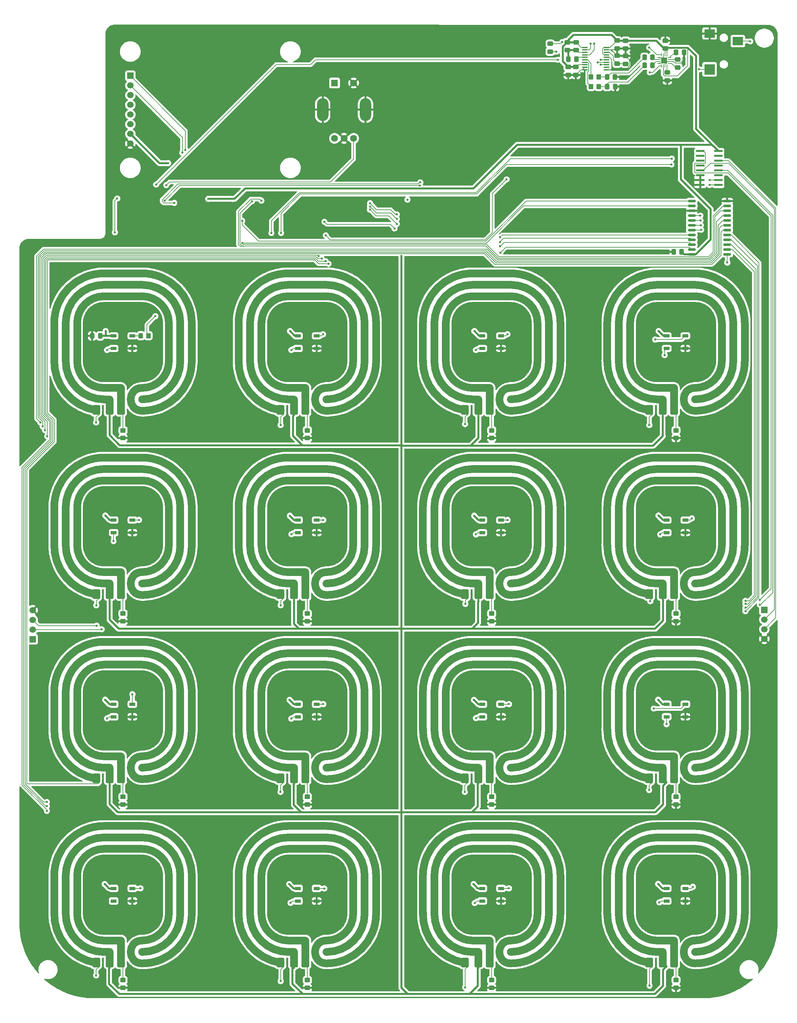
<source format=gtl>
G04 #@! TF.GenerationSoftware,KiCad,Pcbnew,9.0.1*
G04 #@! TF.CreationDate,2025-08-16T12:46:55+08:00*
G04 #@! TF.ProjectId,final version,66696e61-6c20-4766-9572-73696f6e2e6b,rev?*
G04 #@! TF.SameCoordinates,Original*
G04 #@! TF.FileFunction,Copper,L1,Top*
G04 #@! TF.FilePolarity,Positive*
%FSLAX46Y46*%
G04 Gerber Fmt 4.6, Leading zero omitted, Abs format (unit mm)*
G04 Created by KiCad (PCBNEW 9.0.1) date 2025-08-16 12:46:55*
%MOMM*%
%LPD*%
G01*
G04 APERTURE LIST*
G04 Aperture macros list*
%AMRoundRect*
0 Rectangle with rounded corners*
0 $1 Rounding radius*
0 $2 $3 $4 $5 $6 $7 $8 $9 X,Y pos of 4 corners*
0 Add a 4 corners polygon primitive as box body*
4,1,4,$2,$3,$4,$5,$6,$7,$8,$9,$2,$3,0*
0 Add four circle primitives for the rounded corners*
1,1,$1+$1,$2,$3*
1,1,$1+$1,$4,$5*
1,1,$1+$1,$6,$7*
1,1,$1+$1,$8,$9*
0 Add four rect primitives between the rounded corners*
20,1,$1+$1,$2,$3,$4,$5,0*
20,1,$1+$1,$4,$5,$6,$7,0*
20,1,$1+$1,$6,$7,$8,$9,0*
20,1,$1+$1,$8,$9,$2,$3,0*%
G04 Aperture macros list end*
G04 #@! TA.AperFunction,EtchedComponent*
%ADD10C,2.000000*%
G04 #@! TD*
G04 #@! TA.AperFunction,SMDPad,CuDef*
%ADD11RoundRect,0.090000X-0.660000X-0.360000X0.660000X-0.360000X0.660000X0.360000X-0.660000X0.360000X0*%
G04 #@! TD*
G04 #@! TA.AperFunction,SMDPad,CuDef*
%ADD12RoundRect,0.250000X-0.475000X0.337500X-0.475000X-0.337500X0.475000X-0.337500X0.475000X0.337500X0*%
G04 #@! TD*
G04 #@! TA.AperFunction,SMDPad,CuDef*
%ADD13RoundRect,0.250000X0.475000X-0.337500X0.475000X0.337500X-0.475000X0.337500X-0.475000X-0.337500X0*%
G04 #@! TD*
G04 #@! TA.AperFunction,SMDPad,CuDef*
%ADD14RoundRect,0.250000X0.337500X0.475000X-0.337500X0.475000X-0.337500X-0.475000X0.337500X-0.475000X0*%
G04 #@! TD*
G04 #@! TA.AperFunction,SMDPad,CuDef*
%ADD15RoundRect,0.250000X-0.450000X0.350000X-0.450000X-0.350000X0.450000X-0.350000X0.450000X0.350000X0*%
G04 #@! TD*
G04 #@! TA.AperFunction,SMDPad,CuDef*
%ADD16RoundRect,0.300000X-0.699999X-0.950000X0.699999X-0.950000X0.699999X0.950000X-0.699999X0.950000X0*%
G04 #@! TD*
G04 #@! TA.AperFunction,SMDPad,CuDef*
%ADD17RoundRect,0.300000X-0.700000X-0.950000X0.700000X-0.950000X0.700000X0.950000X-0.700000X0.950000X0*%
G04 #@! TD*
G04 #@! TA.AperFunction,SMDPad,CuDef*
%ADD18RoundRect,0.150000X0.875000X0.150000X-0.875000X0.150000X-0.875000X-0.150000X0.875000X-0.150000X0*%
G04 #@! TD*
G04 #@! TA.AperFunction,SMDPad,CuDef*
%ADD19RoundRect,0.250000X-0.337500X-0.475000X0.337500X-0.475000X0.337500X0.475000X-0.337500X0.475000X0*%
G04 #@! TD*
G04 #@! TA.AperFunction,SMDPad,CuDef*
%ADD20RoundRect,0.250000X-0.350000X-0.450000X0.350000X-0.450000X0.350000X0.450000X-0.350000X0.450000X0*%
G04 #@! TD*
G04 #@! TA.AperFunction,SMDPad,CuDef*
%ADD21RoundRect,0.100000X-0.637500X-0.100000X0.637500X-0.100000X0.637500X0.100000X-0.637500X0.100000X0*%
G04 #@! TD*
G04 #@! TA.AperFunction,SMDPad,CuDef*
%ADD22R,2.184400X0.558800*%
G04 #@! TD*
G04 #@! TA.AperFunction,ComponentPad*
%ADD23R,1.700000X1.700000*%
G04 #@! TD*
G04 #@! TA.AperFunction,ComponentPad*
%ADD24C,1.700000*%
G04 #@! TD*
G04 #@! TA.AperFunction,SMDPad,CuDef*
%ADD25RoundRect,0.062500X-0.375000X-0.062500X0.375000X-0.062500X0.375000X0.062500X-0.375000X0.062500X0*%
G04 #@! TD*
G04 #@! TA.AperFunction,SMDPad,CuDef*
%ADD26RoundRect,0.062500X-0.062500X-0.375000X0.062500X-0.375000X0.062500X0.375000X-0.062500X0.375000X0*%
G04 #@! TD*
G04 #@! TA.AperFunction,HeatsinkPad*
%ADD27C,0.500000*%
G04 #@! TD*
G04 #@! TA.AperFunction,HeatsinkPad*
%ADD28R,1.600000X1.600000*%
G04 #@! TD*
G04 #@! TA.AperFunction,SMDPad,CuDef*
%ADD29R,2.800000X2.200000*%
G04 #@! TD*
G04 #@! TA.AperFunction,SMDPad,CuDef*
%ADD30R,2.800000X2.800000*%
G04 #@! TD*
G04 #@! TA.AperFunction,ComponentPad*
%ADD31R,1.800000X1.800000*%
G04 #@! TD*
G04 #@! TA.AperFunction,ComponentPad*
%ADD32C,1.800000*%
G04 #@! TD*
G04 #@! TA.AperFunction,ComponentPad*
%ADD33O,3.000000X6.000000*%
G04 #@! TD*
G04 #@! TA.AperFunction,SMDPad,CuDef*
%ADD34RoundRect,0.250000X0.350000X0.450000X-0.350000X0.450000X-0.350000X-0.450000X0.350000X-0.450000X0*%
G04 #@! TD*
G04 #@! TA.AperFunction,ViaPad*
%ADD35C,0.600000*%
G04 #@! TD*
G04 #@! TA.AperFunction,Conductor*
%ADD36C,0.200000*%
G04 #@! TD*
G04 #@! TA.AperFunction,Conductor*
%ADD37C,0.500000*%
G04 #@! TD*
G04 APERTURE END LIST*
D10*
X102380000Y-249370000D02*
X102380000Y-239370000D01*
X105380000Y-239370000D02*
X105380000Y-249370001D01*
X108380000Y-239370000D02*
X108380000Y-249370000D01*
X115379999Y-229370000D02*
X125380000Y-229370000D01*
X115380000Y-226370000D02*
X125380000Y-226370000D01*
X115380000Y-232370001D02*
X125380000Y-232370000D01*
X115380000Y-256370000D02*
X119880000Y-256370000D01*
X116880000Y-259370000D02*
X115380000Y-259370000D01*
X116880000Y-262120000D02*
X116880000Y-259370000D01*
X119880000Y-256370000D02*
X119880000Y-262153750D01*
X132380000Y-249370000D02*
X132380000Y-239370000D01*
X135380000Y-249370000D02*
X135380000Y-239370000D01*
X138380000Y-249370000D02*
X138380000Y-239370000D01*
X102380000Y-239370000D02*
G75*
G02*
X115380000Y-226370000I13000001J-1D01*
G01*
X105380000Y-239370000D02*
G75*
G02*
X115380000Y-229370000I9999999J1D01*
G01*
X108380000Y-239370000D02*
G75*
G02*
X115380000Y-232370000I7000002J-2D01*
G01*
X113401795Y-262228332D02*
G75*
G02*
X102380000Y-248870000I1978206J12858333D01*
G01*
X115380000Y-256370000D02*
G75*
G02*
X108380000Y-249370000I2J7000002D01*
G01*
X115380000Y-259370000D02*
G75*
G02*
X105380000Y-249370000I-1J9999999D01*
G01*
X125380000Y-226370000D02*
G75*
G02*
X138380000Y-239370000I0J-13000000D01*
G01*
X125380000Y-229370000D02*
G75*
G02*
X135380000Y-239370000I0J-10000000D01*
G01*
X125380000Y-232370000D02*
G75*
G02*
X132380000Y-239370000I0J-7000000D01*
G01*
X125380000Y-262370001D02*
G75*
G02*
X125380000Y-256369999I0J3000001D01*
G01*
X132380000Y-249370000D02*
G75*
G02*
X125380000Y-256370000I-7000002J2D01*
G01*
X135380000Y-249370000D02*
G75*
G02*
X125380000Y-259370000I-10000000J0D01*
G01*
X138380000Y-249370000D02*
G75*
G02*
X125380000Y-262370000I-13000000J0D01*
G01*
X102380000Y-152870000D02*
X102380000Y-142870000D01*
X105380000Y-142870000D02*
X105380000Y-152870001D01*
X108380000Y-142870000D02*
X108380000Y-152870000D01*
X115379999Y-132870000D02*
X125380000Y-132870000D01*
X115380000Y-129870000D02*
X125380000Y-129870000D01*
X115380000Y-135870001D02*
X125380000Y-135870000D01*
X115380000Y-159870000D02*
X119880000Y-159870000D01*
X116880000Y-162870000D02*
X115380000Y-162870000D01*
X116880000Y-165620000D02*
X116880000Y-162870000D01*
X119880000Y-159870000D02*
X119880000Y-165653750D01*
X132380000Y-152870000D02*
X132380000Y-142870000D01*
X135380000Y-152870000D02*
X135380000Y-142870000D01*
X138380000Y-152870000D02*
X138380000Y-142870000D01*
X102380000Y-142870000D02*
G75*
G02*
X115380000Y-129870000I13000001J-1D01*
G01*
X105380000Y-142870000D02*
G75*
G02*
X115380000Y-132870000I9999999J1D01*
G01*
X108380000Y-142870000D02*
G75*
G02*
X115380000Y-135870000I7000002J-2D01*
G01*
X113401795Y-165728332D02*
G75*
G02*
X102380000Y-152370000I1978206J12858333D01*
G01*
X115380000Y-159870000D02*
G75*
G02*
X108380000Y-152870000I2J7000002D01*
G01*
X115380000Y-162870000D02*
G75*
G02*
X105380000Y-152870000I-1J9999999D01*
G01*
X125380000Y-129870000D02*
G75*
G02*
X138380000Y-142870000I0J-13000000D01*
G01*
X125380000Y-132870000D02*
G75*
G02*
X135380000Y-142870000I0J-10000000D01*
G01*
X125380000Y-135870000D02*
G75*
G02*
X132380000Y-142870000I0J-7000000D01*
G01*
X125380000Y-165870001D02*
G75*
G02*
X125380000Y-159869999I0J3000001D01*
G01*
X132380000Y-152870000D02*
G75*
G02*
X125380000Y-159870000I-7000002J2D01*
G01*
X135380000Y-152870000D02*
G75*
G02*
X125380000Y-162870000I-10000000J0D01*
G01*
X138380000Y-152870000D02*
G75*
G02*
X125380000Y-165870000I-13000000J0D01*
G01*
X102380000Y-297620000D02*
X102380000Y-287620000D01*
X105380000Y-287620000D02*
X105380000Y-297620001D01*
X108380000Y-287620000D02*
X108380000Y-297620000D01*
X115379999Y-277620000D02*
X125380000Y-277620000D01*
X115380000Y-274620000D02*
X125380000Y-274620000D01*
X115380000Y-280620001D02*
X125380000Y-280620000D01*
X115380000Y-304620000D02*
X119880000Y-304620000D01*
X116880000Y-307620000D02*
X115380000Y-307620000D01*
X116880000Y-310370000D02*
X116880000Y-307620000D01*
X119880000Y-304620000D02*
X119880000Y-310403750D01*
X132380000Y-297620000D02*
X132380000Y-287620000D01*
X135380000Y-297620000D02*
X135380000Y-287620000D01*
X138380000Y-297620000D02*
X138380000Y-287620000D01*
X102380000Y-287620000D02*
G75*
G02*
X115380000Y-274620000I13000001J-1D01*
G01*
X105380000Y-287620000D02*
G75*
G02*
X115380000Y-277620000I9999999J1D01*
G01*
X108380000Y-287620000D02*
G75*
G02*
X115380000Y-280620000I7000002J-2D01*
G01*
X113401795Y-310478332D02*
G75*
G02*
X102380000Y-297120000I1978206J12858333D01*
G01*
X115380000Y-304620000D02*
G75*
G02*
X108380000Y-297620000I2J7000002D01*
G01*
X115380000Y-307620000D02*
G75*
G02*
X105380000Y-297620000I-1J9999999D01*
G01*
X125380000Y-274620000D02*
G75*
G02*
X138380000Y-287620000I0J-13000000D01*
G01*
X125380000Y-277620000D02*
G75*
G02*
X135380000Y-287620000I0J-10000000D01*
G01*
X125380000Y-280620000D02*
G75*
G02*
X132380000Y-287620000I0J-7000000D01*
G01*
X125380000Y-310620001D02*
G75*
G02*
X125380000Y-304619999I0J3000001D01*
G01*
X132380000Y-297620000D02*
G75*
G02*
X125380000Y-304620000I-7000002J2D01*
G01*
X135380000Y-297620000D02*
G75*
G02*
X125380000Y-307620000I-10000000J0D01*
G01*
X138380000Y-297620000D02*
G75*
G02*
X125380000Y-310620000I-13000000J0D01*
G01*
X102380000Y-201120000D02*
X102380000Y-191120000D01*
X105380000Y-191120000D02*
X105380000Y-201120001D01*
X108380000Y-191120000D02*
X108380000Y-201120000D01*
X115379999Y-181120000D02*
X125380000Y-181120000D01*
X115380000Y-178120000D02*
X125380000Y-178120000D01*
X115380000Y-184120001D02*
X125380000Y-184120000D01*
X115380000Y-208120000D02*
X119880000Y-208120000D01*
X116880000Y-211120000D02*
X115380000Y-211120000D01*
X116880000Y-213870000D02*
X116880000Y-211120000D01*
X119880000Y-208120000D02*
X119880000Y-213903750D01*
X132380000Y-201120000D02*
X132380000Y-191120000D01*
X135380000Y-201120000D02*
X135380000Y-191120000D01*
X138380000Y-201120000D02*
X138380000Y-191120000D01*
X102380000Y-191120000D02*
G75*
G02*
X115380000Y-178120000I13000001J-1D01*
G01*
X105380000Y-191120000D02*
G75*
G02*
X115380000Y-181120000I9999999J1D01*
G01*
X108380000Y-191120000D02*
G75*
G02*
X115380000Y-184120000I7000002J-2D01*
G01*
X113401795Y-213978332D02*
G75*
G02*
X102380000Y-200620000I1978206J12858333D01*
G01*
X115380000Y-208120000D02*
G75*
G02*
X108380000Y-201120000I2J7000002D01*
G01*
X115380000Y-211120000D02*
G75*
G02*
X105380000Y-201120000I-1J9999999D01*
G01*
X125380000Y-178120000D02*
G75*
G02*
X138380000Y-191120000I0J-13000000D01*
G01*
X125380000Y-181120000D02*
G75*
G02*
X135380000Y-191120000I0J-10000000D01*
G01*
X125380000Y-184120000D02*
G75*
G02*
X132380000Y-191120000I0J-7000000D01*
G01*
X125380000Y-214120001D02*
G75*
G02*
X125380000Y-208119999I0J3000001D01*
G01*
X132380000Y-201120000D02*
G75*
G02*
X125380000Y-208120000I-7000002J2D01*
G01*
X135380000Y-201120000D02*
G75*
G02*
X125380000Y-211120000I-10000000J0D01*
G01*
X138380000Y-201120000D02*
G75*
G02*
X125380000Y-214120000I-13000000J0D01*
G01*
X150630000Y-201120000D02*
X150630000Y-191120000D01*
X153630000Y-191120000D02*
X153630000Y-201120001D01*
X156630000Y-191120000D02*
X156630000Y-201120000D01*
X163629999Y-181120000D02*
X173630000Y-181120000D01*
X163630000Y-178120000D02*
X173630000Y-178120000D01*
X163630000Y-184120001D02*
X173630000Y-184120000D01*
X163630000Y-208120000D02*
X168130000Y-208120000D01*
X165130000Y-211120000D02*
X163630000Y-211120000D01*
X165130000Y-213870000D02*
X165130000Y-211120000D01*
X168130000Y-208120000D02*
X168130000Y-213903750D01*
X180630000Y-201120000D02*
X180630000Y-191120000D01*
X183630000Y-201120000D02*
X183630000Y-191120000D01*
X186630000Y-201120000D02*
X186630000Y-191120000D01*
X150630000Y-191120000D02*
G75*
G02*
X163630000Y-178120000I13000001J-1D01*
G01*
X153630000Y-191120000D02*
G75*
G02*
X163630000Y-181120000I9999999J1D01*
G01*
X156630000Y-191120000D02*
G75*
G02*
X163630000Y-184120000I7000002J-2D01*
G01*
X161651795Y-213978332D02*
G75*
G02*
X150630000Y-200620000I1978206J12858333D01*
G01*
X163630000Y-208120000D02*
G75*
G02*
X156630000Y-201120000I2J7000002D01*
G01*
X163630000Y-211120000D02*
G75*
G02*
X153630000Y-201120000I-1J9999999D01*
G01*
X173630000Y-178120000D02*
G75*
G02*
X186630000Y-191120000I0J-13000000D01*
G01*
X173630000Y-181120000D02*
G75*
G02*
X183630000Y-191120000I0J-10000000D01*
G01*
X173630000Y-184120000D02*
G75*
G02*
X180630000Y-191120000I0J-7000000D01*
G01*
X173630000Y-214120001D02*
G75*
G02*
X173630000Y-208119999I0J3000001D01*
G01*
X180630000Y-201120000D02*
G75*
G02*
X173630000Y-208120000I-7000002J2D01*
G01*
X183630000Y-201120000D02*
G75*
G02*
X173630000Y-211120000I-10000000J0D01*
G01*
X186630000Y-201120000D02*
G75*
G02*
X173630000Y-214120000I-13000000J0D01*
G01*
X198880000Y-297620000D02*
X198880000Y-287620000D01*
X201880000Y-287620000D02*
X201880000Y-297620001D01*
X204880000Y-287620000D02*
X204880000Y-297620000D01*
X211879999Y-277620000D02*
X221880000Y-277620000D01*
X211880000Y-274620000D02*
X221880000Y-274620000D01*
X211880000Y-280620001D02*
X221880000Y-280620000D01*
X211880000Y-304620000D02*
X216380000Y-304620000D01*
X213380000Y-307620000D02*
X211880000Y-307620000D01*
X213380000Y-310370000D02*
X213380000Y-307620000D01*
X216380000Y-304620000D02*
X216380000Y-310403750D01*
X228880000Y-297620000D02*
X228880000Y-287620000D01*
X231880000Y-297620000D02*
X231880000Y-287620000D01*
X234880000Y-297620000D02*
X234880000Y-287620000D01*
X198880000Y-287620000D02*
G75*
G02*
X211880000Y-274620000I13000001J-1D01*
G01*
X201880000Y-287620000D02*
G75*
G02*
X211880000Y-277620000I9999999J1D01*
G01*
X204880000Y-287620000D02*
G75*
G02*
X211880000Y-280620000I7000002J-2D01*
G01*
X209901795Y-310478332D02*
G75*
G02*
X198880000Y-297120000I1978206J12858333D01*
G01*
X211880000Y-304620000D02*
G75*
G02*
X204880000Y-297620000I2J7000002D01*
G01*
X211880000Y-307620000D02*
G75*
G02*
X201880000Y-297620000I-1J9999999D01*
G01*
X221880000Y-274620000D02*
G75*
G02*
X234880000Y-287620000I0J-13000000D01*
G01*
X221880000Y-277620000D02*
G75*
G02*
X231880000Y-287620000I0J-10000000D01*
G01*
X221880000Y-280620000D02*
G75*
G02*
X228880000Y-287620000I0J-7000000D01*
G01*
X221880000Y-310620001D02*
G75*
G02*
X221880000Y-304619999I0J3000001D01*
G01*
X228880000Y-297620000D02*
G75*
G02*
X221880000Y-304620000I-7000002J2D01*
G01*
X231880000Y-297620000D02*
G75*
G02*
X221880000Y-307620000I-10000000J0D01*
G01*
X234880000Y-297620000D02*
G75*
G02*
X221880000Y-310620000I-13000000J0D01*
G01*
X54130000Y-152870000D02*
X54130000Y-142870000D01*
X57130000Y-142870000D02*
X57130000Y-152870001D01*
X60130000Y-142870000D02*
X60130000Y-152870000D01*
X67129999Y-132870000D02*
X77130000Y-132870000D01*
X67130000Y-129870000D02*
X77130000Y-129870000D01*
X67130000Y-135870001D02*
X77130000Y-135870000D01*
X67130000Y-159870000D02*
X71630000Y-159870000D01*
X68630000Y-162870000D02*
X67130000Y-162870000D01*
X68630000Y-165620000D02*
X68630000Y-162870000D01*
X71630000Y-159870000D02*
X71630000Y-165653750D01*
X84130000Y-152870000D02*
X84130000Y-142870000D01*
X87130000Y-152870000D02*
X87130000Y-142870000D01*
X90130000Y-152870000D02*
X90130000Y-142870000D01*
X54130000Y-142870000D02*
G75*
G02*
X67130000Y-129870000I13000001J-1D01*
G01*
X57130000Y-142870000D02*
G75*
G02*
X67130000Y-132870000I9999999J1D01*
G01*
X60130000Y-142870000D02*
G75*
G02*
X67130000Y-135870000I7000002J-2D01*
G01*
X65151795Y-165728332D02*
G75*
G02*
X54130000Y-152370000I1978206J12858333D01*
G01*
X67130000Y-159870000D02*
G75*
G02*
X60130000Y-152870000I2J7000002D01*
G01*
X67130000Y-162870000D02*
G75*
G02*
X57130000Y-152870000I-1J9999999D01*
G01*
X77130000Y-129870000D02*
G75*
G02*
X90130000Y-142870000I0J-13000000D01*
G01*
X77130000Y-132870000D02*
G75*
G02*
X87130000Y-142870000I0J-10000000D01*
G01*
X77130000Y-135870000D02*
G75*
G02*
X84130000Y-142870000I0J-7000000D01*
G01*
X77130000Y-165870001D02*
G75*
G02*
X77130000Y-159869999I0J3000001D01*
G01*
X84130000Y-152870000D02*
G75*
G02*
X77130000Y-159870000I-7000002J2D01*
G01*
X87130000Y-152870000D02*
G75*
G02*
X77130000Y-162870000I-10000000J0D01*
G01*
X90130000Y-152870000D02*
G75*
G02*
X77130000Y-165870000I-13000000J0D01*
G01*
X198880000Y-201120000D02*
X198880000Y-191120000D01*
X201880000Y-191120000D02*
X201880000Y-201120001D01*
X204880000Y-191120000D02*
X204880000Y-201120000D01*
X211879999Y-181120000D02*
X221880000Y-181120000D01*
X211880000Y-178120000D02*
X221880000Y-178120000D01*
X211880000Y-184120001D02*
X221880000Y-184120000D01*
X211880000Y-208120000D02*
X216380000Y-208120000D01*
X213380000Y-211120000D02*
X211880000Y-211120000D01*
X213380000Y-213870000D02*
X213380000Y-211120000D01*
X216380000Y-208120000D02*
X216380000Y-213903750D01*
X228880000Y-201120000D02*
X228880000Y-191120000D01*
X231880000Y-201120000D02*
X231880000Y-191120000D01*
X234880000Y-201120000D02*
X234880000Y-191120000D01*
X198880000Y-191120000D02*
G75*
G02*
X211880000Y-178120000I13000001J-1D01*
G01*
X201880000Y-191120000D02*
G75*
G02*
X211880000Y-181120000I9999999J1D01*
G01*
X204880000Y-191120000D02*
G75*
G02*
X211880000Y-184120000I7000002J-2D01*
G01*
X209901795Y-213978332D02*
G75*
G02*
X198880000Y-200620000I1978206J12858333D01*
G01*
X211880000Y-208120000D02*
G75*
G02*
X204880000Y-201120000I2J7000002D01*
G01*
X211880000Y-211120000D02*
G75*
G02*
X201880000Y-201120000I-1J9999999D01*
G01*
X221880000Y-178120000D02*
G75*
G02*
X234880000Y-191120000I0J-13000000D01*
G01*
X221880000Y-181120000D02*
G75*
G02*
X231880000Y-191120000I0J-10000000D01*
G01*
X221880000Y-184120000D02*
G75*
G02*
X228880000Y-191120000I0J-7000000D01*
G01*
X221880000Y-214120001D02*
G75*
G02*
X221880000Y-208119999I0J3000001D01*
G01*
X228880000Y-201120000D02*
G75*
G02*
X221880000Y-208120000I-7000002J2D01*
G01*
X231880000Y-201120000D02*
G75*
G02*
X221880000Y-211120000I-10000000J0D01*
G01*
X234880000Y-201120000D02*
G75*
G02*
X221880000Y-214120000I-13000000J0D01*
G01*
X198880000Y-249370000D02*
X198880000Y-239370000D01*
X201880000Y-239370000D02*
X201880000Y-249370001D01*
X204880000Y-239370000D02*
X204880000Y-249370000D01*
X211879999Y-229370000D02*
X221880000Y-229370000D01*
X211880000Y-226370000D02*
X221880000Y-226370000D01*
X211880000Y-232370001D02*
X221880000Y-232370000D01*
X211880000Y-256370000D02*
X216380000Y-256370000D01*
X213380000Y-259370000D02*
X211880000Y-259370000D01*
X213380000Y-262120000D02*
X213380000Y-259370000D01*
X216380000Y-256370000D02*
X216380000Y-262153750D01*
X228880000Y-249370000D02*
X228880000Y-239370000D01*
X231880000Y-249370000D02*
X231880000Y-239370000D01*
X234880000Y-249370000D02*
X234880000Y-239370000D01*
X198880000Y-239370000D02*
G75*
G02*
X211880000Y-226370000I13000001J-1D01*
G01*
X201880000Y-239370000D02*
G75*
G02*
X211880000Y-229370000I9999999J1D01*
G01*
X204880000Y-239370000D02*
G75*
G02*
X211880000Y-232370000I7000002J-2D01*
G01*
X209901795Y-262228332D02*
G75*
G02*
X198880000Y-248870000I1978206J12858333D01*
G01*
X211880000Y-256370000D02*
G75*
G02*
X204880000Y-249370000I2J7000002D01*
G01*
X211880000Y-259370000D02*
G75*
G02*
X201880000Y-249370000I-1J9999999D01*
G01*
X221880000Y-226370000D02*
G75*
G02*
X234880000Y-239370000I0J-13000000D01*
G01*
X221880000Y-229370000D02*
G75*
G02*
X231880000Y-239370000I0J-10000000D01*
G01*
X221880000Y-232370000D02*
G75*
G02*
X228880000Y-239370000I0J-7000000D01*
G01*
X221880000Y-262370001D02*
G75*
G02*
X221880000Y-256369999I0J3000001D01*
G01*
X228880000Y-249370000D02*
G75*
G02*
X221880000Y-256370000I-7000002J2D01*
G01*
X231880000Y-249370000D02*
G75*
G02*
X221880000Y-259370000I-10000000J0D01*
G01*
X234880000Y-249370000D02*
G75*
G02*
X221880000Y-262370000I-13000000J0D01*
G01*
X150630000Y-152870000D02*
X150630000Y-142870000D01*
X153630000Y-142870000D02*
X153630000Y-152870001D01*
X156630000Y-142870000D02*
X156630000Y-152870000D01*
X163629999Y-132870000D02*
X173630000Y-132870000D01*
X163630000Y-129870000D02*
X173630000Y-129870000D01*
X163630000Y-135870001D02*
X173630000Y-135870000D01*
X163630000Y-159870000D02*
X168130000Y-159870000D01*
X165130000Y-162870000D02*
X163630000Y-162870000D01*
X165130000Y-165620000D02*
X165130000Y-162870000D01*
X168130000Y-159870000D02*
X168130000Y-165653750D01*
X180630000Y-152870000D02*
X180630000Y-142870000D01*
X183630000Y-152870000D02*
X183630000Y-142870000D01*
X186630000Y-152870000D02*
X186630000Y-142870000D01*
X150630000Y-142870000D02*
G75*
G02*
X163630000Y-129870000I13000001J-1D01*
G01*
X153630000Y-142870000D02*
G75*
G02*
X163630000Y-132870000I9999999J1D01*
G01*
X156630000Y-142870000D02*
G75*
G02*
X163630000Y-135870000I7000002J-2D01*
G01*
X161651795Y-165728332D02*
G75*
G02*
X150630000Y-152370000I1978206J12858333D01*
G01*
X163630000Y-159870000D02*
G75*
G02*
X156630000Y-152870000I2J7000002D01*
G01*
X163630000Y-162870000D02*
G75*
G02*
X153630000Y-152870000I-1J9999999D01*
G01*
X173630000Y-129870000D02*
G75*
G02*
X186630000Y-142870000I0J-13000000D01*
G01*
X173630000Y-132870000D02*
G75*
G02*
X183630000Y-142870000I0J-10000000D01*
G01*
X173630000Y-135870000D02*
G75*
G02*
X180630000Y-142870000I0J-7000000D01*
G01*
X173630000Y-165870001D02*
G75*
G02*
X173630000Y-159869999I0J3000001D01*
G01*
X180630000Y-152870000D02*
G75*
G02*
X173630000Y-159870000I-7000002J2D01*
G01*
X183630000Y-152870000D02*
G75*
G02*
X173630000Y-162870000I-10000000J0D01*
G01*
X186630000Y-152870000D02*
G75*
G02*
X173630000Y-165870000I-13000000J0D01*
G01*
X54130000Y-201120000D02*
X54130000Y-191120000D01*
X57130000Y-191120000D02*
X57130000Y-201120001D01*
X60130000Y-191120000D02*
X60130000Y-201120000D01*
X67129999Y-181120000D02*
X77130000Y-181120000D01*
X67130000Y-178120000D02*
X77130000Y-178120000D01*
X67130000Y-184120001D02*
X77130000Y-184120000D01*
X67130000Y-208120000D02*
X71630000Y-208120000D01*
X68630000Y-211120000D02*
X67130000Y-211120000D01*
X68630000Y-213870000D02*
X68630000Y-211120000D01*
X71630000Y-208120000D02*
X71630000Y-213903750D01*
X84130000Y-201120000D02*
X84130000Y-191120000D01*
X87130000Y-201120000D02*
X87130000Y-191120000D01*
X90130000Y-201120000D02*
X90130000Y-191120000D01*
X54130000Y-191120000D02*
G75*
G02*
X67130000Y-178120000I13000001J-1D01*
G01*
X57130000Y-191120000D02*
G75*
G02*
X67130000Y-181120000I9999999J1D01*
G01*
X60130000Y-191120000D02*
G75*
G02*
X67130000Y-184120000I7000002J-2D01*
G01*
X65151795Y-213978332D02*
G75*
G02*
X54130000Y-200620000I1978206J12858333D01*
G01*
X67130000Y-208120000D02*
G75*
G02*
X60130000Y-201120000I2J7000002D01*
G01*
X67130000Y-211120000D02*
G75*
G02*
X57130000Y-201120000I-1J9999999D01*
G01*
X77130000Y-178120000D02*
G75*
G02*
X90130000Y-191120000I0J-13000000D01*
G01*
X77130000Y-181120000D02*
G75*
G02*
X87130000Y-191120000I0J-10000000D01*
G01*
X77130000Y-184120000D02*
G75*
G02*
X84130000Y-191120000I0J-7000000D01*
G01*
X77130000Y-214120001D02*
G75*
G02*
X77130000Y-208119999I0J3000001D01*
G01*
X84130000Y-201120000D02*
G75*
G02*
X77130000Y-208120000I-7000002J2D01*
G01*
X87130000Y-201120000D02*
G75*
G02*
X77130000Y-211120000I-10000000J0D01*
G01*
X90130000Y-201120000D02*
G75*
G02*
X77130000Y-214120000I-13000000J0D01*
G01*
X150630000Y-297620000D02*
X150630000Y-287620000D01*
X153630000Y-287620000D02*
X153630000Y-297620001D01*
X156630000Y-287620000D02*
X156630000Y-297620000D01*
X163629999Y-277620000D02*
X173630000Y-277620000D01*
X163630000Y-274620000D02*
X173630000Y-274620000D01*
X163630000Y-280620001D02*
X173630000Y-280620000D01*
X163630000Y-304620000D02*
X168130000Y-304620000D01*
X165130000Y-307620000D02*
X163630000Y-307620000D01*
X165130000Y-310370000D02*
X165130000Y-307620000D01*
X168130000Y-304620000D02*
X168130000Y-310403750D01*
X180630000Y-297620000D02*
X180630000Y-287620000D01*
X183630000Y-297620000D02*
X183630000Y-287620000D01*
X186630000Y-297620000D02*
X186630000Y-287620000D01*
X150630000Y-287620000D02*
G75*
G02*
X163630000Y-274620000I13000001J-1D01*
G01*
X153630000Y-287620000D02*
G75*
G02*
X163630000Y-277620000I9999999J1D01*
G01*
X156630000Y-287620000D02*
G75*
G02*
X163630000Y-280620000I7000002J-2D01*
G01*
X161651795Y-310478332D02*
G75*
G02*
X150630000Y-297120000I1978206J12858333D01*
G01*
X163630000Y-304620000D02*
G75*
G02*
X156630000Y-297620000I2J7000002D01*
G01*
X163630000Y-307620000D02*
G75*
G02*
X153630000Y-297620000I-1J9999999D01*
G01*
X173630000Y-274620000D02*
G75*
G02*
X186630000Y-287620000I0J-13000000D01*
G01*
X173630000Y-277620000D02*
G75*
G02*
X183630000Y-287620000I0J-10000000D01*
G01*
X173630000Y-280620000D02*
G75*
G02*
X180630000Y-287620000I0J-7000000D01*
G01*
X173630000Y-310620001D02*
G75*
G02*
X173630000Y-304619999I0J3000001D01*
G01*
X180630000Y-297620000D02*
G75*
G02*
X173630000Y-304620000I-7000002J2D01*
G01*
X183630000Y-297620000D02*
G75*
G02*
X173630000Y-307620000I-10000000J0D01*
G01*
X186630000Y-297620000D02*
G75*
G02*
X173630000Y-310620000I-13000000J0D01*
G01*
X54130000Y-297620000D02*
X54130000Y-287620000D01*
X57130000Y-287620000D02*
X57130000Y-297620001D01*
X60130000Y-287620000D02*
X60130000Y-297620000D01*
X67129999Y-277620000D02*
X77130000Y-277620000D01*
X67130000Y-274620000D02*
X77130000Y-274620000D01*
X67130000Y-280620001D02*
X77130000Y-280620000D01*
X67130000Y-304620000D02*
X71630000Y-304620000D01*
X68630000Y-307620000D02*
X67130000Y-307620000D01*
X68630000Y-310370000D02*
X68630000Y-307620000D01*
X71630000Y-304620000D02*
X71630000Y-310403750D01*
X84130000Y-297620000D02*
X84130000Y-287620000D01*
X87130000Y-297620000D02*
X87130000Y-287620000D01*
X90130000Y-297620000D02*
X90130000Y-287620000D01*
X54130000Y-287620000D02*
G75*
G02*
X67130000Y-274620000I13000001J-1D01*
G01*
X57130000Y-287620000D02*
G75*
G02*
X67130000Y-277620000I9999999J1D01*
G01*
X60130000Y-287620000D02*
G75*
G02*
X67130000Y-280620000I7000002J-2D01*
G01*
X65151795Y-310478332D02*
G75*
G02*
X54130000Y-297120000I1978206J12858333D01*
G01*
X67130000Y-304620000D02*
G75*
G02*
X60130000Y-297620000I2J7000002D01*
G01*
X67130000Y-307620000D02*
G75*
G02*
X57130000Y-297620000I-1J9999999D01*
G01*
X77130000Y-274620000D02*
G75*
G02*
X90130000Y-287620000I0J-13000000D01*
G01*
X77130000Y-277620000D02*
G75*
G02*
X87130000Y-287620000I0J-10000000D01*
G01*
X77130000Y-280620000D02*
G75*
G02*
X84130000Y-287620000I0J-7000000D01*
G01*
X77130000Y-310620001D02*
G75*
G02*
X77130000Y-304619999I0J3000001D01*
G01*
X84130000Y-297620000D02*
G75*
G02*
X77130000Y-304620000I-7000002J2D01*
G01*
X87130000Y-297620000D02*
G75*
G02*
X77130000Y-307620000I-10000000J0D01*
G01*
X90130000Y-297620000D02*
G75*
G02*
X77130000Y-310620000I-13000000J0D01*
G01*
X150630000Y-249370000D02*
X150630000Y-239370000D01*
X153630000Y-239370000D02*
X153630000Y-249370001D01*
X156630000Y-239370000D02*
X156630000Y-249370000D01*
X163629999Y-229370000D02*
X173630000Y-229370000D01*
X163630000Y-226370000D02*
X173630000Y-226370000D01*
X163630000Y-232370001D02*
X173630000Y-232370000D01*
X163630000Y-256370000D02*
X168130000Y-256370000D01*
X165130000Y-259370000D02*
X163630000Y-259370000D01*
X165130000Y-262120000D02*
X165130000Y-259370000D01*
X168130000Y-256370000D02*
X168130000Y-262153750D01*
X180630000Y-249370000D02*
X180630000Y-239370000D01*
X183630000Y-249370000D02*
X183630000Y-239370000D01*
X186630000Y-249370000D02*
X186630000Y-239370000D01*
X150630000Y-239370000D02*
G75*
G02*
X163630000Y-226370000I13000001J-1D01*
G01*
X153630000Y-239370000D02*
G75*
G02*
X163630000Y-229370000I9999999J1D01*
G01*
X156630000Y-239370000D02*
G75*
G02*
X163630000Y-232370000I7000002J-2D01*
G01*
X161651795Y-262228332D02*
G75*
G02*
X150630000Y-248870000I1978206J12858333D01*
G01*
X163630000Y-256370000D02*
G75*
G02*
X156630000Y-249370000I2J7000002D01*
G01*
X163630000Y-259370000D02*
G75*
G02*
X153630000Y-249370000I-1J9999999D01*
G01*
X173630000Y-226370000D02*
G75*
G02*
X186630000Y-239370000I0J-13000000D01*
G01*
X173630000Y-229370000D02*
G75*
G02*
X183630000Y-239370000I0J-10000000D01*
G01*
X173630000Y-232370000D02*
G75*
G02*
X180630000Y-239370000I0J-7000000D01*
G01*
X173630000Y-262370001D02*
G75*
G02*
X173630000Y-256369999I0J3000001D01*
G01*
X180630000Y-249370000D02*
G75*
G02*
X173630000Y-256370000I-7000002J2D01*
G01*
X183630000Y-249370000D02*
G75*
G02*
X173630000Y-259370000I-10000000J0D01*
G01*
X186630000Y-249370000D02*
G75*
G02*
X173630000Y-262370000I-13000000J0D01*
G01*
X198880000Y-152870000D02*
X198880000Y-142870000D01*
X201880000Y-142870000D02*
X201880000Y-152870001D01*
X204880000Y-142870000D02*
X204880000Y-152870000D01*
X211879999Y-132870000D02*
X221880000Y-132870000D01*
X211880000Y-129870000D02*
X221880000Y-129870000D01*
X211880000Y-135870001D02*
X221880000Y-135870000D01*
X211880000Y-159870000D02*
X216380000Y-159870000D01*
X213380000Y-162870000D02*
X211880000Y-162870000D01*
X213380000Y-165620000D02*
X213380000Y-162870000D01*
X216380000Y-159870000D02*
X216380000Y-165653750D01*
X228880000Y-152870000D02*
X228880000Y-142870000D01*
X231880000Y-152870000D02*
X231880000Y-142870000D01*
X234880000Y-152870000D02*
X234880000Y-142870000D01*
X198880000Y-142870000D02*
G75*
G02*
X211880000Y-129870000I13000001J-1D01*
G01*
X201880000Y-142870000D02*
G75*
G02*
X211880000Y-132870000I9999999J1D01*
G01*
X204880000Y-142870000D02*
G75*
G02*
X211880000Y-135870000I7000002J-2D01*
G01*
X209901795Y-165728332D02*
G75*
G02*
X198880000Y-152370000I1978206J12858333D01*
G01*
X211880000Y-159870000D02*
G75*
G02*
X204880000Y-152870000I2J7000002D01*
G01*
X211880000Y-162870000D02*
G75*
G02*
X201880000Y-152870000I-1J9999999D01*
G01*
X221880000Y-129870000D02*
G75*
G02*
X234880000Y-142870000I0J-13000000D01*
G01*
X221880000Y-132870000D02*
G75*
G02*
X231880000Y-142870000I0J-10000000D01*
G01*
X221880000Y-135870000D02*
G75*
G02*
X228880000Y-142870000I0J-7000000D01*
G01*
X221880000Y-165870001D02*
G75*
G02*
X221880000Y-159869999I0J3000001D01*
G01*
X228880000Y-152870000D02*
G75*
G02*
X221880000Y-159870000I-7000002J2D01*
G01*
X231880000Y-152870000D02*
G75*
G02*
X221880000Y-162870000I-10000000J0D01*
G01*
X234880000Y-152870000D02*
G75*
G02*
X221880000Y-165870000I-13000000J0D01*
G01*
X54130000Y-249370000D02*
X54130000Y-239370000D01*
X57130000Y-239370000D02*
X57130000Y-249370001D01*
X60130000Y-239370000D02*
X60130000Y-249370000D01*
X67129999Y-229370000D02*
X77130000Y-229370000D01*
X67130000Y-226370000D02*
X77130000Y-226370000D01*
X67130000Y-232370001D02*
X77130000Y-232370000D01*
X67130000Y-256370000D02*
X71630000Y-256370000D01*
X68630000Y-259370000D02*
X67130000Y-259370000D01*
X68630000Y-262120000D02*
X68630000Y-259370000D01*
X71630000Y-256370000D02*
X71630000Y-262153750D01*
X84130000Y-249370000D02*
X84130000Y-239370000D01*
X87130000Y-249370000D02*
X87130000Y-239370000D01*
X90130000Y-249370000D02*
X90130000Y-239370000D01*
X54130000Y-239370000D02*
G75*
G02*
X67130000Y-226370000I13000001J-1D01*
G01*
X57130000Y-239370000D02*
G75*
G02*
X67130000Y-229370000I9999999J1D01*
G01*
X60130000Y-239370000D02*
G75*
G02*
X67130000Y-232370000I7000002J-2D01*
G01*
X65151795Y-262228332D02*
G75*
G02*
X54130000Y-248870000I1978206J12858333D01*
G01*
X67130000Y-256370000D02*
G75*
G02*
X60130000Y-249370000I2J7000002D01*
G01*
X67130000Y-259370000D02*
G75*
G02*
X57130000Y-249370000I-1J9999999D01*
G01*
X77130000Y-226370000D02*
G75*
G02*
X90130000Y-239370000I0J-13000000D01*
G01*
X77130000Y-229370000D02*
G75*
G02*
X87130000Y-239370000I0J-10000000D01*
G01*
X77130000Y-232370000D02*
G75*
G02*
X84130000Y-239370000I0J-7000000D01*
G01*
X77130000Y-262370001D02*
G75*
G02*
X77130000Y-256369999I0J3000001D01*
G01*
X84130000Y-249370000D02*
G75*
G02*
X77130000Y-256370000I-7000002J2D01*
G01*
X87130000Y-249370000D02*
G75*
G02*
X77130000Y-259370000I-10000000J0D01*
G01*
X90130000Y-249370000D02*
G75*
G02*
X77130000Y-262370000I-13000000J0D01*
G01*
D11*
X117930000Y-290970000D03*
X117930000Y-294270000D03*
X122830000Y-294270000D03*
X122830000Y-290970000D03*
D12*
X214100000Y-68912500D03*
X214100000Y-70987500D03*
D13*
X214600000Y-79337500D03*
X214600000Y-77262500D03*
D14*
X200887500Y-78400000D03*
X198812500Y-78400000D03*
D15*
X216880000Y-171000000D03*
X216880000Y-173000000D03*
D13*
X201450000Y-74937500D03*
X201450000Y-72862500D03*
D16*
X113380000Y-262120000D03*
D17*
X116880000Y-262120000D03*
X119880000Y-262120000D03*
D18*
X230300000Y-124885000D03*
X230300000Y-123615000D03*
X230300000Y-122345000D03*
X230300000Y-121075000D03*
X230300000Y-119805000D03*
X230300000Y-118535000D03*
X230300000Y-117265000D03*
X230300000Y-115995000D03*
X230300000Y-114725000D03*
X230300000Y-113455000D03*
X230300000Y-112185000D03*
X230300000Y-110915000D03*
X221000000Y-110915000D03*
X221000000Y-112185000D03*
X221000000Y-113455000D03*
X221000000Y-114725000D03*
X221000000Y-115995000D03*
X221000000Y-117265000D03*
X221000000Y-118535000D03*
X221000000Y-119805000D03*
X221000000Y-121075000D03*
X221000000Y-122345000D03*
X221000000Y-123615000D03*
X221000000Y-124885000D03*
D14*
X66137500Y-146250000D03*
X64062500Y-146250000D03*
D15*
X120380000Y-267000000D03*
X120380000Y-269000000D03*
D11*
X69680000Y-146220000D03*
X69680000Y-149520000D03*
X74580000Y-149520000D03*
X74580000Y-146220000D03*
D13*
X217350000Y-75937500D03*
X217350000Y-73862500D03*
D16*
X113380000Y-165620000D03*
D17*
X116880000Y-165620000D03*
X119880000Y-165620000D03*
D19*
X198862500Y-80950000D03*
X200937500Y-80950000D03*
D14*
X218987500Y-71950000D03*
X216912500Y-71950000D03*
D15*
X120380000Y-219000000D03*
X120380000Y-221000000D03*
D20*
X194650000Y-80950000D03*
X196650000Y-80950000D03*
D15*
X72130000Y-267000000D03*
X72130000Y-269000000D03*
D16*
X113380000Y-310370000D03*
D17*
X116880000Y-310370000D03*
X119880000Y-310370000D03*
D21*
X192995000Y-70675000D03*
X192995000Y-71325000D03*
X192995000Y-71975000D03*
X192995000Y-72625000D03*
X192995000Y-73275000D03*
X192995000Y-73925000D03*
X192995000Y-74575000D03*
X192995000Y-75225000D03*
X192995000Y-75875000D03*
X192995000Y-76525000D03*
X198720000Y-76525000D03*
X198720000Y-75875000D03*
X198720000Y-75225000D03*
X198720000Y-74575000D03*
X198720000Y-73925000D03*
X198720000Y-73275000D03*
X198720000Y-72625000D03*
X198720000Y-71975000D03*
X198720000Y-71325000D03*
X198720000Y-70675000D03*
D19*
X208662500Y-75350000D03*
X210737500Y-75350000D03*
D16*
X113380000Y-213870000D03*
D17*
X116880000Y-213870000D03*
X119880000Y-213870000D03*
D22*
X223225600Y-97830000D03*
X223225600Y-99100000D03*
X223225600Y-100370000D03*
X223225600Y-101640000D03*
X223225600Y-102910000D03*
X223225600Y-104180000D03*
X223225600Y-105450000D03*
X223225600Y-106720000D03*
X227950000Y-106720000D03*
X227950000Y-105450000D03*
X227950000Y-104180000D03*
X227950000Y-102910000D03*
X227950000Y-101640000D03*
X227950000Y-100370000D03*
X227950000Y-99100000D03*
X227950000Y-97830000D03*
D13*
X201450000Y-70937500D03*
X201450000Y-68862500D03*
D16*
X161630000Y-213870000D03*
D17*
X165130000Y-213870000D03*
X168130000Y-213870000D03*
D11*
X214430000Y-290970000D03*
X214430000Y-294270000D03*
X219330000Y-294270000D03*
X219330000Y-290970000D03*
D23*
X48500000Y-225700000D03*
D24*
X48500000Y-223160000D03*
X48500000Y-220620000D03*
X48500000Y-218080000D03*
D11*
X166180000Y-194470000D03*
X166180000Y-197770000D03*
X171080000Y-197770000D03*
X171080000Y-194470000D03*
D15*
X168630000Y-315000000D03*
X168630000Y-317000000D03*
D23*
X240000000Y-218000000D03*
D24*
X240000000Y-220540000D03*
X240000000Y-223080000D03*
X240000000Y-225620000D03*
D25*
X212357500Y-73350000D03*
X212357500Y-73850000D03*
X212357500Y-74350000D03*
X212357500Y-74850000D03*
D26*
X213045000Y-75537500D03*
X213545000Y-75537500D03*
X214045000Y-75537500D03*
X214545000Y-75537500D03*
D25*
X215232500Y-74850000D03*
X215232500Y-74350000D03*
X215232500Y-73850000D03*
X215232500Y-73350000D03*
D26*
X214545000Y-72662500D03*
X214045000Y-72662500D03*
X213545000Y-72662500D03*
X213045000Y-72662500D03*
D27*
X213245000Y-73550000D03*
X213245000Y-74650000D03*
D28*
X213795000Y-74100000D03*
D27*
X214345000Y-73550000D03*
X214345000Y-74650000D03*
D15*
X168630000Y-219000000D03*
X168630000Y-221000000D03*
D16*
X209880000Y-310370000D03*
D17*
X213380000Y-310370000D03*
X216380000Y-310370000D03*
D11*
X214430000Y-242720000D03*
X214430000Y-246020000D03*
X219330000Y-246020000D03*
X219330000Y-242720000D03*
D15*
X72130000Y-315000000D03*
X72130000Y-317000000D03*
D11*
X166180000Y-146220000D03*
X166180000Y-149520000D03*
X171080000Y-149520000D03*
X171080000Y-146220000D03*
X166180000Y-242720000D03*
X166180000Y-246020000D03*
X171080000Y-246020000D03*
X171080000Y-242720000D03*
D15*
X120380000Y-315000000D03*
X120380000Y-317000000D03*
D16*
X65130000Y-165620000D03*
D17*
X68630000Y-165620000D03*
X71630000Y-165620000D03*
D13*
X190650000Y-77887500D03*
X190650000Y-75812500D03*
D16*
X209880000Y-213870000D03*
D17*
X213380000Y-213870000D03*
X216380000Y-213870000D03*
D13*
X203700000Y-74987500D03*
X203700000Y-72912500D03*
D29*
X233080000Y-69030000D03*
X225680000Y-67030000D03*
D30*
X225680000Y-76430000D03*
D11*
X214430000Y-194470000D03*
X214430000Y-197770000D03*
X219330000Y-197770000D03*
X219330000Y-194470000D03*
D16*
X209880000Y-262120000D03*
D17*
X213380000Y-262120000D03*
X216380000Y-262120000D03*
D15*
X216880000Y-219000000D03*
X216880000Y-221000000D03*
D12*
X188400000Y-69312500D03*
X188400000Y-71387500D03*
D15*
X216880000Y-267000000D03*
X216880000Y-269000000D03*
X168630000Y-267000000D03*
X168630000Y-269000000D03*
D11*
X117930000Y-146220000D03*
X117930000Y-149520000D03*
X122830000Y-149520000D03*
X122830000Y-146220000D03*
D15*
X216880000Y-315000000D03*
X216880000Y-317000000D03*
D31*
X127500000Y-80000000D03*
D32*
X132500000Y-80000000D03*
X127500000Y-94500000D03*
X132500000Y-94500000D03*
X130000000Y-94500000D03*
D33*
X124400000Y-87000000D03*
X135600000Y-87000000D03*
D14*
X210737500Y-73250000D03*
X208662500Y-73250000D03*
D16*
X161630000Y-165620000D03*
D17*
X165130000Y-165620000D03*
X168130000Y-165620000D03*
D23*
X74050000Y-78110000D03*
D24*
X74050000Y-80650000D03*
X74050000Y-83190000D03*
X74050000Y-85730000D03*
X74050000Y-88270000D03*
X74050000Y-90810000D03*
X74050000Y-93350000D03*
X74050000Y-95890000D03*
D11*
X117930000Y-194470000D03*
X117930000Y-197770000D03*
X122830000Y-197770000D03*
X122830000Y-194470000D03*
D12*
X183950000Y-69712500D03*
X183950000Y-71787500D03*
D15*
X72130000Y-171000000D03*
X72130000Y-173000000D03*
D11*
X69680000Y-194470000D03*
X69680000Y-197770000D03*
X74580000Y-197770000D03*
X74580000Y-194470000D03*
D12*
X188650000Y-75812500D03*
X188650000Y-77887500D03*
D16*
X65130000Y-213870000D03*
D17*
X68630000Y-213870000D03*
X71630000Y-213870000D03*
D16*
X161630000Y-310370000D03*
D17*
X165130000Y-310370000D03*
X168130000Y-310370000D03*
D16*
X65130000Y-310370000D03*
D17*
X68630000Y-310370000D03*
X71630000Y-310370000D03*
D15*
X72130000Y-219000000D03*
X72130000Y-221000000D03*
X168630000Y-171000000D03*
X168630000Y-173000000D03*
D11*
X117930000Y-242720000D03*
X117930000Y-246020000D03*
X122830000Y-246020000D03*
X122830000Y-242720000D03*
D14*
X190787500Y-73750000D03*
X188712500Y-73750000D03*
D16*
X161630000Y-262120000D03*
D17*
X165130000Y-262120000D03*
X168130000Y-262120000D03*
D11*
X214430000Y-146220000D03*
X214430000Y-149520000D03*
X219330000Y-149520000D03*
X219330000Y-146220000D03*
D14*
X218337500Y-124250000D03*
X216262500Y-124250000D03*
D16*
X209880000Y-165620000D03*
D17*
X213380000Y-165620000D03*
X216380000Y-165620000D03*
D13*
X190750000Y-71387500D03*
X190750000Y-69312500D03*
D12*
X203700000Y-68912500D03*
X203700000Y-70987500D03*
D34*
X78800000Y-146200000D03*
X76800000Y-146200000D03*
D15*
X120380000Y-171000000D03*
X120380000Y-173000000D03*
D11*
X69680000Y-290970000D03*
X69680000Y-294270000D03*
X74580000Y-294270000D03*
X74580000Y-290970000D03*
D16*
X65130000Y-262120000D03*
D17*
X68630000Y-262120000D03*
X71630000Y-262120000D03*
D11*
X69680000Y-242720000D03*
X69680000Y-246020000D03*
X74580000Y-246020000D03*
X74580000Y-242720000D03*
X166180000Y-290970000D03*
X166180000Y-294270000D03*
X171080000Y-294270000D03*
X171080000Y-290970000D03*
D20*
X194650000Y-78400000D03*
X196650000Y-78400000D03*
D35*
X74580000Y-197770000D03*
X74580000Y-294270000D03*
X74580000Y-246020000D03*
X130350000Y-142900000D03*
X153750000Y-120100000D03*
X219330000Y-294270000D03*
X140600000Y-143000000D03*
X122830000Y-246020000D03*
X229950000Y-104700000D03*
X216262500Y-124250000D03*
X146587000Y-113095000D03*
X122830000Y-294270000D03*
X219330000Y-246020000D03*
X207600000Y-70100000D03*
X171080000Y-294270000D03*
X122830000Y-197770000D03*
X200887500Y-78400000D03*
X221000000Y-113455000D03*
X214850000Y-124250000D03*
X207550000Y-67850000D03*
X122830000Y-149520000D03*
X171080000Y-197770000D03*
X112050000Y-235600000D03*
X177350000Y-139200000D03*
X219330000Y-197770000D03*
X216880000Y-173000000D03*
X171080000Y-149520000D03*
X177250000Y-236000000D03*
X171080000Y-246020000D03*
X219330000Y-149520000D03*
X74580000Y-149520000D03*
X146587000Y-119445000D03*
X177350000Y-224800000D03*
X114950000Y-115400000D03*
X145450000Y-107600000D03*
X83950000Y-101000000D03*
X145000000Y-125353000D03*
X146587000Y-110555000D03*
X100800000Y-110350000D03*
X94450000Y-110350000D03*
X187100000Y-69300000D03*
X194500000Y-69700000D03*
X88450000Y-97550000D03*
X143800000Y-114400000D03*
X136800000Y-111500000D03*
X225650000Y-105450000D03*
X85550000Y-111400000D03*
X149950000Y-106050000D03*
X83450000Y-106750000D03*
X103350000Y-116100000D03*
X212200000Y-241550000D03*
X67450000Y-241550000D03*
X164050000Y-193350000D03*
X115650000Y-289850000D03*
X164100000Y-145000000D03*
X115850000Y-145000000D03*
X212300000Y-193300000D03*
X67600000Y-145000000D03*
X164000000Y-241600000D03*
X212350000Y-145000000D03*
X115800000Y-193350000D03*
X212200000Y-289800000D03*
X67350000Y-289850000D03*
X67500000Y-193300000D03*
X115725000Y-241575000D03*
X163900000Y-289850000D03*
X83000000Y-110800000D03*
X225670000Y-106720000D03*
X149850000Y-106850000D03*
X143200000Y-118100000D03*
X124850000Y-116350000D03*
X87650000Y-98250000D03*
X136763782Y-113160841D03*
X143800000Y-116900000D03*
X143800000Y-115600000D03*
X136775735Y-112324265D03*
X108350000Y-110800000D03*
X195500000Y-69700000D03*
X185600000Y-71800000D03*
X105850000Y-111000000D03*
X65100000Y-168900000D03*
X50500000Y-168900000D03*
X235050000Y-218350000D03*
X65150000Y-216800000D03*
X51100000Y-169950000D03*
X113400000Y-169600000D03*
X113400000Y-216800000D03*
X235050000Y-217450000D03*
X161650000Y-169350000D03*
X51700000Y-170950000D03*
X161750000Y-216450000D03*
X235050000Y-216450000D03*
X52300000Y-172550000D03*
X209900000Y-169600000D03*
X235050000Y-215649997D03*
X210150000Y-215750000D03*
X170900000Y-124450000D03*
X125950000Y-127350000D03*
X223450000Y-118450000D03*
X65100000Y-313750000D03*
X113350000Y-265700000D03*
X170850000Y-122800000D03*
X125150000Y-126700000D03*
X52200000Y-268350000D03*
X223400000Y-117250000D03*
X113400000Y-315250000D03*
X52200000Y-269450000D03*
X161600000Y-265700000D03*
X170850000Y-121650000D03*
X124150000Y-126000000D03*
X223295000Y-115995000D03*
X161700000Y-316900000D03*
X209850000Y-265200000D03*
X52200000Y-270650000D03*
X123350000Y-125353000D03*
X170850000Y-120400000D03*
X209950000Y-316450000D03*
X223250000Y-114750000D03*
X230300000Y-127050000D03*
X103350000Y-121900000D03*
X172550000Y-105250000D03*
X197175000Y-75225000D03*
X125200000Y-119900000D03*
X67950000Y-149950000D03*
X124475000Y-145825000D03*
X113510000Y-119270000D03*
X215700000Y-101350000D03*
X227950000Y-101640000D03*
X80800000Y-106600000D03*
X185975000Y-73925000D03*
X197175000Y-73925000D03*
X70000000Y-119100000D03*
X196400000Y-74575000D03*
X70623265Y-110251000D03*
X210000000Y-77200000D03*
X236300000Y-69100000D03*
X222900000Y-76400000D03*
X209900000Y-70700000D03*
X80600000Y-141100000D03*
X116200000Y-149950000D03*
X172750000Y-145800000D03*
X211450000Y-147200000D03*
X164500000Y-149950000D03*
X213900000Y-151300000D03*
X221000000Y-194050000D03*
X172800000Y-194450000D03*
X212750000Y-198250000D03*
X164500000Y-198250000D03*
X124550000Y-194450000D03*
X116250000Y-198200000D03*
X76300000Y-194450000D03*
X69650000Y-200000000D03*
X74600000Y-240100000D03*
X124550000Y-242700000D03*
X67950000Y-246450000D03*
X116200000Y-246500000D03*
X173150000Y-242700000D03*
X211050000Y-243850000D03*
X164525000Y-246375000D03*
X214400000Y-247950000D03*
X221300000Y-290550000D03*
X212525000Y-294625000D03*
X173150000Y-290950000D03*
X124850000Y-291000000D03*
X164200000Y-294800000D03*
X116000000Y-294750000D03*
X76700000Y-290950000D03*
X110970000Y-119270000D03*
X223225600Y-100370000D03*
X215750000Y-99800000D03*
X66550000Y-223100000D03*
X238850000Y-215398528D03*
X238849999Y-216675867D03*
X65250000Y-222150000D03*
D36*
X200900000Y-76525000D02*
X203761160Y-76525000D01*
X216238840Y-74350000D02*
X216639840Y-74751000D01*
X213545000Y-73250000D02*
X213245000Y-73550000D01*
X199912500Y-71325000D02*
X201450000Y-72862500D01*
X214045000Y-75537500D02*
X214045000Y-74950000D01*
X192345000Y-76525000D02*
X192012500Y-76525000D01*
X192995000Y-76525000D02*
X192012500Y-76525000D01*
X212431500Y-73424000D02*
X213119000Y-73424000D01*
X199457499Y-73275000D02*
X200023000Y-73840501D01*
X216639840Y-74751000D02*
X218060160Y-74751000D01*
X212357500Y-74850000D02*
X212431500Y-74776000D01*
X192012500Y-76525000D02*
X190650000Y-77887500D01*
X218987500Y-73823660D02*
X218987500Y-71950000D01*
X198051000Y-73275000D02*
X198720000Y-73275000D01*
X198720000Y-71325000D02*
X199912500Y-71325000D01*
X201062500Y-71325000D02*
X201450000Y-70937500D01*
X198720000Y-76525000D02*
X200900000Y-76525000D01*
X192995000Y-75875000D02*
X192345000Y-76525000D01*
X214645000Y-74350000D02*
X214345000Y-74650000D01*
X218060160Y-74751000D02*
X218987500Y-73823660D01*
D37*
X188712500Y-73750000D02*
X188712500Y-71700000D01*
D36*
X192995000Y-71975000D02*
X191337500Y-71975000D01*
D37*
X188712500Y-71700000D02*
X188400000Y-71387500D01*
D36*
X200023000Y-75648000D02*
X200900000Y-76525000D01*
X213545000Y-72662500D02*
X213545000Y-73250000D01*
X198720000Y-71325000D02*
X201062500Y-71325000D01*
X203761160Y-76525000D02*
X204726000Y-75560160D01*
X198720000Y-71325000D02*
X198062630Y-71325000D01*
X214045000Y-74950000D02*
X214345000Y-74650000D01*
X200023000Y-73840501D02*
X200023000Y-75648000D01*
X191337500Y-71975000D02*
X190750000Y-71387500D01*
X215232500Y-74350000D02*
X214645000Y-74350000D01*
X198720000Y-73275000D02*
X199457499Y-73275000D01*
X201037500Y-73275000D02*
X201450000Y-72862500D01*
X204726000Y-75560160D02*
X204726000Y-73938500D01*
X215232500Y-74350000D02*
X216238840Y-74350000D01*
X213119000Y-74776000D02*
X213245000Y-74650000D01*
X212431500Y-74776000D02*
X213119000Y-74776000D01*
X204726000Y-73938500D02*
X203700000Y-72912500D01*
X213119000Y-73424000D02*
X213245000Y-73550000D01*
X212357500Y-73350000D02*
X212431500Y-73424000D01*
D37*
X213500000Y-316500000D02*
X213500000Y-312302024D01*
X163275000Y-174825000D02*
X164050000Y-174050000D01*
X188700000Y-69312500D02*
X190750000Y-69312500D01*
D36*
X198720000Y-72625000D02*
X198062630Y-72625000D01*
X197982501Y-70675000D02*
X198720000Y-70675000D01*
D37*
X200020000Y-67432500D02*
X201450000Y-68862500D01*
X213500000Y-269000000D02*
X213500000Y-264052024D01*
X218150000Y-105250000D02*
X218150000Y-96190000D01*
X116880000Y-311821000D02*
X116500000Y-311821000D01*
X101350000Y-110350000D02*
X104100000Y-107600000D01*
X100800000Y-110350000D02*
X94450000Y-110350000D01*
X162850000Y-318650000D02*
X211350000Y-318650000D01*
X200020000Y-67430000D02*
X201502500Y-68912500D01*
D36*
X191197500Y-75225000D02*
X190930000Y-75492500D01*
D37*
X222149000Y-92029000D02*
X227950000Y-97830000D01*
X68500000Y-316000000D02*
X68500000Y-311821000D01*
X162850000Y-318650000D02*
X163500000Y-318000000D01*
X68630000Y-220580000D02*
X68630000Y-215321000D01*
X118250000Y-174050000D02*
X116650000Y-172450000D01*
X225950000Y-113050000D02*
X218150000Y-105250000D01*
X116779000Y-167071000D02*
X116880000Y-167071000D01*
X71000000Y-222950000D02*
X68630000Y-220580000D01*
X213500000Y-220850000D02*
X213500000Y-215450000D01*
D36*
X214045000Y-72662500D02*
X214045000Y-71195000D01*
X213889840Y-78151000D02*
X217249000Y-78151000D01*
X213545000Y-75537500D02*
X213545000Y-77806160D01*
D37*
X221000000Y-124885000D02*
X222024999Y-124885000D01*
X68630000Y-172230000D02*
X68630000Y-167071000D01*
X163500000Y-271000000D02*
X211500000Y-271000000D01*
X175310000Y-96190000D02*
X218150000Y-96190000D01*
X200020000Y-67430000D02*
X200020000Y-67432500D01*
X145000000Y-125353000D02*
X145000000Y-174050000D01*
X222149000Y-72949000D02*
X222149000Y-92029000D01*
X213380000Y-215330000D02*
X213380000Y-215321000D01*
X163550000Y-222950000D02*
X165100000Y-221400000D01*
X164050000Y-174050000D02*
X165130000Y-172970000D01*
X116850000Y-269100000D02*
X116850000Y-263700000D01*
X165000000Y-269500000D02*
X165000000Y-263571000D01*
X225950000Y-120959999D02*
X225950000Y-113050000D01*
X119350000Y-318650000D02*
X118500000Y-318650000D01*
X210900000Y-175000000D02*
X163100000Y-175000000D01*
D36*
X192995000Y-75225000D02*
X191197500Y-75225000D01*
D37*
X165130000Y-172970000D02*
X165130000Y-167071000D01*
X190040000Y-67430000D02*
X200020000Y-67430000D01*
X188650000Y-75812500D02*
X190650000Y-75812500D01*
X119100000Y-174900000D02*
X118250000Y-174050000D01*
X71150000Y-318650000D02*
X68500000Y-316000000D01*
X187224000Y-70488500D02*
X188400000Y-69312500D01*
X163900000Y-107600000D02*
X175310000Y-96190000D01*
X163500000Y-318000000D02*
X165000000Y-316500000D01*
D36*
X217249000Y-78151000D02*
X219950000Y-75450000D01*
D37*
X226310000Y-96190000D02*
X227950000Y-97830000D01*
D36*
X219950000Y-70750000D02*
X219950000Y-75450000D01*
D37*
X145000000Y-271000000D02*
X145000000Y-317000000D01*
X222024999Y-124885000D02*
X225950000Y-120959999D01*
X218337500Y-124250000D02*
X218972500Y-124885000D01*
X187224000Y-74386500D02*
X187224000Y-70488500D01*
D36*
X214040000Y-71190000D02*
X212390000Y-69540000D01*
D37*
X165000000Y-263571000D02*
X165130000Y-263571000D01*
X203700000Y-68912500D02*
X211762500Y-68912500D01*
X118750000Y-271000000D02*
X70750000Y-271000000D01*
X188700000Y-69312500D02*
X188700000Y-68770000D01*
D36*
X214545000Y-71695000D02*
X214040000Y-71190000D01*
D37*
X213500000Y-312302024D02*
X214406012Y-311396012D01*
X70750000Y-271000000D02*
X68630000Y-268880000D01*
X188700000Y-68770000D02*
X190040000Y-67430000D01*
X211400000Y-222950000D02*
X213500000Y-220850000D01*
D36*
X200424000Y-69888500D02*
X201450000Y-68862500D01*
D37*
X213500000Y-264052024D02*
X214406012Y-263146012D01*
X74050000Y-93350000D02*
X81700000Y-101000000D01*
X100800000Y-110350000D02*
X101350000Y-110350000D01*
D36*
X199637500Y-70675000D02*
X201450000Y-68862500D01*
D37*
X145000000Y-317000000D02*
X146650000Y-318650000D01*
X201502500Y-68912500D02*
X203700000Y-68912500D01*
X219950000Y-70750000D02*
X222149000Y-72949000D01*
X116650000Y-167200000D02*
X116779000Y-167071000D01*
D36*
X214545000Y-72662500D02*
X214545000Y-71695000D01*
X197661630Y-70995871D02*
X197982501Y-70675000D01*
D37*
X145000000Y-222950000D02*
X118150000Y-222950000D01*
X146750000Y-318650000D02*
X162850000Y-318650000D01*
X213380000Y-167071000D02*
X213380000Y-172380000D01*
D36*
X192995000Y-70675000D02*
X192112500Y-70675000D01*
D37*
X211350000Y-318650000D02*
X213500000Y-316500000D01*
X165130000Y-215922024D02*
X165130000Y-215321000D01*
X213450000Y-172450000D02*
X210900000Y-175000000D01*
X146650000Y-318650000D02*
X119350000Y-318650000D01*
X119150000Y-318650000D02*
X119350000Y-318650000D01*
X165100000Y-221400000D02*
X165100000Y-215952024D01*
D36*
X213545000Y-77806160D02*
X213889840Y-78151000D01*
D37*
X211500000Y-271000000D02*
X213500000Y-269000000D01*
X163100000Y-175000000D02*
X164050000Y-174050000D01*
X213500000Y-215450000D02*
X213380000Y-215330000D01*
X211762500Y-68912500D02*
X214040000Y-71190000D01*
X71300000Y-174900000D02*
X68630000Y-172230000D01*
X116500000Y-316000000D02*
X119150000Y-318650000D01*
X145000000Y-175000000D02*
X163100000Y-175000000D01*
X68500000Y-311821000D02*
X68630000Y-311821000D01*
X145000000Y-174050000D02*
X145000000Y-175000000D01*
X81700000Y-101000000D02*
X83950000Y-101000000D01*
X165000000Y-311821000D02*
X165130000Y-311821000D01*
X145000000Y-271000000D02*
X163500000Y-271000000D01*
X116850000Y-263700000D02*
X116950000Y-263600000D01*
X225950000Y-96190000D02*
X226310000Y-96190000D01*
X145450000Y-107600000D02*
X163900000Y-107600000D01*
X214480000Y-70750000D02*
X214040000Y-71190000D01*
X218150000Y-96190000D02*
X225950000Y-96190000D01*
X118500000Y-318650000D02*
X71150000Y-318650000D01*
X219950000Y-70750000D02*
X214480000Y-70750000D01*
D36*
X198062630Y-72625000D02*
X197661630Y-72224000D01*
D37*
X218972500Y-124885000D02*
X221000000Y-124885000D01*
D36*
X198720000Y-70675000D02*
X199637500Y-70675000D01*
D37*
X116650000Y-172450000D02*
X116650000Y-167200000D01*
D36*
X197661630Y-72224000D02*
X197661630Y-70995871D01*
D37*
X145000000Y-222950000D02*
X163550000Y-222950000D01*
X104100000Y-107600000D02*
X145450000Y-107600000D01*
X145000000Y-174050000D02*
X145000000Y-218600000D01*
X118750000Y-271000000D02*
X116850000Y-269100000D01*
D36*
X192112500Y-70675000D02*
X190750000Y-69312500D01*
D37*
X163550000Y-222950000D02*
X211400000Y-222950000D01*
X165100000Y-215952024D02*
X165130000Y-215922024D01*
D36*
X214045000Y-71195000D02*
X214040000Y-71190000D01*
D37*
X145000000Y-222950000D02*
X145000000Y-271000000D01*
X68630000Y-268880000D02*
X68630000Y-263571000D01*
X213380000Y-172380000D02*
X213450000Y-172450000D01*
X163500000Y-271000000D02*
X165000000Y-269500000D01*
X116500000Y-311821000D02*
X116500000Y-316000000D01*
X119100000Y-174900000D02*
X71300000Y-174900000D01*
X145000000Y-174900000D02*
X119100000Y-174900000D01*
X116880000Y-221680000D02*
X116880000Y-215321000D01*
X165000000Y-316500000D02*
X165000000Y-311821000D01*
X145000000Y-174050000D02*
X145000000Y-174900000D01*
X188650000Y-75812500D02*
X187224000Y-74386500D01*
X118150000Y-222950000D02*
X116880000Y-221680000D01*
X145000000Y-271000000D02*
X118750000Y-271000000D01*
X145000000Y-218600000D02*
X145000000Y-222950000D01*
X118150000Y-222950000D02*
X71000000Y-222950000D01*
D36*
X183950000Y-69712500D02*
X186687500Y-69712500D01*
X194500000Y-69700000D02*
X194500000Y-71000000D01*
X194175000Y-71325000D02*
X192995000Y-71325000D01*
X186687500Y-69712500D02*
X187100000Y-69300000D01*
X194500000Y-71000000D02*
X194175000Y-71325000D01*
X88450000Y-97550000D02*
X88450000Y-92510000D01*
X88450000Y-92510000D02*
X74050000Y-78110000D01*
X138500000Y-113200000D02*
X136800000Y-111500000D01*
X143400000Y-114400000D02*
X142200000Y-113200000D01*
X142200000Y-113200000D02*
X138500000Y-113200000D01*
X143800000Y-114400000D02*
X143400000Y-114400000D01*
X82399000Y-111048943D02*
X82750057Y-111400000D01*
X227950000Y-105450000D02*
X225650000Y-105450000D01*
X86501057Y-106449000D02*
X82399000Y-110551057D01*
X82399000Y-110551057D02*
X82399000Y-111048943D01*
X149950000Y-106050000D02*
X149800000Y-106050000D01*
X149401000Y-106449000D02*
X86501057Y-106449000D01*
X149800000Y-106050000D02*
X149401000Y-106449000D01*
X82750057Y-111400000D02*
X85550000Y-111400000D01*
X126502000Y-105898000D02*
X132500000Y-99900000D01*
X84300000Y-105900000D02*
X85915857Y-105900000D01*
X132500000Y-99900000D02*
X132500000Y-94500000D01*
X85915857Y-105900000D02*
X85917857Y-105898000D01*
X85917857Y-105898000D02*
X126502000Y-105898000D01*
X83450000Y-106750000D02*
X84300000Y-105900000D01*
X167116100Y-121451000D02*
X177652100Y-110915000D01*
X107601000Y-121451000D02*
X167116100Y-121451000D01*
X103350000Y-117200000D02*
X107601000Y-121451000D01*
X177652100Y-110915000D02*
X221000000Y-110915000D01*
X103350000Y-116100000D02*
X103350000Y-117200000D01*
D37*
X69680000Y-290970000D02*
X68470000Y-290970000D01*
X67600000Y-146250000D02*
X69650000Y-146250000D01*
X213570000Y-146220000D02*
X212350000Y-145000000D01*
X165020000Y-290970000D02*
X163900000Y-289850000D01*
X166180000Y-194470000D02*
X165170000Y-194470000D01*
X165120000Y-242720000D02*
X164000000Y-241600000D01*
X115725000Y-241575000D02*
X115700000Y-241550000D01*
X117930000Y-290970000D02*
X116770000Y-290970000D01*
X68470000Y-290970000D02*
X67350000Y-289850000D01*
X214430000Y-194470000D02*
X213470000Y-194470000D01*
X66517500Y-146250000D02*
X67600000Y-146250000D01*
X213370000Y-290970000D02*
X212200000Y-289800000D01*
X214430000Y-290970000D02*
X213370000Y-290970000D01*
X68670000Y-194470000D02*
X67500000Y-193300000D01*
X69680000Y-194470000D02*
X68670000Y-194470000D01*
X116770000Y-290970000D02*
X115650000Y-289850000D01*
X213470000Y-194470000D02*
X212300000Y-193300000D01*
X69680000Y-242720000D02*
X68620000Y-242720000D01*
X68620000Y-242720000D02*
X67450000Y-241550000D01*
X67600000Y-146250000D02*
X67600000Y-145000000D01*
X213370000Y-242720000D02*
X212200000Y-241550000D01*
X117070000Y-146220000D02*
X115850000Y-145000000D01*
X165170000Y-194470000D02*
X164050000Y-193350000D01*
X116920000Y-194470000D02*
X115800000Y-193350000D01*
X166180000Y-146220000D02*
X165320000Y-146220000D01*
X117930000Y-242720000D02*
X116870000Y-242720000D01*
X116870000Y-242720000D02*
X115725000Y-241575000D01*
X117930000Y-194470000D02*
X116920000Y-194470000D01*
X117930000Y-146220000D02*
X117070000Y-146220000D01*
X166180000Y-290970000D02*
X165020000Y-290970000D01*
X214430000Y-146220000D02*
X213570000Y-146220000D01*
X69650000Y-146250000D02*
X69680000Y-146220000D01*
X166180000Y-242720000D02*
X165120000Y-242720000D01*
X165320000Y-146220000D02*
X164100000Y-145000000D01*
X214430000Y-242720000D02*
X213370000Y-242720000D01*
D36*
X227950000Y-106720000D02*
X225670000Y-106720000D01*
X86950000Y-106850000D02*
X83000000Y-110800000D01*
X149850000Y-106850000D02*
X86950000Y-106850000D01*
X225650000Y-106700000D02*
X225670000Y-106720000D01*
X124850000Y-116350000D02*
X125500000Y-117000000D01*
X125500000Y-117000000D02*
X142100000Y-117000000D01*
X142100000Y-117000000D02*
X143200000Y-118100000D01*
X87650000Y-98250000D02*
X87650000Y-94250000D01*
X87650000Y-94250000D02*
X74050000Y-80650000D01*
X141700000Y-114800000D02*
X143800000Y-116900000D01*
X137750000Y-114150000D02*
X138400000Y-114800000D01*
X136763782Y-113160841D02*
X137750000Y-114147059D01*
X138400000Y-114800000D02*
X141700000Y-114800000D01*
X137750000Y-114147059D02*
X137750000Y-114150000D01*
X142200057Y-114050000D02*
X138501470Y-114050000D01*
X138501470Y-114050000D02*
X136775735Y-112324265D01*
X143800000Y-115600000D02*
X143750057Y-115600000D01*
X143750057Y-115600000D02*
X142200057Y-114050000D01*
X227052000Y-124444332D02*
X227052000Y-114975101D01*
X170319900Y-125887000D02*
X225609332Y-125887000D01*
X107949000Y-110399000D02*
X105601057Y-110399000D01*
X225609332Y-125887000D02*
X227052000Y-124444332D01*
X227052000Y-114975101D02*
X228572101Y-113455000D01*
X103765043Y-122902000D02*
X103965043Y-122702000D01*
X102348000Y-113652057D02*
X102348000Y-122315043D01*
X105601057Y-110399000D02*
X102348000Y-113652057D01*
X228572101Y-113455000D02*
X230300000Y-113455000D01*
X167134900Y-122702000D02*
X170319900Y-125887000D01*
X102934957Y-122902000D02*
X103765043Y-122902000D01*
X103965043Y-122702000D02*
X167134900Y-122702000D01*
X102348000Y-122315043D02*
X102934957Y-122902000D01*
X108350000Y-110800000D02*
X107949000Y-110399000D01*
X194275000Y-72625000D02*
X192995000Y-72625000D01*
X195500000Y-71400000D02*
X194275000Y-72625000D01*
X195500000Y-69700000D02*
X195500000Y-71400000D01*
X185600000Y-71800000D02*
X183962500Y-71800000D01*
X183962500Y-71800000D02*
X183950000Y-71787500D01*
X103798943Y-122301000D02*
X103598943Y-122501000D01*
X167301000Y-122301000D02*
X103798943Y-122301000D01*
X103598943Y-122501000D02*
X103101057Y-122501000D01*
X226651000Y-114809001D02*
X226651000Y-124278232D01*
X225443232Y-125486000D02*
X170486000Y-125486000D01*
X102749000Y-122148943D02*
X102749000Y-114101000D01*
X226651000Y-124278232D02*
X225443232Y-125486000D01*
X229275001Y-112185000D02*
X226651000Y-114809001D01*
X103101057Y-122501000D02*
X102749000Y-122148943D01*
X170486000Y-125486000D02*
X167301000Y-122301000D01*
X230300000Y-112185000D02*
X229275001Y-112185000D01*
X102749000Y-114101000D02*
X105850000Y-111000000D01*
X72130000Y-171402500D02*
X72130000Y-166993642D01*
X72130000Y-166993642D02*
X72566821Y-166556821D01*
X72130000Y-215243642D02*
X72566821Y-214806821D01*
X72130000Y-219402500D02*
X72130000Y-215243642D01*
X168630000Y-219402500D02*
X168630000Y-215243642D01*
X168630000Y-215243642D02*
X169066821Y-214806821D01*
X120380000Y-166993642D02*
X120816821Y-166556821D01*
X120380000Y-171402500D02*
X120380000Y-166993642D01*
X216880000Y-166993642D02*
X217316821Y-166556821D01*
X216880000Y-171402500D02*
X216880000Y-166993642D01*
X120380000Y-215243642D02*
X120816821Y-214806821D01*
X120380000Y-219402500D02*
X120380000Y-215243642D01*
X216880000Y-215243642D02*
X217316821Y-214806821D01*
X216880000Y-219402500D02*
X216880000Y-215243642D01*
X72130000Y-267402500D02*
X72130000Y-263493642D01*
X72130000Y-263493642D02*
X72566821Y-263056821D01*
X168630000Y-263493642D02*
X169066821Y-263056821D01*
X168630000Y-267402500D02*
X168630000Y-263493642D01*
X72130000Y-315402500D02*
X72130000Y-311743642D01*
X72130000Y-311743642D02*
X72566821Y-311306821D01*
X168630000Y-311743642D02*
X169066821Y-311306821D01*
X168630000Y-315402500D02*
X168630000Y-311743642D01*
X120380000Y-263493642D02*
X120816821Y-263056821D01*
X120380000Y-267402500D02*
X120380000Y-263493642D01*
X216880000Y-267402500D02*
X216880000Y-263493642D01*
X216880000Y-263493642D02*
X217316821Y-263056821D01*
X120380000Y-311743642D02*
X120816821Y-311306821D01*
X120380000Y-315402500D02*
X120380000Y-311743642D01*
X216880000Y-315402500D02*
X216880000Y-311743642D01*
X216880000Y-311743642D02*
X217316821Y-311306821D01*
X65100000Y-167476911D02*
X65471633Y-167105278D01*
X49500000Y-125400000D02*
X51350000Y-123550000D01*
X229075000Y-114725000D02*
X230300000Y-114725000D01*
X227453000Y-116347000D02*
X229075000Y-114725000D01*
X49500000Y-167900000D02*
X49500000Y-125400000D01*
X65100000Y-168900000D02*
X65100000Y-167476911D01*
X51350000Y-123550000D02*
X167415800Y-123550000D01*
X167415800Y-123550000D02*
X170153800Y-126288000D01*
X65471633Y-167105278D02*
X65948463Y-166764192D01*
X170153800Y-126288000D02*
X225775432Y-126288000D01*
X50500000Y-168900000D02*
X49500000Y-167900000D01*
X225775432Y-126288000D02*
X227453000Y-124610432D01*
X227453000Y-124610432D02*
X227453000Y-116347000D01*
X65150000Y-216800000D02*
X65150000Y-215676911D01*
X65471633Y-215355278D02*
X65948463Y-215014192D01*
X231324999Y-119805000D02*
X230300000Y-119805000D01*
X65150000Y-215676911D02*
X65471633Y-215355278D01*
X235050000Y-218350000D02*
X238600000Y-214800000D01*
X238600000Y-214800000D02*
X238600000Y-127080001D01*
X238600000Y-127080001D02*
X231324999Y-119805000D01*
X49901000Y-125566100D02*
X51516100Y-123951000D01*
X49901000Y-167451000D02*
X49901000Y-125566100D01*
X51100000Y-168650000D02*
X49901000Y-167451000D01*
X167150000Y-123951000D02*
X169888000Y-126689000D01*
X113400000Y-167426911D02*
X113721633Y-167105278D01*
X227854000Y-117296000D02*
X229155000Y-115995000D01*
X113400000Y-169600000D02*
X113400000Y-167426911D01*
X113721633Y-167105278D02*
X114198463Y-166764192D01*
X227854000Y-124776532D02*
X227854000Y-117296000D01*
X51516100Y-123951000D02*
X167150000Y-123951000D01*
X229155000Y-115995000D02*
X230300000Y-115995000D01*
X51100000Y-169950000D02*
X51100000Y-168650000D01*
X169888000Y-126689000D02*
X225941532Y-126689000D01*
X225941532Y-126689000D02*
X227854000Y-124776532D01*
X235050000Y-217450000D02*
X235350000Y-217450000D01*
X113400000Y-216800000D02*
X113400000Y-215676911D01*
X231324999Y-121075000D02*
X230300000Y-121075000D01*
X113400000Y-215676911D02*
X113721633Y-215355278D01*
X235350000Y-217450000D02*
X238200000Y-214600000D01*
X238200000Y-127950001D02*
X231324999Y-121075000D01*
X238200000Y-214600000D02*
X238200000Y-127950001D01*
X113721633Y-215355278D02*
X114198463Y-215014192D01*
X228255000Y-117995000D02*
X228985000Y-117265000D01*
X51682200Y-124352000D02*
X166983900Y-124352000D01*
X228985000Y-117265000D02*
X230300000Y-117265000D01*
X161650000Y-167426911D02*
X161971633Y-167105278D01*
X50302000Y-125732200D02*
X51682200Y-124352000D01*
X169721900Y-127090000D02*
X226107632Y-127090000D01*
X228255000Y-124942632D02*
X228255000Y-117995000D01*
X166983900Y-124352000D02*
X169721900Y-127090000D01*
X161650000Y-169350000D02*
X161650000Y-167426911D01*
X50302000Y-167252000D02*
X50302000Y-125732200D01*
X226107632Y-127090000D02*
X228255000Y-124942632D01*
X51700000Y-168650000D02*
X50302000Y-167252000D01*
X161971633Y-167105278D02*
X162448463Y-166764192D01*
X51700000Y-170950000D02*
X51700000Y-168650000D01*
X235050000Y-216450000D02*
X235100000Y-216500000D01*
X229903032Y-122345000D02*
X230300000Y-122345000D01*
X237799000Y-128819001D02*
X231324999Y-122345000D01*
X161750000Y-216450000D02*
X161750000Y-215576911D01*
X231324999Y-122345000D02*
X230300000Y-122345000D01*
X237799000Y-214401000D02*
X237799000Y-128819001D01*
X235700000Y-216500000D02*
X237799000Y-214401000D01*
X161750000Y-215576911D02*
X161971633Y-215355278D01*
X161971633Y-215355278D02*
X162448463Y-215014192D01*
X235100000Y-216500000D02*
X235700000Y-216500000D01*
X228656000Y-125108732D02*
X228656000Y-119044000D01*
X52300000Y-168650000D02*
X50703000Y-167053000D01*
X209900000Y-169600000D02*
X209900000Y-167426911D01*
X228656000Y-119044000D02*
X229165000Y-118535000D01*
X209900000Y-167426911D02*
X210221633Y-167105278D01*
X226273732Y-127491000D02*
X228656000Y-125108732D01*
X50703000Y-167053000D02*
X50703000Y-125900000D01*
X166750000Y-124753000D02*
X169488000Y-127491000D01*
X169488000Y-127491000D02*
X226273732Y-127491000D01*
X52300000Y-172550000D02*
X52300000Y-168650000D01*
X50703000Y-125900000D02*
X51850000Y-124753000D01*
X210221633Y-167105278D02*
X210698463Y-166764192D01*
X229165000Y-118535000D02*
X230300000Y-118535000D01*
X51850000Y-124753000D02*
X166750000Y-124753000D01*
X235050003Y-215650000D02*
X235982900Y-215650000D01*
X231615000Y-123615000D02*
X230300000Y-123615000D01*
X235050000Y-215649997D02*
X235050003Y-215650000D01*
X210221633Y-215355278D02*
X210698463Y-215014192D01*
X237398000Y-129398000D02*
X231615000Y-123615000D01*
X210150000Y-215750000D02*
X210150000Y-215426911D01*
X210150000Y-215426911D02*
X210221633Y-215355278D01*
X237398000Y-214234900D02*
X237398000Y-129398000D01*
X235982900Y-215650000D02*
X237398000Y-214234900D01*
X220385000Y-123000000D02*
X172350000Y-123000000D01*
X65471633Y-263605278D02*
X65948463Y-263264192D01*
X47092888Y-263558745D02*
X65191253Y-263558745D01*
X65191253Y-263558745D02*
X65471633Y-263605278D01*
X54153000Y-173981200D02*
X46952000Y-181182200D01*
X52307000Y-166351700D02*
X54153000Y-168197700D01*
X123343000Y-127350000D02*
X122350000Y-126357000D01*
X122350000Y-126357000D02*
X52514400Y-126357000D01*
X54153000Y-168197700D02*
X54153000Y-173981200D01*
X46952000Y-181182200D02*
X46952000Y-263417857D01*
X46952000Y-263417857D02*
X47092888Y-263558745D01*
X125950000Y-127350000D02*
X123343000Y-127350000D01*
X52307000Y-126564400D02*
X52307000Y-166351700D01*
X52514400Y-126357000D02*
X52307000Y-126564400D01*
X172350000Y-123000000D02*
X170900000Y-124450000D01*
X221000000Y-123615000D02*
X220385000Y-123000000D01*
X65471633Y-311855278D02*
X65948463Y-311514192D01*
X223450000Y-118450000D02*
X223365000Y-118535000D01*
X65100000Y-313750000D02*
X65100000Y-312226911D01*
X223365000Y-118535000D02*
X221000000Y-118535000D01*
X65100000Y-312226911D02*
X65471633Y-311855278D01*
X122535957Y-125956000D02*
X123279957Y-126700000D01*
X122535957Y-125956000D02*
X52348300Y-125956000D01*
X171950000Y-121750000D02*
X220405000Y-121750000D01*
X113350000Y-265700000D02*
X113350000Y-263976911D01*
X53752000Y-173815100D02*
X46551000Y-181016100D01*
X170900000Y-122800000D02*
X171950000Y-121750000D01*
X51317043Y-268350000D02*
X52200000Y-268350000D01*
X51906000Y-126398300D02*
X51906000Y-166517800D01*
X123279957Y-126700000D02*
X125150000Y-126700000D01*
X113350000Y-263976911D02*
X113721633Y-263605278D01*
X220405000Y-121750000D02*
X221000000Y-122345000D01*
X46551000Y-181016100D02*
X46551000Y-263583957D01*
X113721633Y-263605278D02*
X114198463Y-263264192D01*
X46551000Y-263583957D02*
X51317043Y-268350000D01*
X51906000Y-166517800D02*
X53752000Y-168363800D01*
X52348300Y-125956000D02*
X51906000Y-126398300D01*
X53752000Y-168363800D02*
X53752000Y-173815100D01*
X170850000Y-122800000D02*
X170900000Y-122800000D01*
X113400000Y-312176911D02*
X113721633Y-311855278D01*
X221000000Y-117265000D02*
X223385000Y-117265000D01*
X223385000Y-117265000D02*
X223400000Y-117250000D01*
X113721633Y-311855278D02*
X114198463Y-311514192D01*
X113400000Y-315250000D02*
X113400000Y-312176911D01*
X170850000Y-121650000D02*
X170850000Y-121600000D01*
X220575000Y-120650000D02*
X221000000Y-121075000D01*
X124150000Y-126000000D02*
X123147057Y-126000000D01*
X161971633Y-263605278D02*
X162448463Y-263264192D01*
X122749000Y-125601943D02*
X122749000Y-125555000D01*
X170850000Y-121600000D02*
X171800000Y-120650000D01*
X51505000Y-126232200D02*
X51505000Y-166683900D01*
X52182200Y-125555000D02*
X51505000Y-126232200D01*
X51505000Y-166683900D02*
X53351000Y-168529900D01*
X122749000Y-125555000D02*
X52182200Y-125555000D01*
X161600000Y-265700000D02*
X161600000Y-263976911D01*
X123147057Y-126000000D02*
X122749000Y-125601943D01*
X53351000Y-173649000D02*
X46150000Y-180850000D01*
X161600000Y-263976911D02*
X161971633Y-263605278D01*
X51849943Y-269450000D02*
X52200000Y-269450000D01*
X53351000Y-168529900D02*
X53351000Y-173649000D01*
X46150000Y-263750057D02*
X51849943Y-269450000D01*
X46150000Y-180850000D02*
X46150000Y-263750057D01*
X171800000Y-120650000D02*
X220575000Y-120650000D01*
X161971633Y-311855278D02*
X162448463Y-311514192D01*
X221000000Y-115995000D02*
X223295000Y-115995000D01*
X161700000Y-312126911D02*
X161971633Y-311855278D01*
X161700000Y-316900000D02*
X161700000Y-312126911D01*
X223300000Y-116000000D02*
X223295000Y-115995000D01*
X123350000Y-125353000D02*
X123151000Y-125154000D01*
X45700000Y-180700000D02*
X45700000Y-263890846D01*
X52950000Y-168696000D02*
X52950000Y-173450000D01*
X51104000Y-166850000D02*
X52950000Y-168696000D01*
X52950000Y-173450000D02*
X45700000Y-180700000D01*
X209850000Y-265200000D02*
X209850000Y-263976911D01*
X52200000Y-270390846D02*
X52200000Y-270650000D01*
X171395000Y-119805000D02*
X221000000Y-119805000D01*
X51104000Y-126066100D02*
X51104000Y-166850000D01*
X170850000Y-120400000D02*
X170850000Y-120350000D01*
X210221633Y-263605278D02*
X210698463Y-263264192D01*
X45700000Y-263890846D02*
X52200000Y-270390846D01*
X52016100Y-125154000D02*
X51104000Y-126066100D01*
X170850000Y-120350000D02*
X171395000Y-119805000D01*
X123151000Y-125154000D02*
X52016100Y-125154000D01*
X209850000Y-263976911D02*
X210221633Y-263605278D01*
X210221633Y-311855278D02*
X210698463Y-311514192D01*
X209950000Y-312126911D02*
X210221633Y-311855278D01*
X223225000Y-114725000D02*
X223250000Y-114750000D01*
X209950000Y-316450000D02*
X209950000Y-312126911D01*
X221000000Y-114725000D02*
X223225000Y-114725000D01*
X230300000Y-127050000D02*
X230300000Y-124885000D01*
X167250000Y-121900000D02*
X176965000Y-112185000D01*
X176965000Y-112185000D02*
X221000000Y-112185000D01*
X103350000Y-121900000D02*
X167250000Y-121900000D01*
X190807500Y-73280000D02*
X192990000Y-73280000D01*
X192990000Y-73280000D02*
X192995000Y-73275000D01*
X201450000Y-74937500D02*
X203650000Y-74937500D01*
X200424000Y-72941501D02*
X199457499Y-71975000D01*
X201450000Y-74937500D02*
X200424000Y-73911500D01*
X200424000Y-73911500D02*
X200424000Y-72941501D01*
X199457499Y-71975000D02*
X198720000Y-71975000D01*
X203650000Y-74937500D02*
X203700000Y-74987500D01*
X196650000Y-78400000D02*
X198812500Y-78400000D01*
X198812500Y-78400000D02*
X199838500Y-77374000D01*
X199838500Y-77374000D02*
X204538500Y-77374000D01*
X204538500Y-77374000D02*
X208662500Y-73250000D01*
X204355000Y-79657500D02*
X208662500Y-75350000D01*
X199350000Y-79750000D02*
X204355000Y-79750000D01*
X196650000Y-80950000D02*
X198862500Y-80950000D01*
X198862500Y-80237500D02*
X199350000Y-79750000D01*
X198862500Y-80950000D02*
X198862500Y-80237500D01*
X204355000Y-79750000D02*
X204355000Y-79657500D01*
X210737500Y-75350000D02*
X211737500Y-74350000D01*
X211737500Y-74350000D02*
X212357500Y-74350000D01*
X211337500Y-73850000D02*
X212357500Y-73850000D01*
X210737500Y-73250000D02*
X211337500Y-73850000D01*
X210660000Y-73340000D02*
X211170000Y-73850000D01*
X215232500Y-73850000D02*
X217337500Y-73850000D01*
X217152500Y-73850000D02*
X217340000Y-73662500D01*
X217337500Y-73850000D02*
X217350000Y-73862500D01*
X215700000Y-74850000D02*
X216787500Y-75937500D01*
X215232500Y-74850000D02*
X215700000Y-74850000D01*
X216787500Y-75937500D02*
X217350000Y-75937500D01*
X215232500Y-73350000D02*
X216632500Y-71950000D01*
X216632500Y-71950000D02*
X216912500Y-71950000D01*
X214545000Y-75537500D02*
X214545000Y-77207500D01*
X214545000Y-77207500D02*
X214550000Y-77212500D01*
X166950000Y-121050000D02*
X126350000Y-121050000D01*
X126350000Y-121050000D02*
X125200000Y-119900000D01*
X198720000Y-75225000D02*
X197175000Y-75225000D01*
X172550000Y-105250000D02*
X168800000Y-109000000D01*
X168800000Y-109000000D02*
X168800000Y-119200000D01*
X168800000Y-119200000D02*
X166950000Y-121050000D01*
X122830000Y-146220000D02*
X124080000Y-146220000D01*
X124080000Y-146220000D02*
X124475000Y-145825000D01*
X68380000Y-149520000D02*
X67950000Y-149950000D01*
X69680000Y-149520000D02*
X68380000Y-149520000D01*
X124475000Y-145825000D02*
X124500000Y-145800000D01*
X113510000Y-114110000D02*
X113510000Y-119270000D01*
X113508550Y-114108550D02*
X113510000Y-114110000D01*
X215700000Y-101350000D02*
X172517100Y-101350000D01*
X118517100Y-109100000D02*
X113508550Y-114108550D01*
X164767100Y-109100000D02*
X118517100Y-109100000D01*
X172517100Y-101350000D02*
X164767100Y-109100000D01*
X185825000Y-73925000D02*
X185975000Y-73925000D01*
X80800000Y-106600000D02*
X112200000Y-75200000D01*
X198720000Y-73925000D02*
X197175000Y-73925000D01*
X185800000Y-73900000D02*
X185825000Y-73925000D01*
X112200000Y-75200000D02*
X121200000Y-75200000D01*
X121200000Y-75200000D02*
X122500000Y-73900000D01*
X122500000Y-73900000D02*
X185800000Y-73900000D01*
X70000000Y-110874265D02*
X70623265Y-110251000D01*
X198720000Y-74575000D02*
X196400000Y-74575000D01*
X70000000Y-119100000D02*
X70000000Y-110874265D01*
X212462500Y-75537500D02*
X210800000Y-77200000D01*
X210800000Y-77200000D02*
X210000000Y-77200000D01*
X236230000Y-69030000D02*
X233080000Y-69030000D01*
X236300000Y-69100000D02*
X236230000Y-69030000D01*
X213045000Y-75537500D02*
X212462500Y-75537500D01*
X212982500Y-72600000D02*
X213045000Y-72662500D01*
X211800000Y-72600000D02*
X212982500Y-72600000D01*
X222900000Y-76400000D02*
X222930000Y-76430000D01*
X209900000Y-70700000D02*
X211800000Y-72600000D01*
X222930000Y-76430000D02*
X225680000Y-76430000D01*
X192995000Y-73925000D02*
X193732499Y-73925000D01*
X194650000Y-74842501D02*
X194650000Y-78400000D01*
X193732499Y-73925000D02*
X194650000Y-74842501D01*
X193749000Y-77078370D02*
X193749000Y-80049000D01*
X194050000Y-74892501D02*
X194050000Y-76777370D01*
X193732499Y-74575000D02*
X194050000Y-74892501D01*
X192995000Y-74575000D02*
X193732499Y-74575000D01*
X193749000Y-80049000D02*
X194650000Y-80950000D01*
X194050000Y-76777370D02*
X193749000Y-77078370D01*
X168630000Y-171402500D02*
X168630000Y-166993642D01*
X168630000Y-166993642D02*
X169066821Y-166556821D01*
X78397500Y-143302500D02*
X78397500Y-146200000D01*
X80600000Y-141100000D02*
X78397500Y-143302500D01*
X171080000Y-146220000D02*
X172330000Y-146220000D01*
X116630000Y-149520000D02*
X116200000Y-149950000D01*
X172330000Y-146220000D02*
X172750000Y-145800000D01*
X117930000Y-149520000D02*
X116630000Y-149520000D01*
X218350000Y-147200000D02*
X211450000Y-147200000D01*
X164930000Y-149520000D02*
X164500000Y-149950000D01*
X219330000Y-146220000D02*
X218350000Y-147200000D01*
X166180000Y-149520000D02*
X164930000Y-149520000D01*
X214430000Y-149520000D02*
X213900000Y-150050000D01*
X219330000Y-194470000D02*
X220580000Y-194470000D01*
X213900000Y-150050000D02*
X213900000Y-151300000D01*
X220580000Y-194470000D02*
X221000000Y-194050000D01*
X172780000Y-194470000D02*
X172800000Y-194450000D01*
X171080000Y-194470000D02*
X172780000Y-194470000D01*
X214430000Y-197770000D02*
X213230000Y-197770000D01*
X213230000Y-197770000D02*
X212750000Y-198250000D01*
X164980000Y-197770000D02*
X164500000Y-198250000D01*
X124530000Y-194470000D02*
X124550000Y-194450000D01*
X166180000Y-197770000D02*
X164980000Y-197770000D01*
X122830000Y-194470000D02*
X124530000Y-194470000D01*
X76280000Y-194470000D02*
X76300000Y-194450000D01*
X116680000Y-197770000D02*
X116250000Y-198200000D01*
X117930000Y-197770000D02*
X116680000Y-197770000D01*
X74580000Y-194470000D02*
X76280000Y-194470000D01*
X69680000Y-197770000D02*
X69680000Y-199970000D01*
X74580000Y-242720000D02*
X74600000Y-242700000D01*
X69680000Y-199970000D02*
X69650000Y-200000000D01*
X74600000Y-242700000D02*
X74600000Y-240100000D01*
X69680000Y-246020000D02*
X68380000Y-246020000D01*
X122830000Y-242720000D02*
X124530000Y-242720000D01*
X68380000Y-246020000D02*
X67950000Y-246450000D01*
X124530000Y-242720000D02*
X124550000Y-242700000D01*
X173130000Y-242720000D02*
X173150000Y-242700000D01*
X116680000Y-246020000D02*
X116200000Y-246500000D01*
X117930000Y-246020000D02*
X116680000Y-246020000D01*
X171080000Y-242720000D02*
X173130000Y-242720000D01*
X218200000Y-243850000D02*
X211050000Y-243850000D01*
X219330000Y-242720000D02*
X218200000Y-243850000D01*
X166180000Y-246020000D02*
X164880000Y-246020000D01*
X164880000Y-246020000D02*
X164525000Y-246375000D01*
X214430000Y-246020000D02*
X214430000Y-247920000D01*
X219330000Y-290970000D02*
X220880000Y-290970000D01*
X220880000Y-290970000D02*
X221300000Y-290550000D01*
X214430000Y-247920000D02*
X214400000Y-247950000D01*
X171080000Y-290970000D02*
X173130000Y-290970000D01*
X173130000Y-290970000D02*
X173150000Y-290950000D01*
X212880000Y-294270000D02*
X212525000Y-294625000D01*
X214430000Y-294270000D02*
X212880000Y-294270000D01*
X122830000Y-290970000D02*
X124820000Y-290970000D01*
X164730000Y-294270000D02*
X164200000Y-294800000D01*
X124820000Y-290970000D02*
X124850000Y-291000000D01*
X166180000Y-294270000D02*
X164730000Y-294270000D01*
X117930000Y-294270000D02*
X116480000Y-294270000D01*
X76680000Y-290970000D02*
X76700000Y-290950000D01*
X116480000Y-294270000D02*
X116000000Y-294750000D01*
X74580000Y-290970000D02*
X76680000Y-290970000D01*
X77202500Y-146200000D02*
X74600000Y-146200000D01*
X74600000Y-146200000D02*
X74580000Y-146220000D01*
X164600000Y-108700000D02*
X173500000Y-99800000D01*
X118350000Y-108700000D02*
X164600000Y-108700000D01*
X110970000Y-119270000D02*
X110970000Y-116080000D01*
X173500000Y-99800000D02*
X215750000Y-99800000D01*
X110970000Y-116080000D02*
X118350000Y-108700000D01*
X241797000Y-114847000D02*
X230549600Y-103599600D01*
X221832400Y-101059600D02*
X221860800Y-101031200D01*
X238851472Y-215398528D02*
X241797000Y-212453000D01*
X48660000Y-223000000D02*
X48500000Y-223160000D01*
X221860800Y-101031200D02*
X224618800Y-101031200D01*
X230549600Y-103599600D02*
X222049600Y-103599600D01*
X224038400Y-97830000D02*
X223225600Y-97830000D01*
X66550000Y-223100000D02*
X66490000Y-223160000D01*
X224618800Y-101031200D02*
X224618800Y-98410400D01*
X66490000Y-223160000D02*
X48500000Y-223160000D01*
X221832400Y-103382400D02*
X221832400Y-101059600D01*
X224618800Y-98410400D02*
X224038400Y-97830000D01*
X238850000Y-215398528D02*
X238851472Y-215398528D01*
X222049600Y-103599600D02*
X221832400Y-103382400D01*
X241797000Y-212453000D02*
X241797000Y-114847000D01*
X238849999Y-216675867D02*
X239022133Y-216675867D01*
X239022133Y-216675867D02*
X242198000Y-213500000D01*
X230427100Y-102910000D02*
X227950000Y-102910000D01*
X50030000Y-222150000D02*
X48500000Y-220620000D01*
X65250000Y-222150000D02*
X50030000Y-222150000D01*
X242198000Y-213500000D02*
X242198000Y-114680900D01*
X242198000Y-114680900D02*
X230427100Y-102910000D01*
X242599000Y-112916100D02*
X230682900Y-101000000D01*
X240000000Y-220540000D02*
X242599000Y-217941000D01*
X242599000Y-217941000D02*
X242599000Y-112916100D01*
X225948400Y-101000000D02*
X224038400Y-102910000D01*
X224038400Y-102910000D02*
X223225600Y-102910000D01*
X230682900Y-101000000D02*
X225948400Y-101000000D01*
X227950000Y-100370000D02*
X230620000Y-100370000D01*
X243000000Y-220080000D02*
X240000000Y-223080000D01*
X243000000Y-112750000D02*
X243000000Y-220080000D01*
X230620000Y-100370000D02*
X243000000Y-112750000D01*
G04 #@! TA.AperFunction,Conductor*
G36*
X232030703Y-124880384D02*
G01*
X232037181Y-124886416D01*
X236761181Y-129610416D01*
X236794666Y-129671739D01*
X236797500Y-129698097D01*
X236797500Y-213934802D01*
X236777815Y-214001841D01*
X236761181Y-214022483D01*
X235770484Y-215013181D01*
X235743556Y-215027884D01*
X235717738Y-215044477D01*
X235711537Y-215045368D01*
X235709161Y-215046666D01*
X235682803Y-215049500D01*
X235629770Y-215049500D01*
X235562731Y-215029815D01*
X235560879Y-215028602D01*
X235429185Y-214940606D01*
X235429172Y-214940599D01*
X235283501Y-214880261D01*
X235283489Y-214880258D01*
X235128845Y-214849497D01*
X235128842Y-214849497D01*
X234971158Y-214849497D01*
X234971155Y-214849497D01*
X234816510Y-214880258D01*
X234816498Y-214880261D01*
X234670827Y-214940599D01*
X234670814Y-214940606D01*
X234539711Y-215028207D01*
X234539707Y-215028210D01*
X234428213Y-215139704D01*
X234428210Y-215139708D01*
X234340609Y-215270811D01*
X234340602Y-215270824D01*
X234280264Y-215416495D01*
X234280261Y-215416507D01*
X234249500Y-215571150D01*
X234249500Y-215728843D01*
X234280261Y-215883486D01*
X234280264Y-215883498D01*
X234329575Y-216002546D01*
X234337044Y-216072015D01*
X234329575Y-216097450D01*
X234280264Y-216216498D01*
X234280261Y-216216510D01*
X234249500Y-216371153D01*
X234249500Y-216528846D01*
X234280261Y-216683489D01*
X234280264Y-216683501D01*
X234340602Y-216829172D01*
X234340609Y-216829185D01*
X234375304Y-216881109D01*
X234396182Y-216947786D01*
X234377698Y-217015167D01*
X234375304Y-217018891D01*
X234340609Y-217070814D01*
X234340602Y-217070827D01*
X234280264Y-217216498D01*
X234280261Y-217216510D01*
X234249500Y-217371153D01*
X234249500Y-217528846D01*
X234280261Y-217683489D01*
X234280264Y-217683501D01*
X234340604Y-217829177D01*
X234340605Y-217829179D01*
X234341899Y-217831115D01*
X234342264Y-217832282D01*
X234343476Y-217834549D01*
X234343045Y-217834778D01*
X234362773Y-217897794D01*
X234344285Y-217965173D01*
X234341899Y-217968885D01*
X234340605Y-217970820D01*
X234340604Y-217970822D01*
X234280264Y-218116498D01*
X234280261Y-218116510D01*
X234249500Y-218271153D01*
X234249500Y-218428846D01*
X234280261Y-218583489D01*
X234280264Y-218583501D01*
X234340602Y-218729172D01*
X234340609Y-218729185D01*
X234428210Y-218860288D01*
X234428213Y-218860292D01*
X234539707Y-218971786D01*
X234539711Y-218971789D01*
X234670814Y-219059390D01*
X234670827Y-219059397D01*
X234750348Y-219092335D01*
X234816503Y-219119737D01*
X234971153Y-219150499D01*
X234971156Y-219150500D01*
X234971158Y-219150500D01*
X235128844Y-219150500D01*
X235128845Y-219150499D01*
X235283497Y-219119737D01*
X235429179Y-219059394D01*
X235560289Y-218971789D01*
X235671789Y-218860289D01*
X235759394Y-218729179D01*
X235819737Y-218583497D01*
X235840304Y-218480099D01*
X235850638Y-218428150D01*
X235883023Y-218366239D01*
X235884519Y-218364715D01*
X237859103Y-216390130D01*
X237920424Y-216356647D01*
X237990116Y-216361631D01*
X238046049Y-216403503D01*
X238070466Y-216468967D01*
X238068399Y-216502004D01*
X238049499Y-216597020D01*
X238049499Y-216754713D01*
X238080260Y-216909356D01*
X238080263Y-216909368D01*
X238140601Y-217055039D01*
X238140608Y-217055052D01*
X238228209Y-217186155D01*
X238228212Y-217186159D01*
X238339706Y-217297653D01*
X238339710Y-217297656D01*
X238470813Y-217385257D01*
X238470825Y-217385264D01*
X238572952Y-217427565D01*
X238627356Y-217471405D01*
X238649421Y-217537699D01*
X238649500Y-217542126D01*
X238649500Y-218897870D01*
X238649501Y-218897876D01*
X238655908Y-218957483D01*
X238706202Y-219092328D01*
X238706206Y-219092335D01*
X238792452Y-219207544D01*
X238792455Y-219207547D01*
X238907664Y-219293793D01*
X238907671Y-219293797D01*
X239039082Y-219342810D01*
X239095016Y-219384681D01*
X239119433Y-219450145D01*
X239104582Y-219518418D01*
X239083431Y-219546673D01*
X238969889Y-219660215D01*
X238844951Y-219832179D01*
X238748444Y-220021585D01*
X238682753Y-220223760D01*
X238669815Y-220305451D01*
X238649500Y-220433713D01*
X238649500Y-220646287D01*
X238682754Y-220856243D01*
X238731662Y-221006767D01*
X238748444Y-221058414D01*
X238844951Y-221247820D01*
X238969890Y-221419786D01*
X239120213Y-221570109D01*
X239292182Y-221695050D01*
X239300946Y-221699516D01*
X239351742Y-221747491D01*
X239368536Y-221815312D01*
X239345998Y-221881447D01*
X239300946Y-221920484D01*
X239292182Y-221924949D01*
X239120213Y-222049890D01*
X238969890Y-222200213D01*
X238844951Y-222372179D01*
X238748444Y-222561585D01*
X238682753Y-222763760D01*
X238649500Y-222973713D01*
X238649500Y-223186286D01*
X238672816Y-223333501D01*
X238682754Y-223396243D01*
X238727174Y-223532954D01*
X238748444Y-223598414D01*
X238844951Y-223787820D01*
X238969890Y-223959786D01*
X239120213Y-224110109D01*
X239292179Y-224235048D01*
X239292181Y-224235049D01*
X239292184Y-224235051D01*
X239301493Y-224239794D01*
X239352290Y-224287766D01*
X239369087Y-224355587D01*
X239346552Y-224421722D01*
X239301505Y-224460760D01*
X239292446Y-224465376D01*
X239292440Y-224465380D01*
X239238282Y-224504727D01*
X239238282Y-224504728D01*
X239870591Y-225137037D01*
X239807007Y-225154075D01*
X239692993Y-225219901D01*
X239599901Y-225312993D01*
X239534075Y-225427007D01*
X239517037Y-225490591D01*
X238884728Y-224858282D01*
X238884727Y-224858282D01*
X238845380Y-224912439D01*
X238748904Y-225101782D01*
X238683242Y-225303869D01*
X238683242Y-225303872D01*
X238650000Y-225513753D01*
X238650000Y-225726246D01*
X238683242Y-225936127D01*
X238683242Y-225936130D01*
X238748904Y-226138217D01*
X238845375Y-226327550D01*
X238884728Y-226381716D01*
X239517037Y-225749408D01*
X239534075Y-225812993D01*
X239599901Y-225927007D01*
X239692993Y-226020099D01*
X239807007Y-226085925D01*
X239870590Y-226102962D01*
X239238282Y-226735269D01*
X239238282Y-226735270D01*
X239292449Y-226774624D01*
X239481782Y-226871095D01*
X239683870Y-226936757D01*
X239893754Y-226970000D01*
X240106246Y-226970000D01*
X240316127Y-226936757D01*
X240316130Y-226936757D01*
X240518217Y-226871095D01*
X240707554Y-226774622D01*
X240761716Y-226735270D01*
X240761717Y-226735270D01*
X240129408Y-226102962D01*
X240192993Y-226085925D01*
X240307007Y-226020099D01*
X240400099Y-225927007D01*
X240465925Y-225812993D01*
X240482962Y-225749408D01*
X241115270Y-226381717D01*
X241115270Y-226381716D01*
X241154622Y-226327554D01*
X241251095Y-226138217D01*
X241316757Y-225936130D01*
X241316757Y-225936127D01*
X241350000Y-225726246D01*
X241350000Y-225513753D01*
X241316757Y-225303872D01*
X241316757Y-225303869D01*
X241251095Y-225101782D01*
X241154624Y-224912449D01*
X241115270Y-224858282D01*
X241115269Y-224858282D01*
X240482962Y-225490590D01*
X240465925Y-225427007D01*
X240400099Y-225312993D01*
X240307007Y-225219901D01*
X240192993Y-225154075D01*
X240129409Y-225137037D01*
X240761716Y-224504728D01*
X240707547Y-224465373D01*
X240707547Y-224465372D01*
X240698500Y-224460763D01*
X240647706Y-224412788D01*
X240630912Y-224344966D01*
X240653451Y-224278832D01*
X240698508Y-224239793D01*
X240707816Y-224235051D01*
X240820303Y-224153325D01*
X240879786Y-224110109D01*
X240879788Y-224110106D01*
X240879792Y-224110104D01*
X241030104Y-223959792D01*
X241030106Y-223959788D01*
X241030109Y-223959786D01*
X241155048Y-223787820D01*
X241155047Y-223787820D01*
X241155051Y-223787816D01*
X241251557Y-223598412D01*
X241317246Y-223396243D01*
X241350500Y-223186287D01*
X241350500Y-222973713D01*
X241317246Y-222763757D01*
X241303506Y-222721473D01*
X241301512Y-222651635D01*
X241333755Y-222595478D01*
X243287820Y-220641415D01*
X243349142Y-220607931D01*
X243418834Y-220612915D01*
X243474767Y-220654787D01*
X243499184Y-220720251D01*
X243499500Y-220729097D01*
X243499500Y-300248669D01*
X243499470Y-300251374D01*
X243481000Y-301097828D01*
X243480765Y-301103233D01*
X243425475Y-301946802D01*
X243425003Y-301952192D01*
X243332973Y-302792504D01*
X243332267Y-302797867D01*
X243203668Y-303633390D01*
X243202728Y-303638718D01*
X243037811Y-304467810D01*
X243036640Y-304473092D01*
X242835715Y-305294207D01*
X242834315Y-305299433D01*
X242597760Y-306111016D01*
X242596133Y-306116176D01*
X242324405Y-306916659D01*
X242322555Y-306921742D01*
X242016174Y-307709601D01*
X242014104Y-307714600D01*
X241673632Y-308488381D01*
X241671345Y-308493284D01*
X241297466Y-309251436D01*
X241294968Y-309256235D01*
X240888362Y-309997379D01*
X240885657Y-310002064D01*
X240447114Y-310724761D01*
X240444207Y-310729324D01*
X239974554Y-311432210D01*
X239971457Y-311436632D01*
X239883434Y-311556682D01*
X239471596Y-312118356D01*
X239468303Y-312122647D01*
X238939178Y-312781925D01*
X238935700Y-312786070D01*
X238568131Y-313205201D01*
X238509129Y-313242625D01*
X238439261Y-313242209D01*
X238380708Y-313204086D01*
X238352062Y-313140358D01*
X238357861Y-313082490D01*
X238406560Y-312943318D01*
X238469055Y-312669509D01*
X238469648Y-312664253D01*
X238488428Y-312497564D01*
X238500500Y-312390425D01*
X238500500Y-312109575D01*
X238482500Y-311949816D01*
X238469057Y-311830505D01*
X238469054Y-311830487D01*
X238458086Y-311782435D01*
X238406560Y-311556682D01*
X238406299Y-311555937D01*
X238383465Y-311490680D01*
X238313801Y-311291592D01*
X238191945Y-311038555D01*
X238042523Y-310800752D01*
X237867416Y-310581175D01*
X237668825Y-310382584D01*
X237449248Y-310207477D01*
X237211445Y-310058055D01*
X237211442Y-310058053D01*
X236958411Y-309936200D01*
X236693329Y-309843443D01*
X236693317Y-309843439D01*
X236419512Y-309780945D01*
X236419494Y-309780942D01*
X236140431Y-309749500D01*
X236140425Y-309749500D01*
X235859575Y-309749500D01*
X235859568Y-309749500D01*
X235580505Y-309780942D01*
X235580487Y-309780945D01*
X235306682Y-309843439D01*
X235306670Y-309843443D01*
X235041588Y-309936200D01*
X234788557Y-310058053D01*
X234550753Y-310207476D01*
X234331175Y-310382583D01*
X234132583Y-310581175D01*
X233957476Y-310800753D01*
X233808053Y-311038557D01*
X233686200Y-311291588D01*
X233593443Y-311556670D01*
X233593439Y-311556682D01*
X233530945Y-311830487D01*
X233530942Y-311830505D01*
X233499500Y-312109568D01*
X233499500Y-312390431D01*
X233530942Y-312669494D01*
X233530945Y-312669512D01*
X233593439Y-312943317D01*
X233593443Y-312943329D01*
X233686200Y-313208411D01*
X233808053Y-313461442D01*
X233808055Y-313461445D01*
X233957477Y-313699248D01*
X234132584Y-313918825D01*
X234331175Y-314117416D01*
X234550752Y-314292523D01*
X234676903Y-314371789D01*
X234788557Y-314441946D01*
X234872900Y-314482563D01*
X235041592Y-314563801D01*
X235220887Y-314626539D01*
X235306670Y-314656556D01*
X235306676Y-314656558D01*
X235306682Y-314656560D01*
X235580491Y-314719055D01*
X235580497Y-314719055D01*
X235580505Y-314719057D01*
X235742181Y-314737273D01*
X235859569Y-314750499D01*
X235859572Y-314750500D01*
X235859575Y-314750500D01*
X236140428Y-314750500D01*
X236140429Y-314750499D01*
X236283055Y-314734429D01*
X236419494Y-314719057D01*
X236419499Y-314719056D01*
X236419509Y-314719055D01*
X236693318Y-314656560D01*
X236832489Y-314607861D01*
X236902265Y-314604299D01*
X236962893Y-314639028D01*
X236995120Y-314701021D01*
X236988716Y-314770596D01*
X236955201Y-314818131D01*
X236536070Y-315185700D01*
X236531925Y-315189178D01*
X235872647Y-315718303D01*
X235868356Y-315721596D01*
X235524128Y-315973995D01*
X235190112Y-316218907D01*
X235186642Y-316221451D01*
X235182210Y-316224554D01*
X234479324Y-316694207D01*
X234474761Y-316697114D01*
X233752064Y-317135657D01*
X233747379Y-317138362D01*
X233006235Y-317544968D01*
X233001436Y-317547466D01*
X232243284Y-317921345D01*
X232238381Y-317923632D01*
X231464600Y-318264104D01*
X231459601Y-318266174D01*
X230671742Y-318572555D01*
X230666659Y-318574405D01*
X229866176Y-318846133D01*
X229861016Y-318847760D01*
X229049433Y-319084315D01*
X229044207Y-319085715D01*
X228223092Y-319286640D01*
X228217810Y-319287811D01*
X227388718Y-319452728D01*
X227383390Y-319453668D01*
X226547867Y-319582267D01*
X226542504Y-319582973D01*
X225702192Y-319675003D01*
X225696802Y-319675475D01*
X224853233Y-319730765D01*
X224847828Y-319731000D01*
X224001375Y-319749470D01*
X223998670Y-319749500D01*
X64501330Y-319749500D01*
X64498625Y-319749470D01*
X63652171Y-319731000D01*
X63646766Y-319730765D01*
X62803197Y-319675475D01*
X62797807Y-319675003D01*
X61957495Y-319582973D01*
X61952132Y-319582267D01*
X61116609Y-319453668D01*
X61111281Y-319452728D01*
X60282189Y-319287811D01*
X60276907Y-319286640D01*
X59455792Y-319085715D01*
X59450566Y-319084315D01*
X58638983Y-318847760D01*
X58633823Y-318846133D01*
X57833340Y-318574405D01*
X57828257Y-318572555D01*
X57040398Y-318266174D01*
X57035399Y-318264104D01*
X56261618Y-317923632D01*
X56256715Y-317921345D01*
X55498563Y-317547466D01*
X55493764Y-317544968D01*
X54752620Y-317138362D01*
X54747935Y-317135657D01*
X54144230Y-316769320D01*
X54025236Y-316697113D01*
X54020675Y-316694207D01*
X54004634Y-316683489D01*
X53317780Y-316224547D01*
X53313388Y-316221473D01*
X52631638Y-315721592D01*
X52627352Y-315718303D01*
X51968074Y-315189178D01*
X51963929Y-315185700D01*
X51544798Y-314818131D01*
X51507374Y-314759129D01*
X51507790Y-314689261D01*
X51545913Y-314630708D01*
X51609641Y-314602062D01*
X51667510Y-314607861D01*
X51720887Y-314626539D01*
X51806670Y-314656556D01*
X51806676Y-314656558D01*
X51806682Y-314656560D01*
X52080491Y-314719055D01*
X52080497Y-314719055D01*
X52080505Y-314719057D01*
X52242181Y-314737273D01*
X52359569Y-314750499D01*
X52359572Y-314750500D01*
X52359575Y-314750500D01*
X52640428Y-314750500D01*
X52640429Y-314750499D01*
X52783055Y-314734429D01*
X52919494Y-314719057D01*
X52919499Y-314719056D01*
X52919509Y-314719055D01*
X53193318Y-314656560D01*
X53458408Y-314563801D01*
X53711445Y-314441945D01*
X53949248Y-314292523D01*
X54168825Y-314117416D01*
X54367416Y-313918825D01*
X54542523Y-313699248D01*
X54691945Y-313461445D01*
X54813801Y-313208408D01*
X54906560Y-312943318D01*
X54969055Y-312669509D01*
X54969648Y-312664253D01*
X54988428Y-312497564D01*
X55000500Y-312390425D01*
X55000500Y-312109575D01*
X54982500Y-311949816D01*
X54969057Y-311830505D01*
X54969054Y-311830487D01*
X54958086Y-311782435D01*
X54906560Y-311556682D01*
X54906299Y-311555937D01*
X54883465Y-311490680D01*
X54813801Y-311291592D01*
X54691945Y-311038555D01*
X54542523Y-310800752D01*
X54367416Y-310581175D01*
X54168825Y-310382584D01*
X53949248Y-310207477D01*
X53711445Y-310058055D01*
X53711442Y-310058053D01*
X53458411Y-309936200D01*
X53193329Y-309843443D01*
X53193317Y-309843439D01*
X52919512Y-309780945D01*
X52919494Y-309780942D01*
X52640431Y-309749500D01*
X52640425Y-309749500D01*
X52359575Y-309749500D01*
X52359568Y-309749500D01*
X52080505Y-309780942D01*
X52080487Y-309780945D01*
X51806682Y-309843439D01*
X51806670Y-309843443D01*
X51541588Y-309936200D01*
X51288557Y-310058053D01*
X51050753Y-310207476D01*
X50831175Y-310382583D01*
X50632583Y-310581175D01*
X50457476Y-310800753D01*
X50308053Y-311038557D01*
X50186200Y-311291588D01*
X50093443Y-311556670D01*
X50093439Y-311556682D01*
X50030945Y-311830487D01*
X50030942Y-311830505D01*
X49999500Y-312109568D01*
X49999500Y-312390431D01*
X50030942Y-312669494D01*
X50030945Y-312669512D01*
X50093439Y-312943317D01*
X50093443Y-312943329D01*
X50142137Y-313082487D01*
X50145699Y-313152266D01*
X50110971Y-313212893D01*
X50048977Y-313245121D01*
X49979402Y-313238716D01*
X49931868Y-313205201D01*
X49564299Y-312786070D01*
X49560821Y-312781925D01*
X49031696Y-312122647D01*
X49028403Y-312118356D01*
X49027112Y-312116595D01*
X48528520Y-311436602D01*
X48525458Y-311432229D01*
X48055783Y-310729311D01*
X48052885Y-310724761D01*
X47994139Y-310627951D01*
X47614338Y-310002058D01*
X47611637Y-309997379D01*
X47578072Y-309936199D01*
X47205028Y-309256230D01*
X47202533Y-309251436D01*
X46828654Y-308493284D01*
X46826367Y-308488381D01*
X46541772Y-307841590D01*
X46485892Y-307714592D01*
X46483825Y-307709601D01*
X46400602Y-307495594D01*
X46177444Y-306921742D01*
X46175594Y-306916659D01*
X45903866Y-306116176D01*
X45902239Y-306111016D01*
X45665684Y-305299433D01*
X45664284Y-305294207D01*
X45624461Y-305131465D01*
X45463358Y-304473089D01*
X45462188Y-304467810D01*
X45422569Y-304268631D01*
X45297270Y-303638713D01*
X45296331Y-303633390D01*
X45270478Y-303465420D01*
X45167730Y-302797855D01*
X45167026Y-302792504D01*
X45151862Y-302654045D01*
X45074993Y-301952165D01*
X45074526Y-301946830D01*
X45019233Y-301103212D01*
X45018999Y-301097828D01*
X45016903Y-301001775D01*
X45000530Y-300251374D01*
X45000500Y-300248669D01*
X45000500Y-264339473D01*
X45006770Y-264318119D01*
X45008399Y-264295924D01*
X45016422Y-264285246D01*
X45020185Y-264272434D01*
X45037002Y-264257861D01*
X45050374Y-264240068D01*
X45062897Y-264235423D01*
X45072989Y-264226679D01*
X45095017Y-264223511D01*
X45115884Y-264215773D01*
X45128927Y-264218635D01*
X45142147Y-264216735D01*
X45162390Y-264225980D01*
X45184129Y-264230751D01*
X45196982Y-264241777D01*
X45205703Y-264245760D01*
X45212344Y-264251955D01*
X45218869Y-264258505D01*
X45219480Y-264259562D01*
X45331284Y-264371366D01*
X45331286Y-264371367D01*
X45338518Y-264378599D01*
X51374463Y-270414544D01*
X51407948Y-270475867D01*
X51408399Y-270526416D01*
X51399500Y-270571153D01*
X51399500Y-270728846D01*
X51430261Y-270883489D01*
X51430264Y-270883501D01*
X51490602Y-271029172D01*
X51490609Y-271029185D01*
X51578210Y-271160288D01*
X51578213Y-271160292D01*
X51689707Y-271271786D01*
X51689711Y-271271789D01*
X51820814Y-271359390D01*
X51820827Y-271359397D01*
X51966498Y-271419735D01*
X51966503Y-271419737D01*
X52121153Y-271450499D01*
X52121156Y-271450500D01*
X52121158Y-271450500D01*
X52278844Y-271450500D01*
X52278845Y-271450499D01*
X52433497Y-271419737D01*
X52579179Y-271359394D01*
X52710289Y-271271789D01*
X52821789Y-271160289D01*
X52909394Y-271029179D01*
X52969737Y-270883497D01*
X53000500Y-270728842D01*
X53000500Y-270571158D01*
X53000500Y-270571155D01*
X53000499Y-270571153D01*
X52969738Y-270416510D01*
X52969737Y-270416503D01*
X52968926Y-270414544D01*
X52909397Y-270270827D01*
X52909390Y-270270814D01*
X52821789Y-270139711D01*
X52819766Y-270137688D01*
X52819043Y-270136365D01*
X52817924Y-270135001D01*
X52818182Y-270134788D01*
X52786276Y-270076368D01*
X52791255Y-270006676D01*
X52817999Y-269965060D01*
X52817924Y-269964999D01*
X52818454Y-269964351D01*
X52819766Y-269962312D01*
X52821789Y-269960289D01*
X52909394Y-269829179D01*
X52969737Y-269683497D01*
X53000500Y-269528842D01*
X53000500Y-269371158D01*
X53000500Y-269371155D01*
X53000499Y-269371153D01*
X52997384Y-269355492D01*
X52969737Y-269216503D01*
X52952316Y-269174445D01*
X52909397Y-269070827D01*
X52909393Y-269070820D01*
X52841284Y-268968888D01*
X52820408Y-268902214D01*
X52838892Y-268834834D01*
X52841257Y-268831152D01*
X52909394Y-268729179D01*
X52969737Y-268583497D01*
X53000500Y-268428842D01*
X53000500Y-268271158D01*
X53000500Y-268271155D01*
X53000499Y-268271153D01*
X52969738Y-268116510D01*
X52969737Y-268116503D01*
X52969735Y-268116498D01*
X52909397Y-267970827D01*
X52909390Y-267970814D01*
X52821789Y-267839711D01*
X52821786Y-267839707D01*
X52710292Y-267728213D01*
X52710288Y-267728210D01*
X52579185Y-267640609D01*
X52579172Y-267640602D01*
X52433501Y-267580264D01*
X52433489Y-267580261D01*
X52278845Y-267549500D01*
X52278842Y-267549500D01*
X52121158Y-267549500D01*
X52121155Y-267549500D01*
X51966510Y-267580261D01*
X51966498Y-267580264D01*
X51820827Y-267640602D01*
X51820814Y-267640609D01*
X51689125Y-267728602D01*
X51671078Y-267734252D01*
X51655169Y-267744477D01*
X51624207Y-267748928D01*
X51622447Y-267749480D01*
X51620234Y-267749500D01*
X51617141Y-267749500D01*
X51550102Y-267729815D01*
X51529460Y-267713181D01*
X49873567Y-266057288D01*
X48187203Y-264370925D01*
X48153719Y-264309603D01*
X48158703Y-264239911D01*
X48200575Y-264183978D01*
X48266039Y-264159561D01*
X48274885Y-264159245D01*
X65131542Y-264159245D01*
X65151843Y-264160918D01*
X65170450Y-264164006D01*
X65286160Y-264183209D01*
X65286162Y-264183210D01*
X65295322Y-264184730D01*
X65295326Y-264184732D01*
X65451307Y-264210619D01*
X65608674Y-264195253D01*
X65704586Y-264159246D01*
X65756700Y-264139682D01*
X65885301Y-264047691D01*
X65885301Y-264047690D01*
X66362131Y-263706605D01*
X66462540Y-263584465D01*
X66486170Y-263532425D01*
X66494072Y-263517739D01*
X66555788Y-263419522D01*
X66615367Y-263249255D01*
X66630499Y-263114954D01*
X66630499Y-262494237D01*
X66631941Y-262475381D01*
X66652803Y-262339779D01*
X66652804Y-262339775D01*
X66651757Y-262103594D01*
X66632112Y-261983023D01*
X66630499Y-261963084D01*
X66630499Y-261125043D01*
X66630498Y-261125039D01*
X66616952Y-261004806D01*
X66629007Y-260935984D01*
X66676356Y-260884605D01*
X66743966Y-260866981D01*
X66747040Y-260867114D01*
X66807327Y-260870500D01*
X67005500Y-260870500D01*
X67072539Y-260890185D01*
X67118294Y-260942989D01*
X67129500Y-260994500D01*
X67129500Y-263114960D01*
X67144630Y-263249249D01*
X67144631Y-263249254D01*
X67204211Y-263419523D01*
X67258008Y-263505139D01*
X67300184Y-263572262D01*
X67427738Y-263699816D01*
X67471471Y-263727295D01*
X67531875Y-263765250D01*
X67580478Y-263795789D01*
X67750745Y-263855368D01*
X67769382Y-263857467D01*
X67833795Y-263884532D01*
X67873352Y-263942126D01*
X67879500Y-263980688D01*
X67879500Y-268953918D01*
X67879500Y-268953920D01*
X67879499Y-268953920D01*
X67908340Y-269098907D01*
X67908343Y-269098917D01*
X67964913Y-269235490D01*
X67964914Y-269235491D01*
X67964916Y-269235495D01*
X67981461Y-269260256D01*
X68045096Y-269355495D01*
X68047051Y-269358420D01*
X68047052Y-269358421D01*
X70271584Y-271582952D01*
X70271586Y-271582954D01*
X70294422Y-271598211D01*
X70345270Y-271632186D01*
X70394505Y-271665084D01*
X70451080Y-271688518D01*
X70531088Y-271721659D01*
X70647241Y-271744763D01*
X70666468Y-271748587D01*
X70676081Y-271750500D01*
X70676082Y-271750500D01*
X70676083Y-271750500D01*
X70823918Y-271750500D01*
X118676082Y-271750500D01*
X118676083Y-271750500D01*
X118823918Y-271750500D01*
X144125500Y-271750500D01*
X144192539Y-271770185D01*
X144238294Y-271822989D01*
X144249500Y-271874500D01*
X144249500Y-317073918D01*
X144249500Y-317073920D01*
X144249499Y-317073920D01*
X144278340Y-317218907D01*
X144278343Y-317218917D01*
X144334914Y-317355491D01*
X144334916Y-317355495D01*
X144351637Y-317380520D01*
X144351636Y-317380520D01*
X144417046Y-317478414D01*
X144417052Y-317478421D01*
X144626451Y-317687819D01*
X144659936Y-317749142D01*
X144654952Y-317818833D01*
X144613081Y-317874767D01*
X144547616Y-317899184D01*
X144538770Y-317899500D01*
X121594434Y-317899500D01*
X121527395Y-317879815D01*
X121481640Y-317827011D01*
X121471696Y-317757853D01*
X121488896Y-317710403D01*
X121514353Y-317669130D01*
X121514358Y-317669119D01*
X121569505Y-317502697D01*
X121569506Y-317502690D01*
X121579999Y-317399986D01*
X121580000Y-317399973D01*
X121580000Y-317250000D01*
X119180001Y-317250000D01*
X119180001Y-317319271D01*
X119160316Y-317386310D01*
X119107512Y-317432065D01*
X119038354Y-317442009D01*
X118974798Y-317412984D01*
X118968320Y-317406952D01*
X117286819Y-315725451D01*
X117253334Y-315664128D01*
X117250500Y-315637770D01*
X117250500Y-312542337D01*
X117270185Y-312475298D01*
X117305607Y-312439236D01*
X117358416Y-312403951D01*
X117462951Y-312299416D01*
X117499657Y-312244482D01*
X117547049Y-312173555D01*
X117600661Y-312128749D01*
X117636266Y-312119225D01*
X117678189Y-312114501D01*
X117759250Y-312105369D01*
X117759253Y-312105368D01*
X117759255Y-312105368D01*
X117929522Y-312045789D01*
X118082262Y-311949816D01*
X118209816Y-311822262D01*
X118275007Y-311718510D01*
X118327341Y-311672221D01*
X118396394Y-311661573D01*
X118460243Y-311689948D01*
X118484992Y-311718509D01*
X118550184Y-311822262D01*
X118677738Y-311949816D01*
X118721471Y-311977295D01*
X118781875Y-312015250D01*
X118830478Y-312045789D01*
X118999499Y-312104932D01*
X119000745Y-312105368D01*
X119000750Y-312105369D01*
X119091246Y-312115565D01*
X119135040Y-312120499D01*
X119135043Y-312120500D01*
X119135046Y-312120500D01*
X119655500Y-312120500D01*
X119722539Y-312140185D01*
X119768294Y-312192989D01*
X119779500Y-312244500D01*
X119779500Y-313819699D01*
X119759815Y-313886738D01*
X119707011Y-313932493D01*
X119694507Y-313937403D01*
X119661962Y-313948188D01*
X119610668Y-313965185D01*
X119610663Y-313965187D01*
X119461342Y-314057289D01*
X119337289Y-314181342D01*
X119245187Y-314330663D01*
X119245186Y-314330666D01*
X119190001Y-314497203D01*
X119190001Y-314497204D01*
X119190000Y-314497204D01*
X119179500Y-314599983D01*
X119179500Y-315400001D01*
X119179501Y-315400019D01*
X119190000Y-315502796D01*
X119190001Y-315502799D01*
X119245185Y-315669331D01*
X119245187Y-315669336D01*
X119337289Y-315818657D01*
X119431304Y-315912672D01*
X119464789Y-315973995D01*
X119459805Y-316043687D01*
X119431305Y-316088034D01*
X119337682Y-316181657D01*
X119245643Y-316330875D01*
X119245641Y-316330880D01*
X119190494Y-316497302D01*
X119190493Y-316497309D01*
X119180000Y-316600013D01*
X119180000Y-316750000D01*
X121579999Y-316750000D01*
X121579999Y-316600028D01*
X121579998Y-316600013D01*
X121569505Y-316497302D01*
X121514358Y-316330880D01*
X121514356Y-316330875D01*
X121422315Y-316181654D01*
X121328695Y-316088034D01*
X121295210Y-316026711D01*
X121300194Y-315957019D01*
X121328691Y-315912676D01*
X121422712Y-315818656D01*
X121514814Y-315669334D01*
X121569999Y-315502797D01*
X121580500Y-315400009D01*
X121580499Y-314599992D01*
X121569999Y-314497203D01*
X121514814Y-314330666D01*
X121422712Y-314181344D01*
X121298656Y-314057288D01*
X121149334Y-313965186D01*
X121065495Y-313937404D01*
X121008051Y-313897632D01*
X120981228Y-313833116D01*
X120980500Y-313819699D01*
X120980500Y-312082289D01*
X121000185Y-312015250D01*
X121038529Y-311977295D01*
X121082262Y-311949816D01*
X121209816Y-311822262D01*
X121305789Y-311669522D01*
X121309603Y-311658620D01*
X121319255Y-311637576D01*
X121376398Y-311538606D01*
X121417321Y-311385878D01*
X121417321Y-311227764D01*
X121384725Y-311106113D01*
X121380500Y-311074020D01*
X121380500Y-310145462D01*
X121400185Y-310078423D01*
X121452989Y-310032668D01*
X121522147Y-310022724D01*
X121585703Y-310051749D01*
X121609927Y-310080185D01*
X121663133Y-310166116D01*
X121713661Y-310233025D01*
X121897744Y-310476790D01*
X121913909Y-310498195D01*
X121913916Y-310498205D01*
X121997397Y-310589779D01*
X122194266Y-310805734D01*
X122376066Y-310971466D01*
X122501794Y-311086083D01*
X122501797Y-311086085D01*
X122501798Y-311086086D01*
X122833886Y-311336868D01*
X122869332Y-311358815D01*
X123187688Y-311555933D01*
X123187695Y-311555937D01*
X123187697Y-311555938D01*
X123560211Y-311741428D01*
X123948252Y-311891756D01*
X124348499Y-312005635D01*
X124348499Y-312005636D01*
X124348501Y-312005636D01*
X124348507Y-312005638D01*
X124757563Y-312082104D01*
X124757568Y-312082104D01*
X124757571Y-312082105D01*
X124957297Y-312100612D01*
X125171929Y-312120501D01*
X125171932Y-312120501D01*
X125503203Y-312120501D01*
X125503227Y-312120500D01*
X125747439Y-312120500D01*
X125747455Y-312120500D01*
X126481422Y-312083277D01*
X127212561Y-312008928D01*
X127938996Y-311897642D01*
X128658862Y-311749706D01*
X129370312Y-311565499D01*
X130071518Y-311345494D01*
X130760681Y-311090256D01*
X131436033Y-310800440D01*
X132095838Y-310476790D01*
X132738404Y-310120136D01*
X133362081Y-309731396D01*
X133965268Y-309311565D01*
X134546417Y-308861722D01*
X135104036Y-308383022D01*
X135636693Y-307876693D01*
X136143022Y-307344036D01*
X136621722Y-306786417D01*
X137071565Y-306205268D01*
X137491396Y-305602081D01*
X137880136Y-304978404D01*
X138236790Y-304335838D01*
X138560440Y-303676033D01*
X138850256Y-303000681D01*
X139105494Y-302311518D01*
X139325499Y-301610312D01*
X139509706Y-300898862D01*
X139657642Y-300178996D01*
X139768928Y-299452561D01*
X139843277Y-298721422D01*
X139880500Y-297987455D01*
X139880500Y-297620000D01*
X139880500Y-297501908D01*
X139880500Y-287501908D01*
X139880500Y-287252545D01*
X139843277Y-286518578D01*
X139768928Y-285787439D01*
X139657642Y-285061004D01*
X139509706Y-284341138D01*
X139325499Y-283629688D01*
X139105494Y-282928482D01*
X138916609Y-282418478D01*
X138850261Y-282239332D01*
X138850259Y-282239328D01*
X138850256Y-282239319D01*
X138560440Y-281563967D01*
X138236790Y-280904162D01*
X137880136Y-280261596D01*
X137491396Y-279637919D01*
X137349942Y-279434687D01*
X137071569Y-279034737D01*
X137071546Y-279034707D01*
X136621733Y-278453596D01*
X136621726Y-278453589D01*
X136621722Y-278453583D01*
X136403874Y-278199821D01*
X136143022Y-277895963D01*
X135896272Y-277636383D01*
X135636693Y-277363307D01*
X135377112Y-277116557D01*
X135104036Y-276856977D01*
X134750083Y-276553119D01*
X134546417Y-276378278D01*
X134546411Y-276378273D01*
X134546403Y-276378266D01*
X133965292Y-275928453D01*
X133965262Y-275928430D01*
X133362071Y-275508597D01*
X132738396Y-275119859D01*
X132095848Y-274763215D01*
X132095836Y-274763209D01*
X131436044Y-274439565D01*
X131436037Y-274439562D01*
X131436033Y-274439560D01*
X130760681Y-274149744D01*
X130760680Y-274149743D01*
X130760667Y-274149738D01*
X130071520Y-273894506D01*
X129370327Y-273674505D01*
X129370312Y-273674501D01*
X128658862Y-273490294D01*
X128658853Y-273490292D01*
X128658841Y-273490289D01*
X127938992Y-273342357D01*
X127212574Y-273231074D01*
X127212561Y-273231072D01*
X127212557Y-273231071D01*
X127212553Y-273231071D01*
X126481435Y-273156724D01*
X126481429Y-273156723D01*
X126114438Y-273138111D01*
X125747455Y-273119500D01*
X125498092Y-273119500D01*
X115498092Y-273119500D01*
X115380000Y-273119500D01*
X115012545Y-273119500D01*
X114697987Y-273135452D01*
X114278570Y-273156723D01*
X114278564Y-273156724D01*
X113547446Y-273231071D01*
X113547425Y-273231074D01*
X112821007Y-273342357D01*
X112101158Y-273490289D01*
X112101141Y-273490293D01*
X112101138Y-273490294D01*
X111705888Y-273592631D01*
X111389672Y-273674505D01*
X110688479Y-273894506D01*
X109999332Y-274149738D01*
X109323955Y-274439565D01*
X108664163Y-274763209D01*
X108664151Y-274763215D01*
X108021603Y-275119859D01*
X107397928Y-275508597D01*
X106794737Y-275928430D01*
X106794707Y-275928453D01*
X106213596Y-276378266D01*
X106213585Y-276378276D01*
X105655963Y-276856977D01*
X105123307Y-277363307D01*
X104616977Y-277895963D01*
X104138276Y-278453585D01*
X104138266Y-278453596D01*
X103688453Y-279034707D01*
X103688430Y-279034737D01*
X103268597Y-279637928D01*
X102879859Y-280261603D01*
X102523215Y-280904151D01*
X102523209Y-280904163D01*
X102199565Y-281563955D01*
X101909738Y-282239332D01*
X101654506Y-282928479D01*
X101434505Y-283629672D01*
X101250289Y-284341158D01*
X101102357Y-285061007D01*
X100991074Y-285787425D01*
X100991071Y-285787446D01*
X100916724Y-286518564D01*
X100916723Y-286518570D01*
X100906771Y-286714812D01*
X100883637Y-287170983D01*
X100879500Y-287252551D01*
X100879500Y-297088772D01*
X100879408Y-297093540D01*
X100866594Y-297426526D01*
X100866593Y-297426575D01*
X100875184Y-298155427D01*
X100920360Y-298883002D01*
X100930171Y-298970047D01*
X100984555Y-299452553D01*
X101002007Y-299607384D01*
X101119911Y-300326697D01*
X101119917Y-300326732D01*
X101264854Y-300997863D01*
X101273794Y-301039257D01*
X101463251Y-301743162D01*
X101687810Y-302436668D01*
X101687813Y-302436677D01*
X101687817Y-302436688D01*
X101946891Y-303117998D01*
X101946906Y-303118034D01*
X102239880Y-303785518D01*
X102239881Y-303785520D01*
X102300219Y-303906140D01*
X102565996Y-304437454D01*
X102924434Y-305072198D01*
X102924440Y-305072207D01*
X102924442Y-305072211D01*
X103314285Y-305688141D01*
X103314291Y-305688151D01*
X103734564Y-306283728D01*
X103734575Y-306283743D01*
X104184234Y-306857488D01*
X104184242Y-306857497D01*
X104184245Y-306857501D01*
X104184258Y-306857516D01*
X104662116Y-307407918D01*
X104662128Y-307407931D01*
X104662132Y-307407935D01*
X105167062Y-307933693D01*
X105697752Y-308433438D01*
X106252864Y-308905909D01*
X106830996Y-309349915D01*
X107430690Y-309764334D01*
X108050435Y-310148122D01*
X108688667Y-310500312D01*
X109343776Y-310820014D01*
X110014110Y-311106423D01*
X110697978Y-311358815D01*
X111393655Y-311576555D01*
X111945522Y-311719295D01*
X112005496Y-311755139D01*
X112019464Y-311773371D01*
X112037407Y-311801926D01*
X112050185Y-311822262D01*
X112177739Y-311949816D01*
X112221472Y-311977295D01*
X112281876Y-312015250D01*
X112330479Y-312045789D01*
X112499500Y-312104932D01*
X112500746Y-312105368D01*
X112500751Y-312105369D01*
X112591247Y-312115565D01*
X112635041Y-312120499D01*
X112635044Y-312120500D01*
X112635047Y-312120500D01*
X112675499Y-312120500D01*
X112684181Y-312123049D01*
X112693140Y-312121761D01*
X112717183Y-312132740D01*
X112742538Y-312140185D01*
X112748463Y-312147023D01*
X112756697Y-312150783D01*
X112770988Y-312173018D01*
X112788293Y-312192989D01*
X112790579Y-312203499D01*
X112794475Y-312209560D01*
X112799496Y-312244482D01*
X112799499Y-312244494D01*
X112799499Y-312255968D01*
X112799499Y-312255969D01*
X112799500Y-312265964D01*
X112799500Y-314670234D01*
X112779815Y-314737273D01*
X112778602Y-314739125D01*
X112690609Y-314870814D01*
X112690602Y-314870827D01*
X112630264Y-315016498D01*
X112630261Y-315016510D01*
X112599500Y-315171153D01*
X112599500Y-315328846D01*
X112630261Y-315483489D01*
X112630264Y-315483501D01*
X112690602Y-315629172D01*
X112690609Y-315629185D01*
X112778210Y-315760288D01*
X112778213Y-315760292D01*
X112889707Y-315871786D01*
X112889711Y-315871789D01*
X113020814Y-315959390D01*
X113020827Y-315959397D01*
X113166498Y-316019735D01*
X113166503Y-316019737D01*
X113286907Y-316043687D01*
X113321153Y-316050499D01*
X113321156Y-316050500D01*
X113321158Y-316050500D01*
X113478844Y-316050500D01*
X113478845Y-316050499D01*
X113633497Y-316019737D01*
X113779179Y-315959394D01*
X113910289Y-315871789D01*
X114021789Y-315760289D01*
X114109394Y-315629179D01*
X114169737Y-315483497D01*
X114200500Y-315328842D01*
X114200500Y-315171158D01*
X114200500Y-315171155D01*
X114200499Y-315171153D01*
X114169738Y-315016510D01*
X114169737Y-315016503D01*
X114169735Y-315016498D01*
X114109397Y-314870827D01*
X114109390Y-314870814D01*
X114021398Y-314739125D01*
X114000520Y-314672447D01*
X114000500Y-314670234D01*
X114000500Y-312477008D01*
X114009143Y-312447571D01*
X114015667Y-312417582D01*
X114019422Y-312412564D01*
X114020185Y-312409969D01*
X114036813Y-312389332D01*
X114104040Y-312322105D01*
X114119559Y-312308950D01*
X114612131Y-311956605D01*
X114712540Y-311834465D01*
X114736170Y-311782425D01*
X114744072Y-311767739D01*
X114805788Y-311669522D01*
X114865367Y-311499255D01*
X114880499Y-311364954D01*
X114880499Y-310744237D01*
X114881941Y-310725381D01*
X114902804Y-310589775D01*
X114901757Y-310353594D01*
X114882112Y-310233023D01*
X114880499Y-310213084D01*
X114880499Y-309375043D01*
X114880498Y-309375039D01*
X114866952Y-309254806D01*
X114879007Y-309185984D01*
X114926356Y-309134605D01*
X114993966Y-309116981D01*
X114997040Y-309117114D01*
X115057327Y-309120500D01*
X115255500Y-309120500D01*
X115322539Y-309140185D01*
X115368294Y-309192989D01*
X115379500Y-309244500D01*
X115379500Y-311364960D01*
X115394630Y-311499249D01*
X115394631Y-311499254D01*
X115454211Y-311669523D01*
X115508008Y-311755139D01*
X115550184Y-311822262D01*
X115677738Y-311949816D01*
X115691473Y-311958446D01*
X115737762Y-312010778D01*
X115749500Y-312063439D01*
X115749500Y-316073918D01*
X115749500Y-316073920D01*
X115749499Y-316073920D01*
X115778340Y-316218907D01*
X115778343Y-316218917D01*
X115834912Y-316355488D01*
X115834920Y-316355502D01*
X115861126Y-316394721D01*
X115861127Y-316394724D01*
X115861128Y-316394724D01*
X115917051Y-316478420D01*
X115917052Y-316478421D01*
X117126451Y-317687819D01*
X117159936Y-317749142D01*
X117154952Y-317818834D01*
X117113080Y-317874767D01*
X117047616Y-317899184D01*
X117038770Y-317899500D01*
X73344434Y-317899500D01*
X73277395Y-317879815D01*
X73231640Y-317827011D01*
X73221696Y-317757853D01*
X73238896Y-317710403D01*
X73264353Y-317669130D01*
X73264358Y-317669119D01*
X73319505Y-317502697D01*
X73319506Y-317502690D01*
X73329999Y-317399986D01*
X73330000Y-317399973D01*
X73330000Y-317250000D01*
X70906416Y-317250000D01*
X70897034Y-317255122D01*
X70827343Y-317250133D01*
X70783003Y-317221635D01*
X69286819Y-315725451D01*
X69253334Y-315664128D01*
X69250500Y-315637770D01*
X69250500Y-312280834D01*
X69255827Y-312262689D01*
X69256165Y-312243783D01*
X69269665Y-312215564D01*
X69270185Y-312213795D01*
X69271397Y-312211945D01*
X69291708Y-312181547D01*
X69295084Y-312176495D01*
X69295085Y-312176492D01*
X69297047Y-312173556D01*
X69350659Y-312128750D01*
X69386264Y-312119225D01*
X69439971Y-312113174D01*
X69509250Y-312105369D01*
X69509253Y-312105368D01*
X69509255Y-312105368D01*
X69679522Y-312045789D01*
X69832262Y-311949816D01*
X69959816Y-311822262D01*
X70025007Y-311718510D01*
X70077341Y-311672221D01*
X70146394Y-311661573D01*
X70210243Y-311689948D01*
X70234992Y-311718509D01*
X70300184Y-311822262D01*
X70427738Y-311949816D01*
X70471471Y-311977295D01*
X70531875Y-312015250D01*
X70580478Y-312045789D01*
X70749499Y-312104932D01*
X70750745Y-312105368D01*
X70750750Y-312105369D01*
X70841246Y-312115565D01*
X70885040Y-312120499D01*
X70885043Y-312120500D01*
X70885046Y-312120500D01*
X71405500Y-312120500D01*
X71472539Y-312140185D01*
X71518294Y-312192989D01*
X71529500Y-312244500D01*
X71529500Y-313819699D01*
X71509815Y-313886738D01*
X71457011Y-313932493D01*
X71444507Y-313937403D01*
X71411962Y-313948188D01*
X71360668Y-313965185D01*
X71360663Y-313965187D01*
X71211342Y-314057289D01*
X71087289Y-314181342D01*
X70995187Y-314330663D01*
X70995186Y-314330666D01*
X70940001Y-314497203D01*
X70940001Y-314497204D01*
X70940000Y-314497204D01*
X70929500Y-314599983D01*
X70929500Y-315400001D01*
X70929501Y-315400019D01*
X70940000Y-315502796D01*
X70940001Y-315502799D01*
X70995185Y-315669331D01*
X70995187Y-315669336D01*
X71087289Y-315818657D01*
X71181304Y-315912672D01*
X71214789Y-315973995D01*
X71209805Y-316043687D01*
X71181305Y-316088034D01*
X71087682Y-316181657D01*
X70995643Y-316330875D01*
X70995641Y-316330880D01*
X70940494Y-316497302D01*
X70940493Y-316497309D01*
X70930000Y-316600013D01*
X70930000Y-316750000D01*
X73329999Y-316750000D01*
X73329999Y-316600028D01*
X73329998Y-316600013D01*
X73319505Y-316497302D01*
X73264358Y-316330880D01*
X73264356Y-316330875D01*
X73172315Y-316181654D01*
X73078695Y-316088034D01*
X73045210Y-316026711D01*
X73050194Y-315957019D01*
X73078691Y-315912676D01*
X73172712Y-315818656D01*
X73264814Y-315669334D01*
X73319999Y-315502797D01*
X73330500Y-315400009D01*
X73330499Y-314599992D01*
X73319999Y-314497203D01*
X73264814Y-314330666D01*
X73172712Y-314181344D01*
X73048656Y-314057288D01*
X72899334Y-313965186D01*
X72815495Y-313937404D01*
X72758051Y-313897632D01*
X72731228Y-313833116D01*
X72730500Y-313819699D01*
X72730500Y-312082289D01*
X72750185Y-312015250D01*
X72788529Y-311977295D01*
X72832262Y-311949816D01*
X72959816Y-311822262D01*
X73055789Y-311669522D01*
X73059603Y-311658620D01*
X73069255Y-311637576D01*
X73126398Y-311538606D01*
X73167321Y-311385878D01*
X73167321Y-311227764D01*
X73134725Y-311106113D01*
X73130500Y-311074020D01*
X73130500Y-310145462D01*
X73150185Y-310078423D01*
X73202989Y-310032668D01*
X73272147Y-310022724D01*
X73335703Y-310051749D01*
X73359927Y-310080185D01*
X73413133Y-310166116D01*
X73463661Y-310233025D01*
X73647744Y-310476790D01*
X73663909Y-310498195D01*
X73663916Y-310498205D01*
X73747397Y-310589779D01*
X73944266Y-310805734D01*
X74126066Y-310971466D01*
X74251794Y-311086083D01*
X74251797Y-311086085D01*
X74251798Y-311086086D01*
X74583886Y-311336868D01*
X74619332Y-311358815D01*
X74937688Y-311555933D01*
X74937695Y-311555937D01*
X74937697Y-311555938D01*
X75310211Y-311741428D01*
X75698252Y-311891756D01*
X76098499Y-312005635D01*
X76098499Y-312005636D01*
X76098501Y-312005636D01*
X76098507Y-312005638D01*
X76507563Y-312082104D01*
X76507568Y-312082104D01*
X76507571Y-312082105D01*
X76707297Y-312100612D01*
X76921929Y-312120501D01*
X76921932Y-312120501D01*
X77253203Y-312120501D01*
X77253227Y-312120500D01*
X77497439Y-312120500D01*
X77497455Y-312120500D01*
X78231422Y-312083277D01*
X78962561Y-312008928D01*
X79688996Y-311897642D01*
X80408862Y-311749706D01*
X81120312Y-311565499D01*
X81821518Y-311345494D01*
X82510681Y-311090256D01*
X83186033Y-310800440D01*
X83845838Y-310476790D01*
X84488404Y-310120136D01*
X85112081Y-309731396D01*
X85715268Y-309311565D01*
X86296417Y-308861722D01*
X86854036Y-308383022D01*
X87386693Y-307876693D01*
X87893022Y-307344036D01*
X88371722Y-306786417D01*
X88821565Y-306205268D01*
X89241396Y-305602081D01*
X89630136Y-304978404D01*
X89986790Y-304335838D01*
X90310440Y-303676033D01*
X90600256Y-303000681D01*
X90855494Y-302311518D01*
X91075499Y-301610312D01*
X91259706Y-300898862D01*
X91407642Y-300178996D01*
X91518928Y-299452561D01*
X91593277Y-298721422D01*
X91630500Y-297987455D01*
X91630500Y-297620000D01*
X91630500Y-297501908D01*
X91630500Y-287501908D01*
X91630500Y-287252545D01*
X91593277Y-286518578D01*
X91518928Y-285787439D01*
X91407642Y-285061004D01*
X91259706Y-284341138D01*
X91075499Y-283629688D01*
X90855494Y-282928482D01*
X90666609Y-282418478D01*
X90600261Y-282239332D01*
X90600259Y-282239328D01*
X90600256Y-282239319D01*
X90310440Y-281563967D01*
X89986790Y-280904162D01*
X89630136Y-280261596D01*
X89241396Y-279637919D01*
X89099942Y-279434687D01*
X88821569Y-279034737D01*
X88821546Y-279034707D01*
X88371733Y-278453596D01*
X88371726Y-278453589D01*
X88371722Y-278453583D01*
X88153874Y-278199821D01*
X87893022Y-277895963D01*
X87646272Y-277636383D01*
X87386693Y-277363307D01*
X87127112Y-277116557D01*
X86854036Y-276856977D01*
X86500083Y-276553119D01*
X86296417Y-276378278D01*
X86296411Y-276378273D01*
X86296403Y-276378266D01*
X85715292Y-275928453D01*
X85715262Y-275928430D01*
X85112071Y-275508597D01*
X84488396Y-275119859D01*
X83845848Y-274763215D01*
X83845836Y-274763209D01*
X83186044Y-274439565D01*
X83186037Y-274439562D01*
X83186033Y-274439560D01*
X82510681Y-274149744D01*
X82510680Y-274149743D01*
X82510667Y-274149738D01*
X81821520Y-273894506D01*
X81120327Y-273674505D01*
X81120312Y-273674501D01*
X80408862Y-273490294D01*
X80408853Y-273490292D01*
X80408841Y-273490289D01*
X79688992Y-273342357D01*
X78962574Y-273231074D01*
X78962561Y-273231072D01*
X78962557Y-273231071D01*
X78962553Y-273231071D01*
X78231435Y-273156724D01*
X78231429Y-273156723D01*
X77864438Y-273138111D01*
X77497455Y-273119500D01*
X77248092Y-273119500D01*
X67248092Y-273119500D01*
X67130000Y-273119500D01*
X66762545Y-273119500D01*
X66447987Y-273135452D01*
X66028570Y-273156723D01*
X66028564Y-273156724D01*
X65297446Y-273231071D01*
X65297425Y-273231074D01*
X64571007Y-273342357D01*
X63851158Y-273490289D01*
X63851141Y-273490293D01*
X63851138Y-273490294D01*
X63455888Y-273592631D01*
X63139672Y-273674505D01*
X62438479Y-273894506D01*
X61749332Y-274149738D01*
X61073955Y-274439565D01*
X60414163Y-274763209D01*
X60414151Y-274763215D01*
X59771603Y-275119859D01*
X59147928Y-275508597D01*
X58544737Y-275928430D01*
X58544707Y-275928453D01*
X57963596Y-276378266D01*
X57963585Y-276378276D01*
X57405963Y-276856977D01*
X56873307Y-277363307D01*
X56366977Y-277895963D01*
X55888276Y-278453585D01*
X55888266Y-278453596D01*
X55438453Y-279034707D01*
X55438430Y-279034737D01*
X55018597Y-279637928D01*
X54629859Y-280261603D01*
X54273215Y-280904151D01*
X54273209Y-280904163D01*
X53949565Y-281563955D01*
X53659738Y-282239332D01*
X53404506Y-282928479D01*
X53184505Y-283629672D01*
X53000289Y-284341158D01*
X52852357Y-285061007D01*
X52741074Y-285787425D01*
X52741071Y-285787446D01*
X52666724Y-286518564D01*
X52666723Y-286518570D01*
X52656771Y-286714812D01*
X52633637Y-287170983D01*
X52629500Y-287252551D01*
X52629500Y-297088772D01*
X52629408Y-297093540D01*
X52616594Y-297426526D01*
X52616593Y-297426575D01*
X52625184Y-298155427D01*
X52670360Y-298883002D01*
X52680171Y-298970047D01*
X52734555Y-299452553D01*
X52752007Y-299607384D01*
X52869911Y-300326697D01*
X52869917Y-300326732D01*
X53014854Y-300997863D01*
X53023794Y-301039257D01*
X53213251Y-301743162D01*
X53437810Y-302436668D01*
X53437813Y-302436677D01*
X53437817Y-302436688D01*
X53696891Y-303117998D01*
X53696906Y-303118034D01*
X53989880Y-303785518D01*
X53989881Y-303785520D01*
X54050219Y-303906140D01*
X54315996Y-304437454D01*
X54674434Y-305072198D01*
X54674440Y-305072207D01*
X54674442Y-305072211D01*
X55064285Y-305688141D01*
X55064291Y-305688151D01*
X55484564Y-306283728D01*
X55484575Y-306283743D01*
X55934234Y-306857488D01*
X55934242Y-306857497D01*
X55934245Y-306857501D01*
X55934258Y-306857516D01*
X56412116Y-307407918D01*
X56412128Y-307407931D01*
X56412132Y-307407935D01*
X56917062Y-307933693D01*
X57447752Y-308433438D01*
X58002864Y-308905909D01*
X58580996Y-309349915D01*
X59180690Y-309764334D01*
X59800435Y-310148122D01*
X60438667Y-310500312D01*
X61093776Y-310820014D01*
X61764110Y-311106423D01*
X62447978Y-311358815D01*
X63143655Y-311576555D01*
X63695522Y-311719295D01*
X63755496Y-311755139D01*
X63769464Y-311773371D01*
X63787407Y-311801926D01*
X63800185Y-311822262D01*
X63927739Y-311949816D01*
X63971472Y-311977295D01*
X64031876Y-312015250D01*
X64080479Y-312045789D01*
X64249500Y-312104932D01*
X64250746Y-312105368D01*
X64250751Y-312105369D01*
X64388504Y-312120890D01*
X64388366Y-312122107D01*
X64393144Y-312121421D01*
X64420206Y-312133779D01*
X64448247Y-312143741D01*
X64451646Y-312148137D01*
X64456700Y-312150445D01*
X64472786Y-312175475D01*
X64490988Y-312199013D01*
X64492264Y-312205781D01*
X64494476Y-312209223D01*
X64499497Y-312244150D01*
X64499499Y-312244157D01*
X64499499Y-312305968D01*
X64499499Y-312305970D01*
X64499500Y-312315964D01*
X64499500Y-313170234D01*
X64479815Y-313237273D01*
X64478602Y-313239125D01*
X64390609Y-313370814D01*
X64390602Y-313370827D01*
X64330264Y-313516498D01*
X64330261Y-313516510D01*
X64299500Y-313671153D01*
X64299500Y-313828846D01*
X64330261Y-313983489D01*
X64330264Y-313983501D01*
X64390602Y-314129172D01*
X64390609Y-314129185D01*
X64478210Y-314260288D01*
X64478213Y-314260292D01*
X64589707Y-314371786D01*
X64589711Y-314371789D01*
X64720814Y-314459390D01*
X64720827Y-314459397D01*
X64812103Y-314497204D01*
X64866503Y-314519737D01*
X65021153Y-314550499D01*
X65021156Y-314550500D01*
X65021158Y-314550500D01*
X65178844Y-314550500D01*
X65178845Y-314550499D01*
X65333497Y-314519737D01*
X65479179Y-314459394D01*
X65610289Y-314371789D01*
X65721789Y-314260289D01*
X65809394Y-314129179D01*
X65869737Y-313983497D01*
X65900500Y-313828842D01*
X65900500Y-313671158D01*
X65900500Y-313671155D01*
X65900499Y-313671153D01*
X65869738Y-313516510D01*
X65869737Y-313516503D01*
X65869735Y-313516498D01*
X65809397Y-313370827D01*
X65809390Y-313370814D01*
X65721398Y-313239125D01*
X65700520Y-313172447D01*
X65700500Y-313170234D01*
X65700500Y-312527008D01*
X65709145Y-312497564D01*
X65715668Y-312467582D01*
X65719422Y-312462566D01*
X65720185Y-312459969D01*
X65736814Y-312439330D01*
X65854033Y-312322111D01*
X65869560Y-312308949D01*
X66362131Y-311956605D01*
X66462540Y-311834465D01*
X66486170Y-311782425D01*
X66494072Y-311767739D01*
X66555788Y-311669522D01*
X66615367Y-311499255D01*
X66630499Y-311364954D01*
X66630499Y-310744237D01*
X66631941Y-310725381D01*
X66652804Y-310589775D01*
X66651757Y-310353594D01*
X66632112Y-310233023D01*
X66630499Y-310213084D01*
X66630499Y-309375043D01*
X66630498Y-309375039D01*
X66616952Y-309254806D01*
X66629007Y-309185984D01*
X66676356Y-309134605D01*
X66743966Y-309116981D01*
X66747040Y-309117114D01*
X66807327Y-309120500D01*
X67005500Y-309120500D01*
X67072539Y-309140185D01*
X67118294Y-309192989D01*
X67129500Y-309244500D01*
X67129500Y-311364960D01*
X67144630Y-311499249D01*
X67144631Y-311499254D01*
X67204211Y-311669523D01*
X67258008Y-311755139D01*
X67300184Y-311822262D01*
X67427738Y-311949816D01*
X67471471Y-311977295D01*
X67531875Y-312015250D01*
X67580478Y-312045789D01*
X67666454Y-312075873D01*
X67723230Y-312116595D01*
X67748978Y-312181547D01*
X67749500Y-312192915D01*
X67749500Y-316073918D01*
X67749500Y-316073920D01*
X67749499Y-316073920D01*
X67778340Y-316218907D01*
X67778343Y-316218917D01*
X67834912Y-316355488D01*
X67834920Y-316355502D01*
X67861126Y-316394721D01*
X67861127Y-316394724D01*
X67861128Y-316394724D01*
X67917051Y-316478420D01*
X67917052Y-316478421D01*
X70671584Y-319232952D01*
X70671586Y-319232954D01*
X70701058Y-319252645D01*
X70745270Y-319282186D01*
X70794505Y-319315084D01*
X70794506Y-319315084D01*
X70794507Y-319315085D01*
X70794509Y-319315086D01*
X70931082Y-319371656D01*
X70931087Y-319371658D01*
X70931091Y-319371658D01*
X70931092Y-319371659D01*
X71076079Y-319400500D01*
X71076082Y-319400500D01*
X211423920Y-319400500D01*
X211521462Y-319381096D01*
X211568913Y-319371658D01*
X211705495Y-319315084D01*
X211754729Y-319282186D01*
X211754734Y-319282183D01*
X211779071Y-319265921D01*
X211828416Y-319232952D01*
X212921545Y-318139822D01*
X213661382Y-317399986D01*
X215680001Y-317399986D01*
X215690494Y-317502697D01*
X215745641Y-317669119D01*
X215745643Y-317669124D01*
X215837684Y-317818345D01*
X215961654Y-317942315D01*
X216110875Y-318034356D01*
X216110880Y-318034358D01*
X216277302Y-318089505D01*
X216277309Y-318089506D01*
X216380019Y-318099999D01*
X216629999Y-318099999D01*
X217130000Y-318099999D01*
X217379972Y-318099999D01*
X217379986Y-318099998D01*
X217482697Y-318089505D01*
X217649119Y-318034358D01*
X217649124Y-318034356D01*
X217798345Y-317942315D01*
X217922315Y-317818345D01*
X218014356Y-317669124D01*
X218014358Y-317669119D01*
X218069505Y-317502697D01*
X218069506Y-317502690D01*
X218079999Y-317399986D01*
X218080000Y-317399973D01*
X218080000Y-317250000D01*
X217130000Y-317250000D01*
X217130000Y-318099999D01*
X216629999Y-318099999D01*
X216630000Y-318099998D01*
X216630000Y-317250000D01*
X215680001Y-317250000D01*
X215680001Y-317399986D01*
X213661382Y-317399986D01*
X213950411Y-317110957D01*
X214082948Y-316978419D01*
X214082947Y-316978419D01*
X214082951Y-316978416D01*
X214165084Y-316855495D01*
X214221658Y-316718913D01*
X214237799Y-316637770D01*
X214250500Y-316573920D01*
X214250500Y-312664253D01*
X214270185Y-312597214D01*
X214286819Y-312576572D01*
X214620172Y-312243219D01*
X214957977Y-311905413D01*
X215019298Y-311871930D01*
X215088989Y-311876914D01*
X215133337Y-311905415D01*
X215177738Y-311949816D01*
X215221471Y-311977295D01*
X215281875Y-312015250D01*
X215330478Y-312045789D01*
X215499499Y-312104932D01*
X215500745Y-312105368D01*
X215500750Y-312105369D01*
X215591246Y-312115565D01*
X215635040Y-312120499D01*
X215635043Y-312120500D01*
X215635046Y-312120500D01*
X216155500Y-312120500D01*
X216222539Y-312140185D01*
X216268294Y-312192989D01*
X216279500Y-312244500D01*
X216279500Y-313819699D01*
X216259815Y-313886738D01*
X216207011Y-313932493D01*
X216194507Y-313937403D01*
X216161962Y-313948188D01*
X216110668Y-313965185D01*
X216110663Y-313965187D01*
X215961342Y-314057289D01*
X215837289Y-314181342D01*
X215745187Y-314330663D01*
X215745186Y-314330666D01*
X215690001Y-314497203D01*
X215690001Y-314497204D01*
X215690000Y-314497204D01*
X215679500Y-314599983D01*
X215679500Y-315400001D01*
X215679501Y-315400019D01*
X215690000Y-315502796D01*
X215690001Y-315502799D01*
X215745185Y-315669331D01*
X215745187Y-315669336D01*
X215837289Y-315818657D01*
X215931304Y-315912672D01*
X215964789Y-315973995D01*
X215959805Y-316043687D01*
X215931305Y-316088034D01*
X215837682Y-316181657D01*
X215745643Y-316330875D01*
X215745641Y-316330880D01*
X215690494Y-316497302D01*
X215690493Y-316497309D01*
X215680000Y-316600013D01*
X215680000Y-316750000D01*
X218079999Y-316750000D01*
X218079999Y-316600028D01*
X218079998Y-316600013D01*
X218069505Y-316497302D01*
X218014358Y-316330880D01*
X218014356Y-316330875D01*
X217922315Y-316181654D01*
X217828695Y-316088034D01*
X217795210Y-316026711D01*
X217800194Y-315957019D01*
X217828691Y-315912676D01*
X217922712Y-315818656D01*
X218014814Y-315669334D01*
X218069999Y-315502797D01*
X218080500Y-315400009D01*
X218080499Y-314599992D01*
X218069999Y-314497203D01*
X218014814Y-314330666D01*
X217922712Y-314181344D01*
X217798656Y-314057288D01*
X217649334Y-313965186D01*
X217565495Y-313937404D01*
X217508051Y-313897632D01*
X217481228Y-313833116D01*
X217480500Y-313819699D01*
X217480500Y-312082289D01*
X217500185Y-312015250D01*
X217538529Y-311977295D01*
X217582262Y-311949816D01*
X217709816Y-311822262D01*
X217805789Y-311669522D01*
X217809603Y-311658620D01*
X217819255Y-311637576D01*
X217876398Y-311538606D01*
X217917321Y-311385878D01*
X217917321Y-311227764D01*
X217884725Y-311106113D01*
X217880500Y-311074020D01*
X217880500Y-310145462D01*
X217900185Y-310078423D01*
X217952989Y-310032668D01*
X218022147Y-310022724D01*
X218085703Y-310051749D01*
X218109927Y-310080185D01*
X218163133Y-310166116D01*
X218213661Y-310233025D01*
X218397744Y-310476790D01*
X218413909Y-310498195D01*
X218413916Y-310498205D01*
X218497397Y-310589779D01*
X218694266Y-310805734D01*
X218876066Y-310971466D01*
X219001794Y-311086083D01*
X219001797Y-311086085D01*
X219001798Y-311086086D01*
X219333886Y-311336868D01*
X219369332Y-311358815D01*
X219687688Y-311555933D01*
X219687695Y-311555937D01*
X219687697Y-311555938D01*
X220060211Y-311741428D01*
X220448252Y-311891756D01*
X220848499Y-312005635D01*
X220848499Y-312005636D01*
X220848501Y-312005636D01*
X220848507Y-312005638D01*
X221257563Y-312082104D01*
X221257568Y-312082104D01*
X221257571Y-312082105D01*
X221457297Y-312100612D01*
X221671929Y-312120501D01*
X221671932Y-312120501D01*
X222003203Y-312120501D01*
X222003227Y-312120500D01*
X222247439Y-312120500D01*
X222247455Y-312120500D01*
X222981422Y-312083277D01*
X223712561Y-312008928D01*
X224438996Y-311897642D01*
X225158862Y-311749706D01*
X225870312Y-311565499D01*
X226571518Y-311345494D01*
X227260681Y-311090256D01*
X227936033Y-310800440D01*
X228595838Y-310476790D01*
X229238404Y-310120136D01*
X229862081Y-309731396D01*
X230465268Y-309311565D01*
X231046417Y-308861722D01*
X231604036Y-308383022D01*
X232136693Y-307876693D01*
X232643022Y-307344036D01*
X233121722Y-306786417D01*
X233571565Y-306205268D01*
X233991396Y-305602081D01*
X234380136Y-304978404D01*
X234736790Y-304335838D01*
X235060440Y-303676033D01*
X235350256Y-303000681D01*
X235605494Y-302311518D01*
X235825499Y-301610312D01*
X236009706Y-300898862D01*
X236157642Y-300178996D01*
X236268928Y-299452561D01*
X236343277Y-298721422D01*
X236380500Y-297987455D01*
X236380500Y-297620000D01*
X236380500Y-297501908D01*
X236380500Y-287501908D01*
X236380500Y-287252545D01*
X236343277Y-286518578D01*
X236268928Y-285787439D01*
X236157642Y-285061004D01*
X236009706Y-284341138D01*
X235825499Y-283629688D01*
X235605494Y-282928482D01*
X235416609Y-282418478D01*
X235350261Y-282239332D01*
X235350259Y-282239328D01*
X235350256Y-282239319D01*
X235060440Y-281563967D01*
X234736790Y-280904162D01*
X234380136Y-280261596D01*
X233991396Y-279637919D01*
X233849942Y-279434687D01*
X233571569Y-279034737D01*
X233571546Y-279034707D01*
X233121733Y-278453596D01*
X233121726Y-278453589D01*
X233121722Y-278453583D01*
X232903874Y-278199821D01*
X232643022Y-277895963D01*
X232396272Y-277636383D01*
X232136693Y-277363307D01*
X231877112Y-277116557D01*
X231604036Y-276856977D01*
X231250083Y-276553119D01*
X231046417Y-276378278D01*
X231046411Y-276378273D01*
X231046403Y-276378266D01*
X230465292Y-275928453D01*
X230465262Y-275928430D01*
X229862071Y-275508597D01*
X229238396Y-275119859D01*
X228595848Y-274763215D01*
X228595836Y-274763209D01*
X227936044Y-274439565D01*
X227936037Y-274439562D01*
X227936033Y-274439560D01*
X227260681Y-274149744D01*
X227260680Y-274149743D01*
X227260667Y-274149738D01*
X226571520Y-273894506D01*
X225870327Y-273674505D01*
X225870312Y-273674501D01*
X225158862Y-273490294D01*
X225158853Y-273490292D01*
X225158841Y-273490289D01*
X224438992Y-273342357D01*
X223712574Y-273231074D01*
X223712561Y-273231072D01*
X223712557Y-273231071D01*
X223712553Y-273231071D01*
X222981435Y-273156724D01*
X222981429Y-273156723D01*
X222614438Y-273138111D01*
X222247455Y-273119500D01*
X221998092Y-273119500D01*
X211998092Y-273119500D01*
X211880000Y-273119500D01*
X211512545Y-273119500D01*
X211197987Y-273135452D01*
X210778570Y-273156723D01*
X210778564Y-273156724D01*
X210047446Y-273231071D01*
X210047425Y-273231074D01*
X209321007Y-273342357D01*
X208601158Y-273490289D01*
X208601141Y-273490293D01*
X208601138Y-273490294D01*
X208205888Y-273592631D01*
X207889672Y-273674505D01*
X207188479Y-273894506D01*
X206499332Y-274149738D01*
X205823955Y-274439565D01*
X205164163Y-274763209D01*
X205164151Y-274763215D01*
X204521603Y-275119859D01*
X203897928Y-275508597D01*
X203294737Y-275928430D01*
X203294707Y-275928453D01*
X202713596Y-276378266D01*
X202713585Y-276378276D01*
X202155963Y-276856977D01*
X201623307Y-277363307D01*
X201116977Y-277895963D01*
X200638276Y-278453585D01*
X200638266Y-278453596D01*
X200188453Y-279034707D01*
X200188430Y-279034737D01*
X199768597Y-279637928D01*
X199379859Y-280261603D01*
X199023215Y-280904151D01*
X199023209Y-280904163D01*
X198699565Y-281563955D01*
X198409738Y-282239332D01*
X198154506Y-282928479D01*
X197934505Y-283629672D01*
X197750289Y-284341158D01*
X197602357Y-285061007D01*
X197491074Y-285787425D01*
X197491071Y-285787446D01*
X197416724Y-286518564D01*
X197416723Y-286518570D01*
X197406771Y-286714812D01*
X197383637Y-287170983D01*
X197379500Y-287252551D01*
X197379500Y-297088772D01*
X197379408Y-297093540D01*
X197366594Y-297426526D01*
X197366593Y-297426575D01*
X197375184Y-298155427D01*
X197420360Y-298883002D01*
X197430171Y-298970047D01*
X197484555Y-299452553D01*
X197502007Y-299607384D01*
X197619911Y-300326697D01*
X197619917Y-300326732D01*
X197764854Y-300997863D01*
X197773794Y-301039257D01*
X197963251Y-301743162D01*
X198187810Y-302436668D01*
X198187813Y-302436677D01*
X198187817Y-302436688D01*
X198446891Y-303117998D01*
X198446906Y-303118034D01*
X198739880Y-303785518D01*
X198739881Y-303785520D01*
X198800219Y-303906140D01*
X199065996Y-304437454D01*
X199424434Y-305072198D01*
X199424440Y-305072207D01*
X199424442Y-305072211D01*
X199814285Y-305688141D01*
X199814291Y-305688151D01*
X200234564Y-306283728D01*
X200234575Y-306283743D01*
X200684234Y-306857488D01*
X200684242Y-306857497D01*
X200684245Y-306857501D01*
X200684258Y-306857516D01*
X201162116Y-307407918D01*
X201162128Y-307407931D01*
X201162132Y-307407935D01*
X201667062Y-307933693D01*
X202197752Y-308433438D01*
X202752864Y-308905909D01*
X203330996Y-309349915D01*
X203930690Y-309764334D01*
X204550435Y-310148122D01*
X205188667Y-310500312D01*
X205843776Y-310820014D01*
X206514110Y-311106423D01*
X207197978Y-311358815D01*
X207893655Y-311576555D01*
X208445522Y-311719295D01*
X208505496Y-311755139D01*
X208519464Y-311773371D01*
X208537407Y-311801926D01*
X208550185Y-311822262D01*
X208677739Y-311949816D01*
X208721472Y-311977295D01*
X208781876Y-312015250D01*
X208830479Y-312045789D01*
X208999500Y-312104932D01*
X209000746Y-312105368D01*
X209000751Y-312105369D01*
X209091247Y-312115565D01*
X209135041Y-312120499D01*
X209135044Y-312120500D01*
X209135047Y-312120500D01*
X209225500Y-312120500D01*
X209292539Y-312140185D01*
X209338294Y-312192989D01*
X209349500Y-312244500D01*
X209349500Y-315870234D01*
X209329815Y-315937273D01*
X209328602Y-315939125D01*
X209240609Y-316070814D01*
X209240602Y-316070827D01*
X209180264Y-316216498D01*
X209180261Y-316216510D01*
X209149500Y-316371153D01*
X209149500Y-316528846D01*
X209180261Y-316683489D01*
X209180264Y-316683501D01*
X209240602Y-316829172D01*
X209240609Y-316829185D01*
X209328210Y-316960288D01*
X209328213Y-316960292D01*
X209439707Y-317071786D01*
X209439711Y-317071789D01*
X209570814Y-317159390D01*
X209570827Y-317159397D01*
X209714523Y-317218917D01*
X209716503Y-317219737D01*
X209868644Y-317250000D01*
X209871153Y-317250499D01*
X209871156Y-317250500D01*
X209871158Y-317250500D01*
X210028844Y-317250500D01*
X210028845Y-317250499D01*
X210183497Y-317219737D01*
X210329179Y-317159394D01*
X210460289Y-317071789D01*
X210571789Y-316960289D01*
X210659394Y-316829179D01*
X210662719Y-316821153D01*
X210702359Y-316725451D01*
X210719737Y-316683497D01*
X210750500Y-316528842D01*
X210750500Y-316371158D01*
X210750500Y-316371155D01*
X210750499Y-316371153D01*
X210740811Y-316322447D01*
X210719737Y-316216503D01*
X210708400Y-316189132D01*
X210659397Y-316070827D01*
X210659390Y-316070814D01*
X210571398Y-315939125D01*
X210550520Y-315872447D01*
X210550500Y-315870234D01*
X210550500Y-312427008D01*
X210559143Y-312397572D01*
X210565666Y-312367584D01*
X210569422Y-312362565D01*
X210570185Y-312359969D01*
X210586816Y-312339329D01*
X210604032Y-312322112D01*
X210619560Y-312308949D01*
X211112131Y-311956605D01*
X211212540Y-311834465D01*
X211236170Y-311782425D01*
X211244072Y-311767739D01*
X211305788Y-311669522D01*
X211365367Y-311499255D01*
X211380499Y-311364954D01*
X211380499Y-310744237D01*
X211381941Y-310725381D01*
X211402804Y-310589775D01*
X211401757Y-310353594D01*
X211382112Y-310233023D01*
X211380499Y-310213084D01*
X211380499Y-309375043D01*
X211380498Y-309375039D01*
X211366952Y-309254806D01*
X211379007Y-309185984D01*
X211426356Y-309134605D01*
X211493966Y-309116981D01*
X211497040Y-309117114D01*
X211557327Y-309120500D01*
X211755500Y-309120500D01*
X211822539Y-309140185D01*
X211868294Y-309192989D01*
X211879500Y-309244500D01*
X211879500Y-311364960D01*
X211894630Y-311499249D01*
X211894631Y-311499254D01*
X211954211Y-311669523D01*
X212008008Y-311755139D01*
X212050184Y-311822262D01*
X212177738Y-311949816D01*
X212221471Y-311977295D01*
X212281875Y-312015250D01*
X212330478Y-312045789D01*
X212499499Y-312104932D01*
X212500745Y-312105368D01*
X212500750Y-312105369D01*
X212638503Y-312120890D01*
X212638326Y-312122457D01*
X212698235Y-312143732D01*
X212740984Y-312198998D01*
X212749500Y-312244159D01*
X212749500Y-316137770D01*
X212729815Y-316204809D01*
X212713181Y-316225451D01*
X211075451Y-317863181D01*
X211014128Y-317896666D01*
X210987770Y-317899500D01*
X169844434Y-317899500D01*
X169777395Y-317879815D01*
X169731640Y-317827011D01*
X169721696Y-317757853D01*
X169738896Y-317710403D01*
X169764353Y-317669130D01*
X169764358Y-317669119D01*
X169819505Y-317502697D01*
X169819506Y-317502690D01*
X169829999Y-317399986D01*
X169830000Y-317399973D01*
X169830000Y-317250000D01*
X167430001Y-317250000D01*
X167430001Y-317399986D01*
X167440494Y-317502697D01*
X167495641Y-317669119D01*
X167495646Y-317669130D01*
X167521104Y-317710403D01*
X167539545Y-317777795D01*
X167518623Y-317844459D01*
X167464981Y-317889229D01*
X167415566Y-317899500D01*
X164961230Y-317899500D01*
X164894191Y-317879815D01*
X164848436Y-317827011D01*
X164838492Y-317757853D01*
X164867517Y-317694297D01*
X164873549Y-317687819D01*
X165582948Y-316978419D01*
X165582947Y-316978419D01*
X165582951Y-316978416D01*
X165665084Y-316855495D01*
X165721658Y-316718913D01*
X165737799Y-316637770D01*
X165750500Y-316573920D01*
X165750500Y-312280834D01*
X165755827Y-312262689D01*
X165756165Y-312243783D01*
X165769665Y-312215564D01*
X165770185Y-312213795D01*
X165771397Y-312211945D01*
X165791708Y-312181547D01*
X165795084Y-312176495D01*
X165795085Y-312176492D01*
X165797047Y-312173556D01*
X165850659Y-312128750D01*
X165886264Y-312119225D01*
X165939971Y-312113174D01*
X166009250Y-312105369D01*
X166009253Y-312105368D01*
X166009255Y-312105368D01*
X166179522Y-312045789D01*
X166332262Y-311949816D01*
X166459816Y-311822262D01*
X166525007Y-311718510D01*
X166577341Y-311672221D01*
X166646394Y-311661573D01*
X166710243Y-311689948D01*
X166734992Y-311718509D01*
X166800184Y-311822262D01*
X166927738Y-311949816D01*
X166971471Y-311977295D01*
X167031875Y-312015250D01*
X167080478Y-312045789D01*
X167249499Y-312104932D01*
X167250745Y-312105368D01*
X167250750Y-312105369D01*
X167341246Y-312115565D01*
X167385040Y-312120499D01*
X167385043Y-312120500D01*
X167385046Y-312120500D01*
X167905500Y-312120500D01*
X167972539Y-312140185D01*
X168018294Y-312192989D01*
X168029500Y-312244500D01*
X168029500Y-313819699D01*
X168009815Y-313886738D01*
X167957011Y-313932493D01*
X167944507Y-313937403D01*
X167911962Y-313948188D01*
X167860668Y-313965185D01*
X167860663Y-313965187D01*
X167711342Y-314057289D01*
X167587289Y-314181342D01*
X167495187Y-314330663D01*
X167495186Y-314330666D01*
X167440001Y-314497203D01*
X167440001Y-314497204D01*
X167440000Y-314497204D01*
X167429500Y-314599983D01*
X167429500Y-315400001D01*
X167429501Y-315400019D01*
X167440000Y-315502796D01*
X167440001Y-315502799D01*
X167495185Y-315669331D01*
X167495187Y-315669336D01*
X167587289Y-315818657D01*
X167681304Y-315912672D01*
X167714789Y-315973995D01*
X167709805Y-316043687D01*
X167681305Y-316088034D01*
X167587682Y-316181657D01*
X167495643Y-316330875D01*
X167495641Y-316330880D01*
X167440494Y-316497302D01*
X167440493Y-316497309D01*
X167430000Y-316600013D01*
X167430000Y-316750000D01*
X169829999Y-316750000D01*
X169829999Y-316600028D01*
X169829998Y-316600013D01*
X169819505Y-316497302D01*
X169764358Y-316330880D01*
X169764356Y-316330875D01*
X169672315Y-316181654D01*
X169578695Y-316088034D01*
X169545210Y-316026711D01*
X169550194Y-315957019D01*
X169578691Y-315912676D01*
X169672712Y-315818656D01*
X169764814Y-315669334D01*
X169819999Y-315502797D01*
X169830500Y-315400009D01*
X169830499Y-314599992D01*
X169819999Y-314497203D01*
X169764814Y-314330666D01*
X169672712Y-314181344D01*
X169548656Y-314057288D01*
X169399334Y-313965186D01*
X169315495Y-313937404D01*
X169258051Y-313897632D01*
X169231228Y-313833116D01*
X169230500Y-313819699D01*
X169230500Y-312082289D01*
X169250185Y-312015250D01*
X169288529Y-311977295D01*
X169332262Y-311949816D01*
X169459816Y-311822262D01*
X169555789Y-311669522D01*
X169559603Y-311658620D01*
X169569255Y-311637576D01*
X169626398Y-311538606D01*
X169667321Y-311385878D01*
X169667321Y-311227764D01*
X169634725Y-311106113D01*
X169630500Y-311074020D01*
X169630500Y-310145462D01*
X169650185Y-310078423D01*
X169702989Y-310032668D01*
X169772147Y-310022724D01*
X169835703Y-310051749D01*
X169859927Y-310080185D01*
X169913133Y-310166116D01*
X169963661Y-310233025D01*
X170147744Y-310476790D01*
X170163909Y-310498195D01*
X170163916Y-310498205D01*
X170247397Y-310589779D01*
X170444266Y-310805734D01*
X170626066Y-310971466D01*
X170751794Y-311086083D01*
X170751797Y-311086085D01*
X170751798Y-311086086D01*
X171083886Y-311336868D01*
X171119332Y-311358815D01*
X171437688Y-311555933D01*
X171437695Y-311555937D01*
X171437697Y-311555938D01*
X171810211Y-311741428D01*
X172198252Y-311891756D01*
X172598499Y-312005635D01*
X172598499Y-312005636D01*
X172598501Y-312005636D01*
X172598507Y-312005638D01*
X173007563Y-312082104D01*
X173007568Y-312082104D01*
X173007571Y-312082105D01*
X173207297Y-312100612D01*
X173421929Y-312120501D01*
X173421932Y-312120501D01*
X173753203Y-312120501D01*
X173753227Y-312120500D01*
X173997439Y-312120500D01*
X173997455Y-312120500D01*
X174731422Y-312083277D01*
X175462561Y-312008928D01*
X176188996Y-311897642D01*
X176908862Y-311749706D01*
X177620312Y-311565499D01*
X178321518Y-311345494D01*
X179010681Y-311090256D01*
X179686033Y-310800440D01*
X180345838Y-310476790D01*
X180988404Y-310120136D01*
X181612081Y-309731396D01*
X182215268Y-309311565D01*
X182796417Y-308861722D01*
X183354036Y-308383022D01*
X183886693Y-307876693D01*
X184393022Y-307344036D01*
X184871722Y-306786417D01*
X185321565Y-306205268D01*
X185741396Y-305602081D01*
X186130136Y-304978404D01*
X186486790Y-304335838D01*
X186810440Y-303676033D01*
X187100256Y-303000681D01*
X187355494Y-302311518D01*
X187575499Y-301610312D01*
X187759706Y-300898862D01*
X187907642Y-300178996D01*
X188018928Y-299452561D01*
X188093277Y-298721422D01*
X188130500Y-297987455D01*
X188130500Y-297620000D01*
X188130500Y-297501908D01*
X188130500Y-287501908D01*
X188130500Y-287252545D01*
X188093277Y-286518578D01*
X188018928Y-285787439D01*
X187907642Y-285061004D01*
X187759706Y-284341138D01*
X187575499Y-283629688D01*
X187355494Y-282928482D01*
X187166609Y-282418478D01*
X187100261Y-282239332D01*
X187100259Y-282239328D01*
X187100256Y-282239319D01*
X186810440Y-281563967D01*
X186486790Y-280904162D01*
X186130136Y-280261596D01*
X185741396Y-279637919D01*
X185599942Y-279434687D01*
X185321569Y-279034737D01*
X185321546Y-279034707D01*
X184871733Y-278453596D01*
X184871726Y-278453589D01*
X184871722Y-278453583D01*
X184653874Y-278199821D01*
X184393022Y-277895963D01*
X184146272Y-277636383D01*
X183886693Y-277363307D01*
X183627112Y-277116557D01*
X183354036Y-276856977D01*
X183000083Y-276553119D01*
X182796417Y-276378278D01*
X182796411Y-276378273D01*
X182796403Y-276378266D01*
X182215292Y-275928453D01*
X182215262Y-275928430D01*
X181612071Y-275508597D01*
X180988396Y-275119859D01*
X180345848Y-274763215D01*
X180345836Y-274763209D01*
X179686044Y-274439565D01*
X179686037Y-274439562D01*
X179686033Y-274439560D01*
X179010681Y-274149744D01*
X179010680Y-274149743D01*
X179010667Y-274149738D01*
X178321520Y-273894506D01*
X177620327Y-273674505D01*
X177620312Y-273674501D01*
X176908862Y-273490294D01*
X176908853Y-273490292D01*
X176908841Y-273490289D01*
X176188992Y-273342357D01*
X175462574Y-273231074D01*
X175462561Y-273231072D01*
X175462557Y-273231071D01*
X175462553Y-273231071D01*
X174731435Y-273156724D01*
X174731429Y-273156723D01*
X174364438Y-273138111D01*
X173997455Y-273119500D01*
X173748092Y-273119500D01*
X163748092Y-273119500D01*
X163630000Y-273119500D01*
X163262545Y-273119500D01*
X162947987Y-273135452D01*
X162528570Y-273156723D01*
X162528564Y-273156724D01*
X161797446Y-273231071D01*
X161797425Y-273231074D01*
X161071007Y-273342357D01*
X160351158Y-273490289D01*
X160351141Y-273490293D01*
X160351138Y-273490294D01*
X159955888Y-273592631D01*
X159639672Y-273674505D01*
X158938479Y-273894506D01*
X158249332Y-274149738D01*
X157573955Y-274439565D01*
X156914163Y-274763209D01*
X156914151Y-274763215D01*
X156271603Y-275119859D01*
X155647928Y-275508597D01*
X155044737Y-275928430D01*
X155044707Y-275928453D01*
X154463596Y-276378266D01*
X154463585Y-276378276D01*
X153905963Y-276856977D01*
X153373307Y-277363307D01*
X152866977Y-277895963D01*
X152388276Y-278453585D01*
X152388266Y-278453596D01*
X151938453Y-279034707D01*
X151938430Y-279034737D01*
X151518597Y-279637928D01*
X151129859Y-280261603D01*
X150773215Y-280904151D01*
X150773209Y-280904163D01*
X150449565Y-281563955D01*
X150159738Y-282239332D01*
X149904506Y-282928479D01*
X149684505Y-283629672D01*
X149500289Y-284341158D01*
X149352357Y-285061007D01*
X149241074Y-285787425D01*
X149241071Y-285787446D01*
X149166724Y-286518564D01*
X149166723Y-286518570D01*
X149156771Y-286714812D01*
X149133637Y-287170983D01*
X149129500Y-287252551D01*
X149129500Y-297088772D01*
X149129408Y-297093540D01*
X149116594Y-297426526D01*
X149116593Y-297426575D01*
X149125184Y-298155427D01*
X149170360Y-298883002D01*
X149180171Y-298970047D01*
X149234555Y-299452553D01*
X149252007Y-299607384D01*
X149369911Y-300326697D01*
X149369917Y-300326732D01*
X149514854Y-300997863D01*
X149523794Y-301039257D01*
X149713251Y-301743162D01*
X149937810Y-302436668D01*
X149937813Y-302436677D01*
X149937817Y-302436688D01*
X150196891Y-303117998D01*
X150196906Y-303118034D01*
X150489880Y-303785518D01*
X150489881Y-303785520D01*
X150550219Y-303906140D01*
X150815996Y-304437454D01*
X151174434Y-305072198D01*
X151174440Y-305072207D01*
X151174442Y-305072211D01*
X151564285Y-305688141D01*
X151564291Y-305688151D01*
X151984564Y-306283728D01*
X151984575Y-306283743D01*
X152434234Y-306857488D01*
X152434242Y-306857497D01*
X152434245Y-306857501D01*
X152434258Y-306857516D01*
X152912116Y-307407918D01*
X152912128Y-307407931D01*
X152912132Y-307407935D01*
X153417062Y-307933693D01*
X153947752Y-308433438D01*
X154502864Y-308905909D01*
X155080996Y-309349915D01*
X155680690Y-309764334D01*
X156300435Y-310148122D01*
X156938667Y-310500312D01*
X157593776Y-310820014D01*
X158264110Y-311106423D01*
X158947978Y-311358815D01*
X159643655Y-311576555D01*
X160195522Y-311719295D01*
X160255496Y-311755139D01*
X160269464Y-311773371D01*
X160287407Y-311801926D01*
X160300185Y-311822262D01*
X160427739Y-311949816D01*
X160471472Y-311977295D01*
X160531876Y-312015250D01*
X160580479Y-312045789D01*
X160749500Y-312104932D01*
X160750746Y-312105368D01*
X160750751Y-312105369D01*
X160841247Y-312115565D01*
X160885041Y-312120499D01*
X160885044Y-312120500D01*
X160885047Y-312120500D01*
X160975500Y-312120500D01*
X161042539Y-312140185D01*
X161088294Y-312192989D01*
X161099500Y-312244500D01*
X161099500Y-316320234D01*
X161079815Y-316387273D01*
X161078602Y-316389125D01*
X160990609Y-316520814D01*
X160990602Y-316520827D01*
X160930264Y-316666498D01*
X160930261Y-316666510D01*
X160899500Y-316821153D01*
X160899500Y-316978846D01*
X160930261Y-317133489D01*
X160930264Y-317133501D01*
X160990602Y-317279172D01*
X160990609Y-317279185D01*
X161078210Y-317410288D01*
X161078213Y-317410292D01*
X161189707Y-317521786D01*
X161189711Y-317521789D01*
X161320814Y-317609390D01*
X161320827Y-317609397D01*
X161445262Y-317660939D01*
X161499666Y-317704779D01*
X161521731Y-317771074D01*
X161504452Y-317838773D01*
X161453315Y-317886384D01*
X161397810Y-317899500D01*
X147012229Y-317899500D01*
X146945190Y-317879815D01*
X146924548Y-317863181D01*
X145786819Y-316725451D01*
X145753334Y-316664128D01*
X145750500Y-316637770D01*
X145750500Y-271874500D01*
X145770185Y-271807461D01*
X145822989Y-271761706D01*
X145874500Y-271750500D01*
X211573920Y-271750500D01*
X211671462Y-271731096D01*
X211718913Y-271721658D01*
X211855495Y-271665084D01*
X211904729Y-271632186D01*
X211978416Y-271582952D01*
X214082951Y-269478416D01*
X214098267Y-269455494D01*
X214135356Y-269399986D01*
X215680001Y-269399986D01*
X215690494Y-269502697D01*
X215745641Y-269669119D01*
X215745643Y-269669124D01*
X215837684Y-269818345D01*
X215961654Y-269942315D01*
X216110875Y-270034356D01*
X216110880Y-270034358D01*
X216277302Y-270089505D01*
X216277309Y-270089506D01*
X216380019Y-270099999D01*
X216629999Y-270099999D01*
X217130000Y-270099999D01*
X217379972Y-270099999D01*
X217379986Y-270099998D01*
X217482697Y-270089505D01*
X217649119Y-270034358D01*
X217649124Y-270034356D01*
X217798345Y-269942315D01*
X217922315Y-269818345D01*
X218014356Y-269669124D01*
X218014358Y-269669119D01*
X218069505Y-269502697D01*
X218069506Y-269502690D01*
X218079999Y-269399986D01*
X218080000Y-269399973D01*
X218080000Y-269250000D01*
X217130000Y-269250000D01*
X217130000Y-270099999D01*
X216629999Y-270099999D01*
X216630000Y-270099998D01*
X216630000Y-269250000D01*
X215680001Y-269250000D01*
X215680001Y-269399986D01*
X214135356Y-269399986D01*
X214165084Y-269355495D01*
X214221658Y-269218913D01*
X214227582Y-269189132D01*
X214230504Y-269174445D01*
X214230504Y-269174443D01*
X214250499Y-269073922D01*
X214250500Y-269073920D01*
X214250500Y-264414253D01*
X214270185Y-264347214D01*
X214286819Y-264326572D01*
X214620172Y-263993219D01*
X214957977Y-263655413D01*
X215019298Y-263621930D01*
X215088989Y-263626914D01*
X215133337Y-263655415D01*
X215177738Y-263699816D01*
X215221471Y-263727295D01*
X215281875Y-263765250D01*
X215330478Y-263795789D01*
X215434789Y-263832289D01*
X215500745Y-263855368D01*
X215500750Y-263855369D01*
X215591246Y-263865565D01*
X215635040Y-263870499D01*
X215635043Y-263870500D01*
X215635046Y-263870500D01*
X216155500Y-263870500D01*
X216222539Y-263890185D01*
X216268294Y-263942989D01*
X216279500Y-263994500D01*
X216279500Y-265819699D01*
X216259815Y-265886738D01*
X216207011Y-265932493D01*
X216194507Y-265937403D01*
X216161962Y-265948188D01*
X216110668Y-265965185D01*
X216110663Y-265965187D01*
X215961342Y-266057289D01*
X215837289Y-266181342D01*
X215745187Y-266330663D01*
X215745186Y-266330666D01*
X215690001Y-266497203D01*
X215690001Y-266497204D01*
X215690000Y-266497204D01*
X215679500Y-266599983D01*
X215679500Y-267400001D01*
X215679501Y-267400019D01*
X215690000Y-267502796D01*
X215690001Y-267502799D01*
X215715671Y-267580264D01*
X215745186Y-267669334D01*
X215794632Y-267749500D01*
X215837289Y-267818657D01*
X215931304Y-267912672D01*
X215964789Y-267973995D01*
X215959805Y-268043687D01*
X215931305Y-268088034D01*
X215837682Y-268181657D01*
X215745643Y-268330875D01*
X215745641Y-268330880D01*
X215690494Y-268497302D01*
X215690493Y-268497309D01*
X215680000Y-268600013D01*
X215680000Y-268750000D01*
X218079999Y-268750000D01*
X218079999Y-268600028D01*
X218079998Y-268600013D01*
X218069505Y-268497302D01*
X218014358Y-268330880D01*
X218014356Y-268330875D01*
X217922315Y-268181654D01*
X217828695Y-268088034D01*
X217795210Y-268026711D01*
X217800194Y-267957019D01*
X217828691Y-267912676D01*
X217922712Y-267818656D01*
X218014814Y-267669334D01*
X218069999Y-267502797D01*
X218080500Y-267400009D01*
X218080499Y-266599992D01*
X218069999Y-266497203D01*
X218014814Y-266330666D01*
X217922712Y-266181344D01*
X217798656Y-266057288D01*
X217656714Y-265969738D01*
X217649336Y-265965187D01*
X217649331Y-265965185D01*
X217647082Y-265964439D01*
X217565495Y-265937404D01*
X217508051Y-265897632D01*
X217481228Y-265833116D01*
X217480500Y-265819699D01*
X217480500Y-263832289D01*
X217500185Y-263765250D01*
X217538529Y-263727295D01*
X217582262Y-263699816D01*
X217709816Y-263572262D01*
X217805789Y-263419522D01*
X217809603Y-263408620D01*
X217819255Y-263387576D01*
X217876398Y-263288606D01*
X217917321Y-263135878D01*
X217917321Y-262977764D01*
X217884725Y-262856113D01*
X217880500Y-262824020D01*
X217880500Y-261895462D01*
X217900185Y-261828423D01*
X217952989Y-261782668D01*
X218022147Y-261772724D01*
X218085703Y-261801749D01*
X218109927Y-261830185D01*
X218163133Y-261916116D01*
X218213661Y-261983025D01*
X218397744Y-262226790D01*
X218413909Y-262248195D01*
X218413916Y-262248205D01*
X218497397Y-262339779D01*
X218694266Y-262555734D01*
X218874696Y-262720217D01*
X219001794Y-262836083D01*
X219001797Y-262836085D01*
X219001798Y-262836086D01*
X219333886Y-263086868D01*
X219369332Y-263108815D01*
X219687688Y-263305933D01*
X219687695Y-263305937D01*
X219687697Y-263305938D01*
X220060211Y-263491428D01*
X220448252Y-263641756D01*
X220848499Y-263755635D01*
X220848499Y-263755636D01*
X220848501Y-263755636D01*
X220848507Y-263755638D01*
X221257563Y-263832104D01*
X221257568Y-263832104D01*
X221257571Y-263832105D01*
X221457297Y-263850612D01*
X221671929Y-263870501D01*
X221671932Y-263870501D01*
X222003203Y-263870501D01*
X222003227Y-263870500D01*
X222247439Y-263870500D01*
X222247455Y-263870500D01*
X222981422Y-263833277D01*
X223712561Y-263758928D01*
X224438996Y-263647642D01*
X225158862Y-263499706D01*
X225870312Y-263315499D01*
X226571518Y-263095494D01*
X227260681Y-262840256D01*
X227936033Y-262550440D01*
X228595838Y-262226790D01*
X229238404Y-261870136D01*
X229862081Y-261481396D01*
X230465268Y-261061565D01*
X231046417Y-260611722D01*
X231604036Y-260133022D01*
X232136693Y-259626693D01*
X232643022Y-259094036D01*
X233121722Y-258536417D01*
X233571565Y-257955268D01*
X233991396Y-257352081D01*
X234380136Y-256728404D01*
X234736790Y-256085838D01*
X235060440Y-255426033D01*
X235350256Y-254750681D01*
X235605494Y-254061518D01*
X235825499Y-253360312D01*
X236009706Y-252648862D01*
X236157642Y-251928996D01*
X236268928Y-251202561D01*
X236343277Y-250471422D01*
X236380500Y-249737455D01*
X236380500Y-249370000D01*
X236380500Y-249251908D01*
X236380500Y-239251908D01*
X236380500Y-239002545D01*
X236343277Y-238268578D01*
X236268928Y-237537439D01*
X236157642Y-236811004D01*
X236009706Y-236091138D01*
X235825499Y-235379688D01*
X235605494Y-234678482D01*
X235416609Y-234168478D01*
X235350261Y-233989332D01*
X235350259Y-233989328D01*
X235350256Y-233989319D01*
X235060440Y-233313967D01*
X234736790Y-232654162D01*
X234380136Y-232011596D01*
X233991396Y-231387919D01*
X233849942Y-231184687D01*
X233571569Y-230784737D01*
X233571546Y-230784707D01*
X233121733Y-230203596D01*
X233121726Y-230203589D01*
X233121722Y-230203583D01*
X232903874Y-229949821D01*
X232643022Y-229645963D01*
X232396272Y-229386383D01*
X232136693Y-229113307D01*
X231877112Y-228866557D01*
X231604036Y-228606977D01*
X231250083Y-228303119D01*
X231046417Y-228128278D01*
X231046411Y-228128273D01*
X231046403Y-228128266D01*
X230465292Y-227678453D01*
X230465262Y-227678430D01*
X229862071Y-227258597D01*
X229238396Y-226869859D01*
X229106102Y-226796430D01*
X228595848Y-226513215D01*
X228595836Y-226513209D01*
X227936044Y-226189565D01*
X227936037Y-226189562D01*
X227936033Y-226189560D01*
X227260681Y-225899744D01*
X227260680Y-225899743D01*
X227260667Y-225899738D01*
X226571520Y-225644506D01*
X226516342Y-225627194D01*
X225870327Y-225424505D01*
X225870312Y-225424501D01*
X225158862Y-225240294D01*
X225158853Y-225240292D01*
X225158841Y-225240289D01*
X224438992Y-225092357D01*
X223712574Y-224981074D01*
X223712561Y-224981072D01*
X223712557Y-224981071D01*
X223712553Y-224981071D01*
X222981435Y-224906724D01*
X222981429Y-224906723D01*
X222614438Y-224888111D01*
X222247455Y-224869500D01*
X221998092Y-224869500D01*
X211998092Y-224869500D01*
X211880000Y-224869500D01*
X211512545Y-224869500D01*
X211197987Y-224885452D01*
X210778570Y-224906723D01*
X210778564Y-224906724D01*
X210047446Y-224981071D01*
X210047425Y-224981074D01*
X209321007Y-225092357D01*
X208601158Y-225240289D01*
X208601141Y-225240293D01*
X208601138Y-225240294D01*
X208500133Y-225266446D01*
X207889672Y-225424505D01*
X207188479Y-225644506D01*
X206499332Y-225899738D01*
X205823955Y-226189565D01*
X205164163Y-226513209D01*
X205164151Y-226513215D01*
X204521603Y-226869859D01*
X203897928Y-227258597D01*
X203294737Y-227678430D01*
X203294707Y-227678453D01*
X202713596Y-228128266D01*
X202713585Y-228128276D01*
X202155963Y-228606977D01*
X201623307Y-229113307D01*
X201116977Y-229645963D01*
X200638276Y-230203585D01*
X200638266Y-230203596D01*
X200188453Y-230784707D01*
X200188430Y-230784737D01*
X199768597Y-231387928D01*
X199379859Y-232011603D01*
X199023215Y-232654151D01*
X199023209Y-232654163D01*
X198699565Y-233313955D01*
X198409738Y-233989332D01*
X198154506Y-234678479D01*
X197934505Y-235379672D01*
X197750289Y-236091158D01*
X197602357Y-236811007D01*
X197491074Y-237537425D01*
X197491071Y-237537446D01*
X197416724Y-238268564D01*
X197416723Y-238268570D01*
X197406771Y-238464812D01*
X197383637Y-238920983D01*
X197379500Y-239002551D01*
X197379500Y-248838772D01*
X197379408Y-248843540D01*
X197366594Y-249176526D01*
X197366593Y-249176575D01*
X197375184Y-249905427D01*
X197420360Y-250633002D01*
X197430171Y-250720047D01*
X197484555Y-251202553D01*
X197502007Y-251357384D01*
X197619911Y-252076697D01*
X197619917Y-252076732D01*
X197764854Y-252747863D01*
X197773794Y-252789257D01*
X197963251Y-253493162D01*
X198187810Y-254186668D01*
X198187813Y-254186677D01*
X198187817Y-254186688D01*
X198446891Y-254867998D01*
X198446906Y-254868034D01*
X198739880Y-255535518D01*
X198739881Y-255535520D01*
X198800219Y-255656140D01*
X199065996Y-256187454D01*
X199424434Y-256822198D01*
X199424440Y-256822207D01*
X199424442Y-256822211D01*
X199814285Y-257438141D01*
X199814291Y-257438151D01*
X200234564Y-258033728D01*
X200234575Y-258033743D01*
X200684234Y-258607488D01*
X200684242Y-258607497D01*
X200684245Y-258607501D01*
X200684258Y-258607516D01*
X201162116Y-259157918D01*
X201162128Y-259157931D01*
X201162132Y-259157935D01*
X201667062Y-259683693D01*
X202197752Y-260183438D01*
X202752864Y-260655909D01*
X203330996Y-261099915D01*
X203930690Y-261514334D01*
X204550435Y-261898122D01*
X205188667Y-262250312D01*
X205843776Y-262570014D01*
X206514110Y-262856423D01*
X207197978Y-263108815D01*
X207893655Y-263326555D01*
X208445522Y-263469295D01*
X208505496Y-263505139D01*
X208519464Y-263523371D01*
X208537407Y-263551926D01*
X208550185Y-263572262D01*
X208677739Y-263699816D01*
X208721472Y-263727295D01*
X208781876Y-263765250D01*
X208830479Y-263795789D01*
X208934790Y-263832289D01*
X209000746Y-263855368D01*
X209000751Y-263855369D01*
X209138504Y-263870890D01*
X209138366Y-263872107D01*
X209143144Y-263871421D01*
X209170206Y-263883779D01*
X209198247Y-263893741D01*
X209201646Y-263898137D01*
X209206700Y-263900445D01*
X209222786Y-263925475D01*
X209240988Y-263949013D01*
X209242264Y-263955781D01*
X209244476Y-263959223D01*
X209249497Y-263994150D01*
X209249499Y-263994157D01*
X209249499Y-264055968D01*
X209249499Y-264055970D01*
X209249500Y-264065964D01*
X209249500Y-264620234D01*
X209229815Y-264687273D01*
X209228602Y-264689125D01*
X209140609Y-264820814D01*
X209140602Y-264820827D01*
X209080264Y-264966498D01*
X209080261Y-264966510D01*
X209049500Y-265121153D01*
X209049500Y-265278846D01*
X209080261Y-265433489D01*
X209080264Y-265433501D01*
X209140602Y-265579172D01*
X209140609Y-265579185D01*
X209228210Y-265710288D01*
X209228213Y-265710292D01*
X209339707Y-265821786D01*
X209339711Y-265821789D01*
X209470814Y-265909390D01*
X209470827Y-265909397D01*
X209605513Y-265965185D01*
X209616503Y-265969737D01*
X209771153Y-266000499D01*
X209771156Y-266000500D01*
X209771158Y-266000500D01*
X209928844Y-266000500D01*
X209928845Y-266000499D01*
X210083497Y-265969737D01*
X210229179Y-265909394D01*
X210360289Y-265821789D01*
X210471789Y-265710289D01*
X210559394Y-265579179D01*
X210619737Y-265433497D01*
X210650500Y-265278842D01*
X210650500Y-265121158D01*
X210650500Y-265121155D01*
X210650499Y-265121153D01*
X210619738Y-264966510D01*
X210619737Y-264966503D01*
X210619735Y-264966498D01*
X210559397Y-264820827D01*
X210559390Y-264820814D01*
X210471398Y-264689125D01*
X210450520Y-264622447D01*
X210450500Y-264620234D01*
X210450500Y-264277008D01*
X210459145Y-264247564D01*
X210465668Y-264217582D01*
X210469422Y-264212566D01*
X210470185Y-264209969D01*
X210486814Y-264189330D01*
X210604033Y-264072111D01*
X210619560Y-264058949D01*
X211112131Y-263706605D01*
X211212540Y-263584465D01*
X211236170Y-263532425D01*
X211244072Y-263517739D01*
X211305788Y-263419522D01*
X211365367Y-263249255D01*
X211380499Y-263114954D01*
X211380499Y-262494237D01*
X211381941Y-262475381D01*
X211402803Y-262339779D01*
X211402804Y-262339775D01*
X211401757Y-262103594D01*
X211382112Y-261983023D01*
X211380499Y-261963084D01*
X211380499Y-261125043D01*
X211380498Y-261125039D01*
X211366952Y-261004806D01*
X211379007Y-260935984D01*
X211426356Y-260884605D01*
X211493966Y-260866981D01*
X211497040Y-260867114D01*
X211557327Y-260870500D01*
X211755500Y-260870500D01*
X211822539Y-260890185D01*
X211868294Y-260942989D01*
X211879500Y-260994500D01*
X211879500Y-263114960D01*
X211894630Y-263249249D01*
X211894631Y-263249254D01*
X211954211Y-263419523D01*
X212008008Y-263505139D01*
X212050184Y-263572262D01*
X212177738Y-263699816D01*
X212221471Y-263727295D01*
X212281875Y-263765250D01*
X212330478Y-263795789D01*
X212434789Y-263832289D01*
X212500745Y-263855368D01*
X212500750Y-263855369D01*
X212638503Y-263870890D01*
X212638326Y-263872457D01*
X212698235Y-263893732D01*
X212740984Y-263948998D01*
X212749500Y-263994159D01*
X212749500Y-268637770D01*
X212729815Y-268704809D01*
X212713181Y-268725451D01*
X211225451Y-270213181D01*
X211164128Y-270246666D01*
X211137770Y-270249500D01*
X169487559Y-270249500D01*
X169420520Y-270229815D01*
X169374765Y-270177011D01*
X169364821Y-270107853D01*
X169393846Y-270044297D01*
X169422462Y-270019961D01*
X169548345Y-269942315D01*
X169672315Y-269818345D01*
X169764356Y-269669124D01*
X169764358Y-269669119D01*
X169819505Y-269502697D01*
X169819506Y-269502690D01*
X169829999Y-269399986D01*
X169830000Y-269399973D01*
X169830000Y-269250000D01*
X167430001Y-269250000D01*
X167430001Y-269399986D01*
X167440494Y-269502697D01*
X167495641Y-269669119D01*
X167495643Y-269669124D01*
X167587684Y-269818345D01*
X167711654Y-269942315D01*
X167837538Y-270019961D01*
X167884262Y-270071909D01*
X167895485Y-270140872D01*
X167867641Y-270204954D01*
X167809573Y-270243810D01*
X167772441Y-270249500D01*
X165611230Y-270249500D01*
X165544191Y-270229815D01*
X165498436Y-270177011D01*
X165488492Y-270107853D01*
X165517517Y-270044297D01*
X165523549Y-270037819D01*
X165582948Y-269978419D01*
X165582951Y-269978416D01*
X165665084Y-269855495D01*
X165721658Y-269718913D01*
X165731563Y-269669119D01*
X165750500Y-269573920D01*
X165750500Y-264030834D01*
X165755827Y-264012689D01*
X165756165Y-263993783D01*
X165769665Y-263965564D01*
X165770185Y-263963795D01*
X165771397Y-263961945D01*
X165784112Y-263942915D01*
X165795084Y-263926495D01*
X165795085Y-263926492D01*
X165797047Y-263923556D01*
X165850659Y-263878750D01*
X165886264Y-263869225D01*
X165939971Y-263863174D01*
X166009250Y-263855369D01*
X166009253Y-263855368D01*
X166009255Y-263855368D01*
X166179522Y-263795789D01*
X166332262Y-263699816D01*
X166459816Y-263572262D01*
X166525007Y-263468510D01*
X166577341Y-263422221D01*
X166646394Y-263411573D01*
X166710243Y-263439948D01*
X166734992Y-263468509D01*
X166800184Y-263572262D01*
X166927738Y-263699816D01*
X166971471Y-263727295D01*
X167031875Y-263765250D01*
X167080478Y-263795789D01*
X167184789Y-263832289D01*
X167250745Y-263855368D01*
X167250750Y-263855369D01*
X167341246Y-263865565D01*
X167385040Y-263870499D01*
X167385043Y-263870500D01*
X167385046Y-263870500D01*
X167905500Y-263870500D01*
X167972539Y-263890185D01*
X168018294Y-263942989D01*
X168029500Y-263994500D01*
X168029500Y-265819699D01*
X168009815Y-265886738D01*
X167957011Y-265932493D01*
X167944507Y-265937403D01*
X167911962Y-265948188D01*
X167860668Y-265965185D01*
X167860663Y-265965187D01*
X167711342Y-266057289D01*
X167587289Y-266181342D01*
X167495187Y-266330663D01*
X167495186Y-266330666D01*
X167440001Y-266497203D01*
X167440001Y-266497204D01*
X167440000Y-266497204D01*
X167429500Y-266599983D01*
X167429500Y-267400001D01*
X167429501Y-267400019D01*
X167440000Y-267502796D01*
X167440001Y-267502799D01*
X167465671Y-267580264D01*
X167495186Y-267669334D01*
X167544632Y-267749500D01*
X167587289Y-267818657D01*
X167681304Y-267912672D01*
X167714789Y-267973995D01*
X167709805Y-268043687D01*
X167681305Y-268088034D01*
X167587682Y-268181657D01*
X167495643Y-268330875D01*
X167495641Y-268330880D01*
X167440494Y-268497302D01*
X167440493Y-268497309D01*
X167430000Y-268600013D01*
X167430000Y-268750000D01*
X169829999Y-268750000D01*
X169829999Y-268600028D01*
X169829998Y-268600013D01*
X169819505Y-268497302D01*
X169764358Y-268330880D01*
X169764356Y-268330875D01*
X169672315Y-268181654D01*
X169578695Y-268088034D01*
X169545210Y-268026711D01*
X169550194Y-267957019D01*
X169578691Y-267912676D01*
X169672712Y-267818656D01*
X169764814Y-267669334D01*
X169819999Y-267502797D01*
X169830500Y-267400009D01*
X169830499Y-266599992D01*
X169819999Y-266497203D01*
X169764814Y-266330666D01*
X169672712Y-266181344D01*
X169548656Y-266057288D01*
X169406714Y-265969738D01*
X169399336Y-265965187D01*
X169399331Y-265965185D01*
X169397082Y-265964439D01*
X169315495Y-265937404D01*
X169258051Y-265897632D01*
X169231228Y-265833116D01*
X169230500Y-265819699D01*
X169230500Y-263832289D01*
X169250185Y-263765250D01*
X169288529Y-263727295D01*
X169332262Y-263699816D01*
X169459816Y-263572262D01*
X169555789Y-263419522D01*
X169559603Y-263408620D01*
X169569255Y-263387576D01*
X169626398Y-263288606D01*
X169667321Y-263135878D01*
X169667321Y-262977764D01*
X169634725Y-262856113D01*
X169630500Y-262824020D01*
X169630500Y-261895462D01*
X169650185Y-261828423D01*
X169702989Y-261782668D01*
X169772147Y-261772724D01*
X169835703Y-261801749D01*
X169859927Y-261830185D01*
X169913133Y-261916116D01*
X169963661Y-261983025D01*
X170147744Y-262226790D01*
X170163909Y-262248195D01*
X170163916Y-262248205D01*
X170247397Y-262339779D01*
X170444266Y-262555734D01*
X170624696Y-262720217D01*
X170751794Y-262836083D01*
X170751797Y-262836085D01*
X170751798Y-262836086D01*
X171083886Y-263086868D01*
X171119332Y-263108815D01*
X171437688Y-263305933D01*
X171437695Y-263305937D01*
X171437697Y-263305938D01*
X171810211Y-263491428D01*
X172198252Y-263641756D01*
X172598499Y-263755635D01*
X172598499Y-263755636D01*
X172598501Y-263755636D01*
X172598507Y-263755638D01*
X173007563Y-263832104D01*
X173007568Y-263832104D01*
X173007571Y-263832105D01*
X173207297Y-263850612D01*
X173421929Y-263870501D01*
X173421932Y-263870501D01*
X173753203Y-263870501D01*
X173753227Y-263870500D01*
X173997439Y-263870500D01*
X173997455Y-263870500D01*
X174731422Y-263833277D01*
X175462561Y-263758928D01*
X176188996Y-263647642D01*
X176908862Y-263499706D01*
X177620312Y-263315499D01*
X178321518Y-263095494D01*
X179010681Y-262840256D01*
X179686033Y-262550440D01*
X180345838Y-262226790D01*
X180988404Y-261870136D01*
X181612081Y-261481396D01*
X182215268Y-261061565D01*
X182796417Y-260611722D01*
X183354036Y-260133022D01*
X183886693Y-259626693D01*
X184393022Y-259094036D01*
X184871722Y-258536417D01*
X185321565Y-257955268D01*
X185741396Y-257352081D01*
X186130136Y-256728404D01*
X186486790Y-256085838D01*
X186810440Y-255426033D01*
X187100256Y-254750681D01*
X187355494Y-254061518D01*
X187575499Y-253360312D01*
X187759706Y-252648862D01*
X187907642Y-251928996D01*
X188018928Y-251202561D01*
X188093277Y-250471422D01*
X188130500Y-249737455D01*
X188130500Y-249370000D01*
X188130500Y-249251908D01*
X188130500Y-239251908D01*
X188130500Y-239002545D01*
X188093277Y-238268578D01*
X188018928Y-237537439D01*
X187907642Y-236811004D01*
X187759706Y-236091138D01*
X187575499Y-235379688D01*
X187355494Y-234678482D01*
X187166609Y-234168478D01*
X187100261Y-233989332D01*
X187100259Y-233989328D01*
X187100256Y-233989319D01*
X186810440Y-233313967D01*
X186486790Y-232654162D01*
X186130136Y-232011596D01*
X185741396Y-231387919D01*
X185599942Y-231184687D01*
X185321569Y-230784737D01*
X185321546Y-230784707D01*
X184871733Y-230203596D01*
X184871726Y-230203589D01*
X184871722Y-230203583D01*
X184653874Y-229949821D01*
X184393022Y-229645963D01*
X184146272Y-229386383D01*
X183886693Y-229113307D01*
X183627112Y-228866557D01*
X183354036Y-228606977D01*
X183000083Y-228303119D01*
X182796417Y-228128278D01*
X182796411Y-228128273D01*
X182796403Y-228128266D01*
X182215292Y-227678453D01*
X182215262Y-227678430D01*
X181612071Y-227258597D01*
X180988396Y-226869859D01*
X180345848Y-226513215D01*
X180345836Y-226513209D01*
X179686044Y-226189565D01*
X179686037Y-226189562D01*
X179686033Y-226189560D01*
X179010681Y-225899744D01*
X179010680Y-225899743D01*
X179010667Y-225899738D01*
X178321520Y-225644506D01*
X177620327Y-225424505D01*
X177620312Y-225424501D01*
X176908862Y-225240294D01*
X176908853Y-225240292D01*
X176908841Y-225240289D01*
X176188992Y-225092357D01*
X175462574Y-224981074D01*
X175462561Y-224981072D01*
X175462557Y-224981071D01*
X175462553Y-224981071D01*
X174731435Y-224906724D01*
X174731429Y-224906723D01*
X174364438Y-224888111D01*
X173997455Y-224869500D01*
X173748092Y-224869500D01*
X163748092Y-224869500D01*
X163630000Y-224869500D01*
X163262545Y-224869500D01*
X162947987Y-224885452D01*
X162528570Y-224906723D01*
X162528564Y-224906724D01*
X161797446Y-224981071D01*
X161797425Y-224981074D01*
X161071007Y-225092357D01*
X160351158Y-225240289D01*
X160351141Y-225240293D01*
X160351138Y-225240294D01*
X160250133Y-225266446D01*
X159639672Y-225424505D01*
X158938479Y-225644506D01*
X158249332Y-225899738D01*
X157573955Y-226189565D01*
X156914163Y-226513209D01*
X156914151Y-226513215D01*
X156271603Y-226869859D01*
X155647928Y-227258597D01*
X155044737Y-227678430D01*
X155044707Y-227678453D01*
X154463596Y-228128266D01*
X154463585Y-228128276D01*
X153905963Y-228606977D01*
X153373307Y-229113307D01*
X152866977Y-229645963D01*
X152388276Y-230203585D01*
X152388266Y-230203596D01*
X151938453Y-230784707D01*
X151938430Y-230784737D01*
X151518597Y-231387928D01*
X151129859Y-232011603D01*
X150773215Y-232654151D01*
X150773209Y-232654163D01*
X150449565Y-233313955D01*
X150159738Y-233989332D01*
X149904506Y-234678479D01*
X149684505Y-235379672D01*
X149500289Y-236091158D01*
X149352357Y-236811007D01*
X149241074Y-237537425D01*
X149241071Y-237537446D01*
X149166724Y-238268564D01*
X149166723Y-238268570D01*
X149156771Y-238464812D01*
X149133637Y-238920983D01*
X149129500Y-239002551D01*
X149129500Y-248838772D01*
X149129408Y-248843540D01*
X149116594Y-249176526D01*
X149116593Y-249176575D01*
X149125184Y-249905427D01*
X149170360Y-250633002D01*
X149180171Y-250720047D01*
X149234555Y-251202553D01*
X149252007Y-251357384D01*
X149369911Y-252076697D01*
X149369917Y-252076732D01*
X149514854Y-252747863D01*
X149523794Y-252789257D01*
X149713251Y-253493162D01*
X149937810Y-254186668D01*
X149937813Y-254186677D01*
X149937817Y-254186688D01*
X150196891Y-254867998D01*
X150196906Y-254868034D01*
X150489880Y-255535518D01*
X150489881Y-255535520D01*
X150550219Y-255656140D01*
X150815996Y-256187454D01*
X151174434Y-256822198D01*
X151174440Y-256822207D01*
X151174442Y-256822211D01*
X151564285Y-257438141D01*
X151564291Y-257438151D01*
X151984564Y-258033728D01*
X151984575Y-258033743D01*
X152434234Y-258607488D01*
X152434242Y-258607497D01*
X152434245Y-258607501D01*
X152434258Y-258607516D01*
X152912116Y-259157918D01*
X152912128Y-259157931D01*
X152912132Y-259157935D01*
X153417062Y-259683693D01*
X153947752Y-260183438D01*
X154502864Y-260655909D01*
X155080996Y-261099915D01*
X155680690Y-261514334D01*
X156300435Y-261898122D01*
X156938667Y-262250312D01*
X157593776Y-262570014D01*
X158264110Y-262856423D01*
X158947978Y-263108815D01*
X159643655Y-263326555D01*
X160195522Y-263469295D01*
X160255496Y-263505139D01*
X160269464Y-263523371D01*
X160287407Y-263551926D01*
X160300185Y-263572262D01*
X160427739Y-263699816D01*
X160471472Y-263727295D01*
X160531876Y-263765250D01*
X160580479Y-263795789D01*
X160684790Y-263832289D01*
X160750746Y-263855368D01*
X160750751Y-263855369D01*
X160888504Y-263870890D01*
X160888366Y-263872107D01*
X160893144Y-263871421D01*
X160920206Y-263883779D01*
X160948247Y-263893741D01*
X160951646Y-263898137D01*
X160956700Y-263900445D01*
X160972786Y-263925475D01*
X160990988Y-263949013D01*
X160992264Y-263955781D01*
X160994476Y-263959223D01*
X160999497Y-263994150D01*
X160999499Y-263994157D01*
X160999499Y-264055968D01*
X160999499Y-264055970D01*
X160999500Y-264065964D01*
X160999500Y-265120234D01*
X160979815Y-265187273D01*
X160978602Y-265189125D01*
X160890609Y-265320814D01*
X160890602Y-265320827D01*
X160830264Y-265466498D01*
X160830261Y-265466510D01*
X160799500Y-265621153D01*
X160799500Y-265778846D01*
X160830261Y-265933489D01*
X160830264Y-265933501D01*
X160890602Y-266079172D01*
X160890609Y-266079185D01*
X160978210Y-266210288D01*
X160978213Y-266210292D01*
X161089707Y-266321786D01*
X161089711Y-266321789D01*
X161220814Y-266409390D01*
X161220827Y-266409397D01*
X161366498Y-266469735D01*
X161366503Y-266469737D01*
X161504568Y-266497200D01*
X161521153Y-266500499D01*
X161521156Y-266500500D01*
X161521158Y-266500500D01*
X161678844Y-266500500D01*
X161678845Y-266500499D01*
X161833497Y-266469737D01*
X161979179Y-266409394D01*
X162110289Y-266321789D01*
X162221789Y-266210289D01*
X162309394Y-266079179D01*
X162318462Y-266057288D01*
X162341984Y-266000499D01*
X162369737Y-265933497D01*
X162400500Y-265778842D01*
X162400500Y-265621158D01*
X162400500Y-265621155D01*
X162400499Y-265621153D01*
X162369738Y-265466510D01*
X162369737Y-265466503D01*
X162356062Y-265433489D01*
X162309397Y-265320827D01*
X162309390Y-265320814D01*
X162221398Y-265189125D01*
X162200520Y-265122447D01*
X162200500Y-265120234D01*
X162200500Y-264277008D01*
X162209145Y-264247564D01*
X162215668Y-264217582D01*
X162219422Y-264212566D01*
X162220185Y-264209969D01*
X162236814Y-264189330D01*
X162354033Y-264072111D01*
X162369560Y-264058949D01*
X162862131Y-263706605D01*
X162962540Y-263584465D01*
X162986170Y-263532425D01*
X162994072Y-263517739D01*
X163055788Y-263419522D01*
X163115367Y-263249255D01*
X163130499Y-263114954D01*
X163130499Y-262494237D01*
X163131941Y-262475381D01*
X163152803Y-262339779D01*
X163152804Y-262339775D01*
X163151757Y-262103594D01*
X163132112Y-261983023D01*
X163130499Y-261963084D01*
X163130499Y-261125043D01*
X163130498Y-261125039D01*
X163116952Y-261004806D01*
X163129007Y-260935984D01*
X163176356Y-260884605D01*
X163243966Y-260866981D01*
X163247040Y-260867114D01*
X163307327Y-260870500D01*
X163505500Y-260870500D01*
X163572539Y-260890185D01*
X163618294Y-260942989D01*
X163629500Y-260994500D01*
X163629500Y-263114960D01*
X163644630Y-263249249D01*
X163644631Y-263249254D01*
X163704211Y-263419523D01*
X163758008Y-263505139D01*
X163800184Y-263572262D01*
X163927738Y-263699816D01*
X163971471Y-263727295D01*
X164031875Y-263765250D01*
X164080478Y-263795789D01*
X164126204Y-263811789D01*
X164166454Y-263825873D01*
X164223230Y-263866595D01*
X164248978Y-263931547D01*
X164249500Y-263942915D01*
X164249500Y-269137770D01*
X164229815Y-269204809D01*
X164213181Y-269225451D01*
X163225451Y-270213181D01*
X163164128Y-270246666D01*
X163137770Y-270249500D01*
X145874500Y-270249500D01*
X145807461Y-270229815D01*
X145761706Y-270177011D01*
X145750500Y-270125500D01*
X145750500Y-223824500D01*
X145770185Y-223757461D01*
X145822989Y-223711706D01*
X145874500Y-223700500D01*
X211473920Y-223700500D01*
X211571462Y-223681096D01*
X211618913Y-223671658D01*
X211755495Y-223615084D01*
X211804729Y-223582186D01*
X211878416Y-223532952D01*
X214011381Y-221399986D01*
X215680001Y-221399986D01*
X215690494Y-221502697D01*
X215745641Y-221669119D01*
X215745643Y-221669124D01*
X215837684Y-221818345D01*
X215961654Y-221942315D01*
X216110875Y-222034356D01*
X216110880Y-222034358D01*
X216277302Y-222089505D01*
X216277309Y-222089506D01*
X216380019Y-222099999D01*
X216629999Y-222099999D01*
X217130000Y-222099999D01*
X217379972Y-222099999D01*
X217379986Y-222099998D01*
X217482697Y-222089505D01*
X217649119Y-222034358D01*
X217649124Y-222034356D01*
X217798345Y-221942315D01*
X217922315Y-221818345D01*
X218014356Y-221669124D01*
X218014358Y-221669119D01*
X218069505Y-221502697D01*
X218069506Y-221502690D01*
X218079999Y-221399986D01*
X218080000Y-221399973D01*
X218080000Y-221250000D01*
X217130000Y-221250000D01*
X217130000Y-222099999D01*
X216629999Y-222099999D01*
X216630000Y-222099998D01*
X216630000Y-221250000D01*
X215680001Y-221250000D01*
X215680001Y-221399986D01*
X214011381Y-221399986D01*
X214082951Y-221328416D01*
X214165084Y-221205495D01*
X214221658Y-221068913D01*
X214232598Y-221013914D01*
X214250500Y-220923918D01*
X214250500Y-215696414D01*
X214270185Y-215629375D01*
X214322989Y-215583620D01*
X214333537Y-215579375D01*
X214429522Y-215545789D01*
X214582262Y-215449816D01*
X214709816Y-215322262D01*
X214775007Y-215218510D01*
X214827341Y-215172221D01*
X214896394Y-215161573D01*
X214960243Y-215189948D01*
X214984992Y-215218509D01*
X215050184Y-215322262D01*
X215177738Y-215449816D01*
X215221471Y-215477295D01*
X215318503Y-215538265D01*
X215330478Y-215545789D01*
X215434789Y-215582289D01*
X215500745Y-215605368D01*
X215500750Y-215605369D01*
X215591246Y-215615565D01*
X215635040Y-215620499D01*
X215635043Y-215620500D01*
X215635046Y-215620500D01*
X216155500Y-215620500D01*
X216222539Y-215640185D01*
X216268294Y-215692989D01*
X216279500Y-215744500D01*
X216279500Y-217819699D01*
X216259815Y-217886738D01*
X216207011Y-217932493D01*
X216194507Y-217937403D01*
X216161962Y-217948188D01*
X216110668Y-217965185D01*
X216110663Y-217965187D01*
X215961342Y-218057289D01*
X215837289Y-218181342D01*
X215745187Y-218330663D01*
X215745186Y-218330666D01*
X215690001Y-218497203D01*
X215690001Y-218497204D01*
X215690000Y-218497204D01*
X215679500Y-218599983D01*
X215679500Y-219400001D01*
X215679501Y-219400019D01*
X215690000Y-219502796D01*
X215690001Y-219502799D01*
X215745185Y-219669331D01*
X215745187Y-219669336D01*
X215837289Y-219818657D01*
X215931304Y-219912672D01*
X215964789Y-219973995D01*
X215959805Y-220043687D01*
X215931305Y-220088034D01*
X215837682Y-220181657D01*
X215745643Y-220330875D01*
X215745641Y-220330880D01*
X215690494Y-220497302D01*
X215690493Y-220497309D01*
X215680000Y-220600013D01*
X215680000Y-220750000D01*
X218079999Y-220750000D01*
X218079999Y-220600028D01*
X218079998Y-220600013D01*
X218069505Y-220497302D01*
X218014358Y-220330880D01*
X218014356Y-220330875D01*
X217922315Y-220181654D01*
X217828695Y-220088034D01*
X217795210Y-220026711D01*
X217800194Y-219957019D01*
X217828691Y-219912676D01*
X217922712Y-219818656D01*
X218014814Y-219669334D01*
X218069999Y-219502797D01*
X218080500Y-219400009D01*
X218080499Y-218599992D01*
X218078814Y-218583501D01*
X218069999Y-218497203D01*
X218069998Y-218497200D01*
X218064331Y-218480099D01*
X218014814Y-218330666D01*
X217922712Y-218181344D01*
X217798656Y-218057288D01*
X217691028Y-217990903D01*
X217649336Y-217965187D01*
X217649331Y-217965185D01*
X217647082Y-217964439D01*
X217565495Y-217937404D01*
X217508051Y-217897632D01*
X217481228Y-217833116D01*
X217480500Y-217819699D01*
X217480500Y-215582289D01*
X217500185Y-215515250D01*
X217538529Y-215477295D01*
X217582262Y-215449816D01*
X217709816Y-215322262D01*
X217805789Y-215169522D01*
X217809603Y-215158620D01*
X217819255Y-215137576D01*
X217876398Y-215038606D01*
X217917321Y-214885878D01*
X217917321Y-214727764D01*
X217884725Y-214606113D01*
X217880500Y-214574020D01*
X217880500Y-213645462D01*
X217900185Y-213578423D01*
X217952989Y-213532668D01*
X218022147Y-213522724D01*
X218085703Y-213551749D01*
X218109927Y-213580185D01*
X218163133Y-213666116D01*
X218213661Y-213733025D01*
X218404823Y-213986164D01*
X218413909Y-213998195D01*
X218413916Y-213998205D01*
X218497397Y-214089779D01*
X218694266Y-214305734D01*
X218881045Y-214476005D01*
X219001794Y-214586083D01*
X219001797Y-214586085D01*
X219001798Y-214586086D01*
X219333886Y-214836868D01*
X219369332Y-214858815D01*
X219687688Y-215055933D01*
X219687695Y-215055937D01*
X219687697Y-215055938D01*
X220060211Y-215241428D01*
X220448252Y-215391756D01*
X220848499Y-215505635D01*
X220848499Y-215505636D01*
X220848501Y-215505636D01*
X220848507Y-215505638D01*
X221257563Y-215582104D01*
X221257568Y-215582104D01*
X221257571Y-215582105D01*
X221457297Y-215600612D01*
X221671929Y-215620501D01*
X221671932Y-215620501D01*
X222003203Y-215620501D01*
X222003227Y-215620500D01*
X222247439Y-215620500D01*
X222247455Y-215620500D01*
X222981422Y-215583277D01*
X223712561Y-215508928D01*
X224438996Y-215397642D01*
X225158862Y-215249706D01*
X225870312Y-215065499D01*
X226571518Y-214845494D01*
X227260681Y-214590256D01*
X227936033Y-214300440D01*
X228595838Y-213976790D01*
X229238404Y-213620136D01*
X229862081Y-213231396D01*
X230465268Y-212811565D01*
X231046417Y-212361722D01*
X231604036Y-211883022D01*
X232136693Y-211376693D01*
X232643022Y-210844036D01*
X233121722Y-210286417D01*
X233571565Y-209705268D01*
X233991396Y-209102081D01*
X234380136Y-208478404D01*
X234736790Y-207835838D01*
X235060440Y-207176033D01*
X235350256Y-206500681D01*
X235605494Y-205811518D01*
X235825499Y-205110312D01*
X236009706Y-204398862D01*
X236157642Y-203678996D01*
X236268928Y-202952561D01*
X236343277Y-202221422D01*
X236380500Y-201487455D01*
X236380500Y-201120000D01*
X236380500Y-201001908D01*
X236380500Y-191001908D01*
X236380500Y-190752545D01*
X236343277Y-190018578D01*
X236268928Y-189287439D01*
X236157642Y-188561004D01*
X236009706Y-187841138D01*
X235825499Y-187129688D01*
X235605494Y-186428482D01*
X235416609Y-185918478D01*
X235350261Y-185739332D01*
X235350259Y-185739328D01*
X235350256Y-185739319D01*
X235060440Y-185063967D01*
X234736790Y-184404162D01*
X234380136Y-183761596D01*
X233991396Y-183137919D01*
X233849942Y-182934687D01*
X233571569Y-182534737D01*
X233571546Y-182534707D01*
X233121733Y-181953596D01*
X233121726Y-181953589D01*
X233121722Y-181953583D01*
X232673044Y-181430935D01*
X232643022Y-181395963D01*
X232396272Y-181136383D01*
X232136693Y-180863307D01*
X231877112Y-180616557D01*
X231604036Y-180356977D01*
X231250083Y-180053119D01*
X231046417Y-179878278D01*
X231046411Y-179878273D01*
X231046403Y-179878266D01*
X230465292Y-179428453D01*
X230465262Y-179428430D01*
X229862071Y-179008597D01*
X229238396Y-178619859D01*
X228595848Y-178263215D01*
X228595836Y-178263209D01*
X227936044Y-177939565D01*
X227936037Y-177939562D01*
X227936033Y-177939560D01*
X227260681Y-177649744D01*
X227260680Y-177649743D01*
X227260667Y-177649738D01*
X226571520Y-177394506D01*
X225870327Y-177174505D01*
X225870312Y-177174501D01*
X225158862Y-176990294D01*
X225158853Y-176990292D01*
X225158841Y-176990289D01*
X224438992Y-176842357D01*
X223712574Y-176731074D01*
X223712561Y-176731072D01*
X223712557Y-176731071D01*
X223712553Y-176731071D01*
X222981435Y-176656724D01*
X222981429Y-176656723D01*
X222614438Y-176638111D01*
X222247455Y-176619500D01*
X221998092Y-176619500D01*
X211998092Y-176619500D01*
X211880000Y-176619500D01*
X211512545Y-176619500D01*
X211197987Y-176635452D01*
X210778570Y-176656723D01*
X210778564Y-176656724D01*
X210047446Y-176731071D01*
X210047425Y-176731074D01*
X209321007Y-176842357D01*
X208601158Y-176990289D01*
X208601141Y-176990293D01*
X208601138Y-176990294D01*
X208205888Y-177092631D01*
X207889672Y-177174505D01*
X207188479Y-177394506D01*
X206499332Y-177649738D01*
X205823955Y-177939565D01*
X205164163Y-178263209D01*
X205164151Y-178263215D01*
X204521603Y-178619859D01*
X203897928Y-179008597D01*
X203294737Y-179428430D01*
X203294707Y-179428453D01*
X202713596Y-179878266D01*
X202713585Y-179878276D01*
X202155963Y-180356977D01*
X201623307Y-180863307D01*
X201116977Y-181395963D01*
X200638276Y-181953585D01*
X200638266Y-181953596D01*
X200188453Y-182534707D01*
X200188430Y-182534737D01*
X199768597Y-183137928D01*
X199379859Y-183761603D01*
X199023215Y-184404151D01*
X199023209Y-184404163D01*
X198699565Y-185063955D01*
X198409738Y-185739332D01*
X198154506Y-186428479D01*
X197934505Y-187129672D01*
X197750289Y-187841158D01*
X197602357Y-188561007D01*
X197491074Y-189287425D01*
X197491071Y-189287446D01*
X197416724Y-190018564D01*
X197416723Y-190018570D01*
X197406771Y-190214812D01*
X197383637Y-190670983D01*
X197379500Y-190752551D01*
X197379500Y-200588772D01*
X197379408Y-200593540D01*
X197366594Y-200926526D01*
X197366593Y-200926575D01*
X197375184Y-201655427D01*
X197420360Y-202383002D01*
X197430171Y-202470047D01*
X197484555Y-202952553D01*
X197502007Y-203107384D01*
X197619911Y-203826697D01*
X197619917Y-203826732D01*
X197764854Y-204497863D01*
X197773794Y-204539257D01*
X197963251Y-205243162D01*
X198187810Y-205936668D01*
X198187813Y-205936677D01*
X198187817Y-205936688D01*
X198446891Y-206617998D01*
X198446906Y-206618034D01*
X198739880Y-207285518D01*
X198739881Y-207285520D01*
X198800219Y-207406140D01*
X199065996Y-207937454D01*
X199424434Y-208572198D01*
X199424440Y-208572207D01*
X199424442Y-208572211D01*
X199814285Y-209188141D01*
X199814291Y-209188151D01*
X200234564Y-209783728D01*
X200234575Y-209783743D01*
X200684234Y-210357488D01*
X200684242Y-210357497D01*
X200684245Y-210357501D01*
X200684258Y-210357516D01*
X201162116Y-210907918D01*
X201162128Y-210907931D01*
X201162132Y-210907935D01*
X201667062Y-211433693D01*
X202197752Y-211933438D01*
X202752864Y-212405909D01*
X203330996Y-212849915D01*
X203930690Y-213264334D01*
X204550435Y-213648122D01*
X205188667Y-214000312D01*
X205188678Y-214000317D01*
X205188681Y-214000319D01*
X205234098Y-214022483D01*
X205843776Y-214320014D01*
X206514110Y-214606423D01*
X207197978Y-214858815D01*
X207893655Y-215076555D01*
X208445522Y-215219295D01*
X208505496Y-215255139D01*
X208519464Y-215273371D01*
X208550183Y-215322259D01*
X208550185Y-215322262D01*
X208677739Y-215449816D01*
X208721472Y-215477295D01*
X208818504Y-215538265D01*
X208830479Y-215545789D01*
X208934790Y-215582289D01*
X209000746Y-215605368D01*
X209000751Y-215605369D01*
X209091247Y-215615565D01*
X209135041Y-215620499D01*
X209135044Y-215620500D01*
X209135047Y-215620500D01*
X209225500Y-215620500D01*
X209292539Y-215640185D01*
X209338294Y-215692989D01*
X209349500Y-215744500D01*
X209349500Y-215828846D01*
X209380261Y-215983489D01*
X209380264Y-215983501D01*
X209440602Y-216129172D01*
X209440609Y-216129185D01*
X209528210Y-216260288D01*
X209528213Y-216260292D01*
X209639707Y-216371786D01*
X209639711Y-216371789D01*
X209770814Y-216459390D01*
X209770827Y-216459397D01*
X209873691Y-216502004D01*
X209916503Y-216519737D01*
X210071153Y-216550499D01*
X210071156Y-216550500D01*
X210071158Y-216550500D01*
X210228844Y-216550500D01*
X210228845Y-216550499D01*
X210383497Y-216519737D01*
X210529179Y-216459394D01*
X210660289Y-216371789D01*
X210771789Y-216260289D01*
X210859394Y-216129179D01*
X210919737Y-215983497D01*
X210950500Y-215828842D01*
X210950500Y-215671158D01*
X210948884Y-215663034D01*
X210955110Y-215593443D01*
X210997972Y-215538265D01*
X210998139Y-215538144D01*
X211112131Y-215456605D01*
X211212540Y-215334465D01*
X211236170Y-215282425D01*
X211244072Y-215267739D01*
X211305788Y-215169522D01*
X211365367Y-214999255D01*
X211380499Y-214864954D01*
X211380499Y-214244237D01*
X211381941Y-214225381D01*
X211402803Y-214089779D01*
X211402804Y-214089775D01*
X211401757Y-213853594D01*
X211382112Y-213733023D01*
X211380499Y-213713084D01*
X211380499Y-212875043D01*
X211380498Y-212875039D01*
X211366952Y-212754806D01*
X211379007Y-212685984D01*
X211426356Y-212634605D01*
X211493966Y-212616981D01*
X211497040Y-212617114D01*
X211557327Y-212620500D01*
X211755500Y-212620500D01*
X211822539Y-212640185D01*
X211868294Y-212692989D01*
X211879500Y-212744500D01*
X211879500Y-214864960D01*
X211894630Y-214999249D01*
X211894631Y-214999254D01*
X211954211Y-215169523D01*
X212017863Y-215270824D01*
X212050184Y-215322262D01*
X212177738Y-215449816D01*
X212221471Y-215477295D01*
X212318503Y-215538265D01*
X212330478Y-215545789D01*
X212434789Y-215582289D01*
X212500745Y-215605368D01*
X212500750Y-215605369D01*
X212568887Y-215613045D01*
X212618311Y-215618614D01*
X212620325Y-215619460D01*
X212622490Y-215619157D01*
X212652385Y-215632931D01*
X212682725Y-215645680D01*
X212684585Y-215647768D01*
X212685947Y-215648396D01*
X212692678Y-215656856D01*
X212708970Y-215675148D01*
X212713704Y-215682570D01*
X212714916Y-215685495D01*
X212729349Y-215707096D01*
X212730042Y-215708182D01*
X212739415Y-215740509D01*
X212749480Y-215772653D01*
X212749500Y-215774868D01*
X212749500Y-220487770D01*
X212729815Y-220554809D01*
X212713181Y-220575451D01*
X211125451Y-222163181D01*
X211064128Y-222196666D01*
X211037770Y-222199500D01*
X169568622Y-222199500D01*
X169501583Y-222179815D01*
X169455828Y-222127011D01*
X169445884Y-222057853D01*
X169474909Y-221994297D01*
X169503525Y-221969961D01*
X169548345Y-221942315D01*
X169672315Y-221818345D01*
X169764356Y-221669124D01*
X169764358Y-221669119D01*
X169819505Y-221502697D01*
X169819506Y-221502690D01*
X169829999Y-221399986D01*
X169830000Y-221399973D01*
X169830000Y-221250000D01*
X167430001Y-221250000D01*
X167430001Y-221399986D01*
X167440494Y-221502697D01*
X167495641Y-221669119D01*
X167495643Y-221669124D01*
X167587684Y-221818345D01*
X167711654Y-221942315D01*
X167756475Y-221969961D01*
X167803199Y-222021909D01*
X167814422Y-222090872D01*
X167786578Y-222154954D01*
X167728510Y-222193810D01*
X167691378Y-222199500D01*
X165661231Y-222199500D01*
X165594192Y-222179815D01*
X165548437Y-222127011D01*
X165538493Y-222057853D01*
X165567518Y-221994297D01*
X165573550Y-221987819D01*
X165682947Y-221878421D01*
X165682952Y-221878416D01*
X165752017Y-221775051D01*
X165765084Y-221755495D01*
X165821658Y-221618913D01*
X165831367Y-221570104D01*
X165850500Y-221473920D01*
X165850500Y-216158970D01*
X165852883Y-216134778D01*
X165880500Y-215995944D01*
X165880500Y-215730688D01*
X165900185Y-215663649D01*
X165952989Y-215617894D01*
X165990616Y-215607468D01*
X166009255Y-215605368D01*
X166179522Y-215545789D01*
X166332262Y-215449816D01*
X166459816Y-215322262D01*
X166525007Y-215218510D01*
X166577341Y-215172221D01*
X166646394Y-215161573D01*
X166710243Y-215189948D01*
X166734992Y-215218509D01*
X166800184Y-215322262D01*
X166927738Y-215449816D01*
X166971471Y-215477295D01*
X167068503Y-215538265D01*
X167080478Y-215545789D01*
X167184789Y-215582289D01*
X167250745Y-215605368D01*
X167250750Y-215605369D01*
X167341246Y-215615565D01*
X167385040Y-215620499D01*
X167385043Y-215620500D01*
X167385046Y-215620500D01*
X167905500Y-215620500D01*
X167972539Y-215640185D01*
X168018294Y-215692989D01*
X168029500Y-215744500D01*
X168029500Y-217819699D01*
X168009815Y-217886738D01*
X167957011Y-217932493D01*
X167944507Y-217937403D01*
X167911962Y-217948188D01*
X167860668Y-217965185D01*
X167860663Y-217965187D01*
X167711342Y-218057289D01*
X167587289Y-218181342D01*
X167495187Y-218330663D01*
X167495186Y-218330666D01*
X167440001Y-218497203D01*
X167440001Y-218497204D01*
X167440000Y-218497204D01*
X167429500Y-218599983D01*
X167429500Y-219400001D01*
X167429501Y-219400019D01*
X167440000Y-219502796D01*
X167440001Y-219502799D01*
X167495185Y-219669331D01*
X167495187Y-219669336D01*
X167587289Y-219818657D01*
X167681304Y-219912672D01*
X167714789Y-219973995D01*
X167709805Y-220043687D01*
X167681305Y-220088034D01*
X167587682Y-220181657D01*
X167495643Y-220330875D01*
X167495641Y-220330880D01*
X167440494Y-220497302D01*
X167440493Y-220497309D01*
X167430000Y-220600013D01*
X167430000Y-220750000D01*
X169829999Y-220750000D01*
X169829999Y-220600028D01*
X169829998Y-220600013D01*
X169819505Y-220497302D01*
X169764358Y-220330880D01*
X169764356Y-220330875D01*
X169672315Y-220181654D01*
X169578695Y-220088034D01*
X169545210Y-220026711D01*
X169550194Y-219957019D01*
X169578691Y-219912676D01*
X169672712Y-219818656D01*
X169764814Y-219669334D01*
X169819999Y-219502797D01*
X169830500Y-219400009D01*
X169830499Y-218599992D01*
X169828814Y-218583501D01*
X169819999Y-218497203D01*
X169819998Y-218497200D01*
X169814331Y-218480099D01*
X169764814Y-218330666D01*
X169672712Y-218181344D01*
X169548656Y-218057288D01*
X169441028Y-217990903D01*
X169399336Y-217965187D01*
X169399331Y-217965185D01*
X169397082Y-217964439D01*
X169315495Y-217937404D01*
X169258051Y-217897632D01*
X169231228Y-217833116D01*
X169230500Y-217819699D01*
X169230500Y-215582289D01*
X169250185Y-215515250D01*
X169288529Y-215477295D01*
X169332262Y-215449816D01*
X169459816Y-215322262D01*
X169555789Y-215169522D01*
X169559603Y-215158620D01*
X169569255Y-215137576D01*
X169626398Y-215038606D01*
X169667321Y-214885878D01*
X169667321Y-214727764D01*
X169634725Y-214606113D01*
X169630500Y-214574020D01*
X169630500Y-213645462D01*
X169650185Y-213578423D01*
X169702989Y-213532668D01*
X169772147Y-213522724D01*
X169835703Y-213551749D01*
X169859927Y-213580185D01*
X169913133Y-213666116D01*
X169963661Y-213733025D01*
X170154823Y-213986164D01*
X170163909Y-213998195D01*
X170163916Y-213998205D01*
X170247397Y-214089779D01*
X170444266Y-214305734D01*
X170631045Y-214476005D01*
X170751794Y-214586083D01*
X170751797Y-214586085D01*
X170751798Y-214586086D01*
X171083886Y-214836868D01*
X171119332Y-214858815D01*
X171437688Y-215055933D01*
X171437695Y-215055937D01*
X171437697Y-215055938D01*
X171810211Y-215241428D01*
X172198252Y-215391756D01*
X172598499Y-215505635D01*
X172598499Y-215505636D01*
X172598501Y-215505636D01*
X172598507Y-215505638D01*
X173007563Y-215582104D01*
X173007568Y-215582104D01*
X173007571Y-215582105D01*
X173207297Y-215600612D01*
X173421929Y-215620501D01*
X173421932Y-215620501D01*
X173753203Y-215620501D01*
X173753227Y-215620500D01*
X173997439Y-215620500D01*
X173997455Y-215620500D01*
X174731422Y-215583277D01*
X175462561Y-215508928D01*
X176188996Y-215397642D01*
X176908862Y-215249706D01*
X177620312Y-215065499D01*
X178321518Y-214845494D01*
X179010681Y-214590256D01*
X179686033Y-214300440D01*
X180345838Y-213976790D01*
X180988404Y-213620136D01*
X181612081Y-213231396D01*
X182215268Y-212811565D01*
X182796417Y-212361722D01*
X183354036Y-211883022D01*
X183886693Y-211376693D01*
X184393022Y-210844036D01*
X184871722Y-210286417D01*
X185321565Y-209705268D01*
X185741396Y-209102081D01*
X186130136Y-208478404D01*
X186486790Y-207835838D01*
X186810440Y-207176033D01*
X187100256Y-206500681D01*
X187355494Y-205811518D01*
X187575499Y-205110312D01*
X187759706Y-204398862D01*
X187907642Y-203678996D01*
X188018928Y-202952561D01*
X188093277Y-202221422D01*
X188130500Y-201487455D01*
X188130500Y-201120000D01*
X188130500Y-201001908D01*
X188130500Y-191001908D01*
X188130500Y-190752545D01*
X188093277Y-190018578D01*
X188018928Y-189287439D01*
X187907642Y-188561004D01*
X187759706Y-187841138D01*
X187575499Y-187129688D01*
X187355494Y-186428482D01*
X187166609Y-185918478D01*
X187100261Y-185739332D01*
X187100259Y-185739328D01*
X187100256Y-185739319D01*
X186810440Y-185063967D01*
X186486790Y-184404162D01*
X186130136Y-183761596D01*
X185741396Y-183137919D01*
X185599942Y-182934687D01*
X185321569Y-182534737D01*
X185321546Y-182534707D01*
X184871733Y-181953596D01*
X184871726Y-181953589D01*
X184871722Y-181953583D01*
X184423044Y-181430935D01*
X184393022Y-181395963D01*
X184146272Y-181136383D01*
X183886693Y-180863307D01*
X183627112Y-180616557D01*
X183354036Y-180356977D01*
X183000083Y-180053119D01*
X182796417Y-179878278D01*
X182796411Y-179878273D01*
X182796403Y-179878266D01*
X182215292Y-179428453D01*
X182215262Y-179428430D01*
X181612071Y-179008597D01*
X180988396Y-178619859D01*
X180345848Y-178263215D01*
X180345836Y-178263209D01*
X179686044Y-177939565D01*
X179686037Y-177939562D01*
X179686033Y-177939560D01*
X179010681Y-177649744D01*
X179010680Y-177649743D01*
X179010667Y-177649738D01*
X178321520Y-177394506D01*
X177620327Y-177174505D01*
X177620312Y-177174501D01*
X176908862Y-176990294D01*
X176908853Y-176990292D01*
X176908841Y-176990289D01*
X176188992Y-176842357D01*
X175462574Y-176731074D01*
X175462561Y-176731072D01*
X175462557Y-176731071D01*
X175462553Y-176731071D01*
X174731435Y-176656724D01*
X174731429Y-176656723D01*
X174364438Y-176638111D01*
X173997455Y-176619500D01*
X173748092Y-176619500D01*
X163748092Y-176619500D01*
X163630000Y-176619500D01*
X163262545Y-176619500D01*
X162947987Y-176635452D01*
X162528570Y-176656723D01*
X162528564Y-176656724D01*
X161797446Y-176731071D01*
X161797425Y-176731074D01*
X161071007Y-176842357D01*
X160351158Y-176990289D01*
X160351141Y-176990293D01*
X160351138Y-176990294D01*
X159955888Y-177092631D01*
X159639672Y-177174505D01*
X158938479Y-177394506D01*
X158249332Y-177649738D01*
X157573955Y-177939565D01*
X156914163Y-178263209D01*
X156914151Y-178263215D01*
X156271603Y-178619859D01*
X155647928Y-179008597D01*
X155044737Y-179428430D01*
X155044707Y-179428453D01*
X154463596Y-179878266D01*
X154463585Y-179878276D01*
X153905963Y-180356977D01*
X153373307Y-180863307D01*
X152866977Y-181395963D01*
X152388276Y-181953585D01*
X152388266Y-181953596D01*
X151938453Y-182534707D01*
X151938430Y-182534737D01*
X151518597Y-183137928D01*
X151129859Y-183761603D01*
X150773215Y-184404151D01*
X150773209Y-184404163D01*
X150449565Y-185063955D01*
X150159738Y-185739332D01*
X149904506Y-186428479D01*
X149684505Y-187129672D01*
X149500289Y-187841158D01*
X149352357Y-188561007D01*
X149241074Y-189287425D01*
X149241071Y-189287446D01*
X149166724Y-190018564D01*
X149166723Y-190018570D01*
X149156771Y-190214812D01*
X149133637Y-190670983D01*
X149129500Y-190752551D01*
X149129500Y-200588772D01*
X149129408Y-200593540D01*
X149116594Y-200926526D01*
X149116593Y-200926575D01*
X149125184Y-201655427D01*
X149170360Y-202383002D01*
X149180171Y-202470047D01*
X149234555Y-202952553D01*
X149252007Y-203107384D01*
X149369911Y-203826697D01*
X149369917Y-203826732D01*
X149514854Y-204497863D01*
X149523794Y-204539257D01*
X149713251Y-205243162D01*
X149937810Y-205936668D01*
X149937813Y-205936677D01*
X149937817Y-205936688D01*
X150196891Y-206617998D01*
X150196906Y-206618034D01*
X150489880Y-207285518D01*
X150489881Y-207285520D01*
X150550219Y-207406140D01*
X150815996Y-207937454D01*
X151174434Y-208572198D01*
X151174440Y-208572207D01*
X151174442Y-208572211D01*
X151564285Y-209188141D01*
X151564291Y-209188151D01*
X151984564Y-209783728D01*
X151984575Y-209783743D01*
X152434234Y-210357488D01*
X152434242Y-210357497D01*
X152434245Y-210357501D01*
X152434258Y-210357516D01*
X152912116Y-210907918D01*
X152912128Y-210907931D01*
X152912132Y-210907935D01*
X153417062Y-211433693D01*
X153947752Y-211933438D01*
X154502864Y-212405909D01*
X155080996Y-212849915D01*
X155680690Y-213264334D01*
X156300435Y-213648122D01*
X156938667Y-214000312D01*
X156938678Y-214000317D01*
X156938681Y-214000319D01*
X156984098Y-214022483D01*
X157593776Y-214320014D01*
X158264110Y-214606423D01*
X158947978Y-214858815D01*
X159643655Y-215076555D01*
X160195522Y-215219295D01*
X160255496Y-215255139D01*
X160269464Y-215273371D01*
X160300183Y-215322259D01*
X160300185Y-215322262D01*
X160427739Y-215449816D01*
X160471472Y-215477295D01*
X160568504Y-215538265D01*
X160580479Y-215545789D01*
X160684790Y-215582289D01*
X160750746Y-215605368D01*
X160750751Y-215605369D01*
X160841247Y-215615565D01*
X160885041Y-215620499D01*
X160885044Y-215620500D01*
X160885047Y-215620500D01*
X161025500Y-215620500D01*
X
... [494073 chars truncated]
</source>
